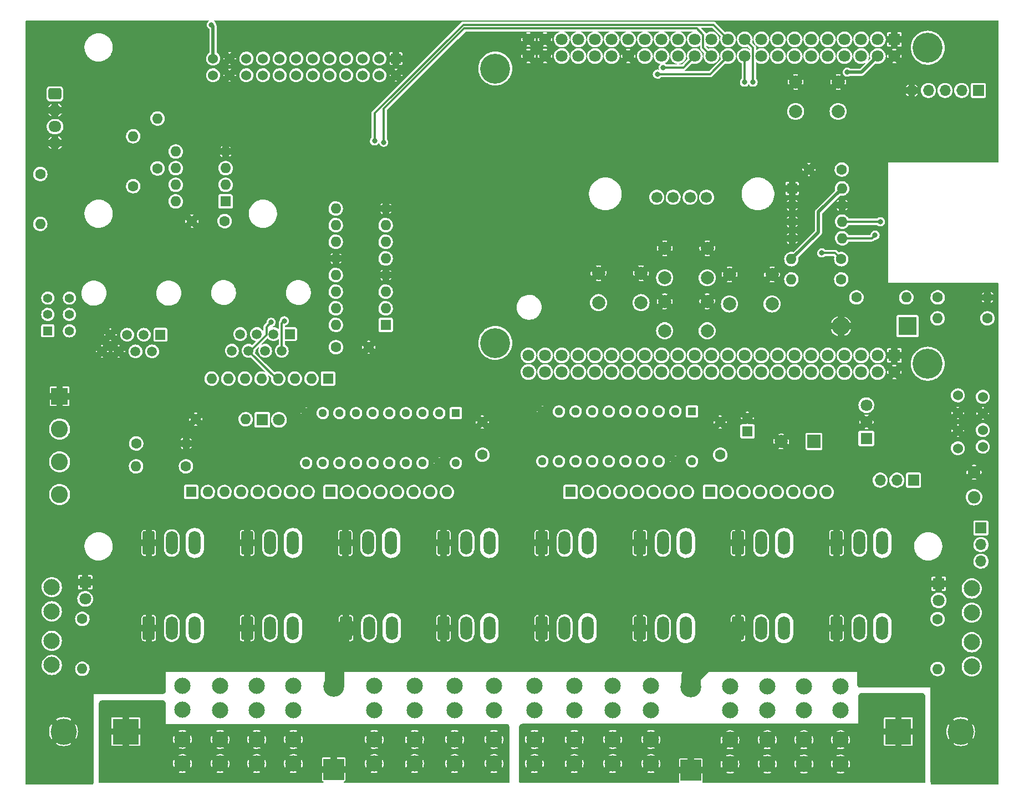
<source format=gbr>
%TF.GenerationSoftware,KiCad,Pcbnew,(6.0.9)*%
%TF.CreationDate,2023-02-03T00:01:35-05:00*%
%TF.ProjectId,BBB_16,4242425f-3136-42e6-9b69-6361645f7063,v2.3*%
%TF.SameCoordinates,Original*%
%TF.FileFunction,Copper,L2,Bot*%
%TF.FilePolarity,Positive*%
%FSLAX46Y46*%
G04 Gerber Fmt 4.6, Leading zero omitted, Abs format (unit mm)*
G04 Created by KiCad (PCBNEW (6.0.9)) date 2023-02-03 00:01:35*
%MOMM*%
%LPD*%
G01*
G04 APERTURE LIST*
G04 Aperture macros list*
%AMRoundRect*
0 Rectangle with rounded corners*
0 $1 Rounding radius*
0 $2 $3 $4 $5 $6 $7 $8 $9 X,Y pos of 4 corners*
0 Add a 4 corners polygon primitive as box body*
4,1,4,$2,$3,$4,$5,$6,$7,$8,$9,$2,$3,0*
0 Add four circle primitives for the rounded corners*
1,1,$1+$1,$2,$3*
1,1,$1+$1,$4,$5*
1,1,$1+$1,$6,$7*
1,1,$1+$1,$8,$9*
0 Add four rect primitives between the rounded corners*
20,1,$1+$1,$2,$3,$4,$5,0*
20,1,$1+$1,$4,$5,$6,$7,0*
20,1,$1+$1,$6,$7,$8,$9,0*
20,1,$1+$1,$8,$9,$2,$3,0*%
G04 Aperture macros list end*
%TA.AperFunction,ComponentPad*%
%ADD10C,2.475000*%
%TD*%
%TA.AperFunction,ComponentPad*%
%ADD11R,1.800000X1.800000*%
%TD*%
%TA.AperFunction,ComponentPad*%
%ADD12C,1.800000*%
%TD*%
%TA.AperFunction,ComponentPad*%
%ADD13C,4.572000*%
%TD*%
%TA.AperFunction,ComponentPad*%
%ADD14C,1.600000*%
%TD*%
%TA.AperFunction,ComponentPad*%
%ADD15RoundRect,0.250000X-0.650000X-1.550000X0.650000X-1.550000X0.650000X1.550000X-0.650000X1.550000X0*%
%TD*%
%TA.AperFunction,ComponentPad*%
%ADD16O,1.800000X3.600000*%
%TD*%
%TA.AperFunction,ComponentPad*%
%ADD17R,3.200000X3.200000*%
%TD*%
%TA.AperFunction,ComponentPad*%
%ADD18O,3.200000X3.200000*%
%TD*%
%TA.AperFunction,ComponentPad*%
%ADD19R,1.600000X1.600000*%
%TD*%
%TA.AperFunction,ComponentPad*%
%ADD20O,1.600000X1.600000*%
%TD*%
%TA.AperFunction,ComponentPad*%
%ADD21R,1.700000X1.700000*%
%TD*%
%TA.AperFunction,ComponentPad*%
%ADD22O,1.700000X1.700000*%
%TD*%
%TA.AperFunction,ComponentPad*%
%ADD23C,1.700000*%
%TD*%
%TA.AperFunction,ComponentPad*%
%ADD24R,2.800000X2.800000*%
%TD*%
%TA.AperFunction,ComponentPad*%
%ADD25O,2.800000X2.800000*%
%TD*%
%TA.AperFunction,ComponentPad*%
%ADD26C,2.000000*%
%TD*%
%TA.AperFunction,ComponentPad*%
%ADD27R,1.295400X1.295400*%
%TD*%
%TA.AperFunction,ComponentPad*%
%ADD28C,1.295400*%
%TD*%
%TA.AperFunction,ComponentPad*%
%ADD29R,1.500000X1.500000*%
%TD*%
%TA.AperFunction,ComponentPad*%
%ADD30C,1.500000*%
%TD*%
%TA.AperFunction,ComponentPad*%
%ADD31R,4.000000X4.000000*%
%TD*%
%TA.AperFunction,ComponentPad*%
%ADD32C,4.000000*%
%TD*%
%TA.AperFunction,ComponentPad*%
%ADD33R,1.530000X1.530000*%
%TD*%
%TA.AperFunction,ComponentPad*%
%ADD34C,1.530000*%
%TD*%
%TA.AperFunction,ComponentPad*%
%ADD35RoundRect,0.250000X-0.725000X0.600000X-0.725000X-0.600000X0.725000X-0.600000X0.725000X0.600000X0*%
%TD*%
%TA.AperFunction,ComponentPad*%
%ADD36O,1.950000X1.700000*%
%TD*%
%TA.AperFunction,ComponentPad*%
%ADD37C,1.904000*%
%TD*%
%TA.AperFunction,ComponentPad*%
%ADD38R,2.600000X2.600000*%
%TD*%
%TA.AperFunction,ComponentPad*%
%ADD39C,2.600000*%
%TD*%
%TA.AperFunction,ComponentPad*%
%ADD40R,1.400000X1.400000*%
%TD*%
%TA.AperFunction,ComponentPad*%
%ADD41C,1.400000*%
%TD*%
%TA.AperFunction,ComponentPad*%
%ADD42R,2.000000X2.000000*%
%TD*%
%TA.AperFunction,ComponentPad*%
%ADD43C,1.524000*%
%TD*%
%TA.AperFunction,ViaPad*%
%ADD44C,0.800000*%
%TD*%
%TA.AperFunction,Conductor*%
%ADD45C,3.000000*%
%TD*%
%TA.AperFunction,Conductor*%
%ADD46C,0.350000*%
%TD*%
%TA.AperFunction,Conductor*%
%ADD47C,0.500000*%
%TD*%
G04 APERTURE END LIST*
D10*
%TO.P,F16,1_1,1*%
%TO.N,VIN2*%
X-6388100Y-20760100D03*
%TO.P,F16,1_2,1*%
X-6388100Y-17060100D03*
%TO.P,F16,2_1,2*%
%TO.N,/Output 9-16/VOUT16*%
X-6388100Y-12560100D03*
%TO.P,F16,2_2,2*%
X-6388100Y-8860100D03*
%TD*%
%TO.P,F15,1_1,1*%
%TO.N,VIN2*%
X-11976100Y-20760100D03*
%TO.P,F15,1_2,1*%
X-11976100Y-17060100D03*
%TO.P,F15,2_1,2*%
%TO.N,/Output 9-16/VOUT15*%
X-11976100Y-12560100D03*
%TO.P,F15,2_2,2*%
X-11976100Y-8860100D03*
%TD*%
%TO.P,F14,1_1,1*%
%TO.N,VIN2*%
X-17564100Y-20760100D03*
%TO.P,F14,1_2,1*%
X-17564100Y-17060100D03*
%TO.P,F14,2_1,2*%
%TO.N,/Output 9-16/VOUT14*%
X-17564100Y-12560100D03*
%TO.P,F14,2_2,2*%
X-17564100Y-8860100D03*
%TD*%
%TO.P,F13,1_1,1*%
%TO.N,VIN2*%
X-23269600Y-20760100D03*
%TO.P,F13,1_2,1*%
X-23269600Y-17060100D03*
%TO.P,F13,2_1,2*%
%TO.N,/Output 9-16/VOUT13*%
X-23269600Y-12560100D03*
%TO.P,F13,2_2,2*%
X-23269600Y-8860100D03*
%TD*%
%TO.P,F12,1_1,1*%
%TO.N,VIN2*%
X-35356100Y-20695100D03*
%TO.P,F12,1_2,1*%
X-35356100Y-16995100D03*
%TO.P,F12,2_1,2*%
%TO.N,/Output 9-16/VOUT12*%
X-35356100Y-12495100D03*
%TO.P,F12,2_2,2*%
X-35356100Y-8795100D03*
%TD*%
%TO.P,F11,1_1,1*%
%TO.N,VIN2*%
X-41174600Y-20695100D03*
%TO.P,F11,1_2,1*%
X-41174600Y-16995100D03*
%TO.P,F11,2_1,2*%
%TO.N,/Output 9-16/VOUT11*%
X-41174600Y-12495100D03*
%TO.P,F11,2_2,2*%
X-41174600Y-8795100D03*
%TD*%
%TO.P,F10,1_1,1*%
%TO.N,VIN2*%
X-47054600Y-20695100D03*
%TO.P,F10,1_2,1*%
X-47054600Y-16995100D03*
%TO.P,F10,2_1,2*%
%TO.N,/Output 9-16/VOUT10*%
X-47054600Y-12495100D03*
%TO.P,F10,2_2,2*%
X-47054600Y-8795100D03*
%TD*%
%TO.P,F9,1_1,1*%
%TO.N,VIN2*%
X-53114600Y-20695100D03*
%TO.P,F9,1_2,1*%
X-53114600Y-16995100D03*
%TO.P,F9,2_1,2*%
%TO.N,/Output 9-16/VOUT9*%
X-53114600Y-12495100D03*
%TO.P,F9,2_2,2*%
X-53114600Y-8795100D03*
%TD*%
%TO.P,F8,1_1,1*%
%TO.N,VIN1*%
X-59324100Y-20695100D03*
%TO.P,F8,1_2,1*%
X-59324100Y-16995100D03*
%TO.P,F8,2_1,2*%
%TO.N,/Output 1-8/VOUT8*%
X-59324100Y-12495100D03*
%TO.P,F8,2_2,2*%
X-59324100Y-8795100D03*
%TD*%
%TO.P,F7,1_1,1*%
%TO.N,VIN1*%
X-65324600Y-20695100D03*
%TO.P,F7,1_2,1*%
X-65324600Y-16995100D03*
%TO.P,F7,2_1,2*%
%TO.N,/Output 1-8/VOUT7*%
X-65324600Y-12495100D03*
%TO.P,F7,2_2,2*%
X-65324600Y-8795100D03*
%TD*%
%TO.P,F6,1_1,1*%
%TO.N,VIN1*%
X-71444600Y-20695100D03*
%TO.P,F6,1_2,1*%
X-71444600Y-16995100D03*
%TO.P,F6,2_1,2*%
%TO.N,/Output 1-8/VOUT6*%
X-71444600Y-12495100D03*
%TO.P,F6,2_2,2*%
X-71444600Y-8795100D03*
%TD*%
%TO.P,F5,1_1,1*%
%TO.N,VIN1*%
X-77604600Y-20695100D03*
%TO.P,F5,1_2,1*%
X-77604600Y-16995100D03*
%TO.P,F5,2_1,2*%
%TO.N,/Output 1-8/VOUT5*%
X-77604600Y-12495100D03*
%TO.P,F5,2_2,2*%
X-77604600Y-8795100D03*
%TD*%
%TO.P,F4,1_1,1*%
%TO.N,VIN1*%
X-89949600Y-20700100D03*
%TO.P,F4,1_2,1*%
X-89949600Y-17000100D03*
%TO.P,F4,2_1,2*%
%TO.N,/Output 1-8/VOUT4*%
X-89949600Y-12500100D03*
%TO.P,F4,2_2,2*%
X-89949600Y-8800100D03*
%TD*%
%TO.P,F3,1_1,1*%
%TO.N,VIN1*%
X-95549600Y-20700100D03*
%TO.P,F3,1_2,1*%
X-95549600Y-17000100D03*
%TO.P,F3,2_1,2*%
%TO.N,/Output 1-8/VOUT3*%
X-95549600Y-12500100D03*
%TO.P,F3,2_2,2*%
X-95549600Y-8800100D03*
%TD*%
%TO.P,F2,1_1,1*%
%TO.N,VIN1*%
X-101149600Y-20700100D03*
%TO.P,F2,1_2,1*%
X-101149600Y-17000100D03*
%TO.P,F2,2_1,2*%
%TO.N,/Output 1-8/VOUT2*%
X-101149600Y-12500100D03*
%TO.P,F2,2_2,2*%
X-101149600Y-8800100D03*
%TD*%
%TO.P,F1,1_1,1*%
%TO.N,VIN1*%
X-106894600Y-20685100D03*
%TO.P,F1,1_2,1*%
X-106894600Y-16985100D03*
%TO.P,F1,2_1,2*%
%TO.N,/Output 1-8/VOUT1*%
X-106894600Y-12485100D03*
%TO.P,F1,2_2,2*%
X-106894600Y-8785100D03*
%TD*%
%TO.P,F18,1_1,1*%
%TO.N,VIN1*%
X-126834600Y-5635100D03*
%TO.P,F18,1_2,1*%
X-126834600Y-1935100D03*
%TO.P,F18,2_1,2*%
%TO.N,V_DMX*%
X-126834600Y2564900D03*
%TO.P,F18,2_2,2*%
X-126834600Y6264900D03*
%TD*%
%TO.P,F17,1_1,1*%
%TO.N,VIN2*%
X13649800Y-5846300D03*
%TO.P,F17,1_2,1*%
X13649800Y-2146300D03*
%TO.P,F17,2_1,2*%
%TO.N,VIN_Fuse*%
X13649800Y2353700D03*
%TO.P,F17,2_2,2*%
X13649800Y6053700D03*
%TD*%
D11*
%TO.P,U1,B1,DGND*%
%TO.N,GND*%
X1844800Y41643700D03*
D12*
%TO.P,U1,B2,DGND*%
X1844800Y39103700D03*
%TO.P,U1,B3,GPIO1_6*%
%TO.N,unconnected-(U1-PadB3)*%
X-695200Y41643700D03*
%TO.P,U1,B4,GPIO1_7*%
%TO.N,unconnected-(U1-PadB4)*%
X-695200Y39103700D03*
%TO.P,U1,B5,GPIO1_2*%
%TO.N,unconnected-(U1-PadB5)*%
X-3235200Y41643700D03*
%TO.P,U1,B6,GPIO1_3*%
%TO.N,unconnected-(U1-PadB6)*%
X-3235200Y39103700D03*
%TO.P,U1,B7,TIMER4*%
%TO.N,DATA15*%
X-5775200Y41643700D03*
%TO.P,U1,B8,TIMER7*%
%TO.N,DATA16*%
X-5775200Y39103700D03*
%TO.P,U1,B9,TIMER5*%
%TO.N,DATA13*%
X-8315200Y41643700D03*
%TO.P,U1,B10,TIMER6*%
%TO.N,DATA14*%
X-8315200Y39103700D03*
%TO.P,U1,B11,GPIO1_13*%
%TO.N,UP*%
X-10855200Y41643700D03*
%TO.P,U1,B12,GPIO1_12*%
%TO.N,RIGHT*%
X-10855200Y39103700D03*
%TO.P,U1,B13,EHRPWM2B*%
%TO.N,DATA11*%
X-13395200Y41643700D03*
%TO.P,U1,B14,GPIO0_26*%
%TO.N,DATA12*%
X-13395200Y39103700D03*
%TO.P,U1,B15,GPIO1_15*%
%TO.N,LEFT*%
X-15935200Y41643700D03*
%TO.P,U1,B16,GPIO1_14*%
%TO.N,DOWN*%
X-15935200Y39103700D03*
%TO.P,U1,B17,GPIO0_27*%
%TO.N,DATA9*%
X-18475200Y41643700D03*
%TO.P,U1,B18,GPIO2_1*%
%TO.N,DATA10*%
X-18475200Y39103700D03*
%TO.P,U1,B19,EHRPWM2A*%
%TO.N,OUT28*%
X-21015200Y41643700D03*
%TO.P,U1,B20,GPIO1_31*%
%TO.N,unconnected-(U1-PadB20)*%
X-21015200Y39103700D03*
%TO.P,U1,B21,GPIO1_30*%
%TO.N,unconnected-(U1-PadB21)*%
X-23555200Y41643700D03*
%TO.P,U1,B22,GPIO1_5*%
%TO.N,unconnected-(U1-PadB22)*%
X-23555200Y39103700D03*
%TO.P,U1,B23,GPIO1_4*%
%TO.N,unconnected-(U1-PadB23)*%
X-26095200Y41643700D03*
%TO.P,U1,B24,GPIO1_1*%
%TO.N,unconnected-(U1-PadB24)*%
X-26095200Y39103700D03*
%TO.P,U1,B25,GPIO1_0*%
%TO.N,unconnected-(U1-PadB25)*%
X-28635200Y41643700D03*
%TO.P,U1,B26,GPIO1_29*%
%TO.N,unconnected-(U1-PadB26)*%
X-28635200Y39103700D03*
%TO.P,U1,B27,GPIO2_22*%
%TO.N,OUT29*%
X-31175200Y41643700D03*
%TO.P,U1,B28,GPIO2_24*%
%TO.N,OUT30*%
X-31175200Y39103700D03*
%TO.P,U1,B29,GPIO2_23*%
%TO.N,OUT31*%
X-33715200Y41643700D03*
%TO.P,U1,B30,GPIO2_25*%
%TO.N,OUT32*%
X-33715200Y39103700D03*
%TO.P,U1,B31,UART5_CTSN*%
%TO.N,OUT33*%
X-36255200Y41643700D03*
%TO.P,U1,B32,UART5_RTSN*%
%TO.N,DATA8*%
X-36255200Y39103700D03*
%TO.P,U1,B33,UART4_RTSN*%
%TO.N,OUT34*%
X-38795200Y41643700D03*
%TO.P,U1,B34,UART3_RTSN*%
%TO.N,DATA7*%
X-38795200Y39103700D03*
%TO.P,U1,B35,UART4_CTSN*%
%TO.N,OUT35*%
X-41335200Y41643700D03*
%TO.P,U1,B36,UART3_CTSN*%
%TO.N,DATA6*%
X-41335200Y39103700D03*
%TO.P,U1,B37,UART5_TXD*%
%TO.N,OUT36*%
X-43875200Y41643700D03*
%TO.P,U1,B38,UART5_RXD*%
%TO.N,DATA5*%
X-43875200Y39103700D03*
%TO.P,U1,B39,GPIO2_12*%
%TO.N,DATA20*%
X-46415200Y41643700D03*
%TO.P,U1,B40,GPIO2_13*%
%TO.N,DATA4*%
X-46415200Y39103700D03*
%TO.P,U1,B41,GPIO2_10*%
%TO.N,DATA19*%
X-48955200Y41643700D03*
%TO.P,U1,B42,GPIO2_11*%
%TO.N,DATA3*%
X-48955200Y39103700D03*
%TO.P,U1,B43,GPIO2_8*%
%TO.N,DATA18*%
X-51495200Y41643700D03*
%TO.P,U1,B44,GPIO2_9*%
%TO.N,DATA2*%
X-51495200Y39103700D03*
%TO.P,U1,B45,GPIO2_6*%
%TO.N,DATA17*%
X-54035200Y41643700D03*
%TO.P,U1,B46,GPIO2_7*%
%TO.N,DATA1*%
X-54035200Y39103700D03*
D11*
%TO.P,U1,C1,DGND*%
%TO.N,GND*%
X1844800Y89903700D03*
D12*
%TO.P,U1,C2,DGND*%
X1844800Y87363700D03*
%TO.P,U1,C3,VDD_3V3EXP*%
%TO.N,+3V3*%
X-695200Y89903700D03*
%TO.P,U1,C4,VDD_3V3EXP*%
X-695200Y87363700D03*
%TO.P,U1,C5,VDD_5V*%
%TO.N,+5V*%
X-3235200Y89903700D03*
%TO.P,U1,C6,VDD_5V*%
X-3235200Y87363700D03*
%TO.P,U1,C7,SYS_5V*%
%TO.N,unconnected-(U1-PadC7)*%
X-5775200Y89903700D03*
%TO.P,U1,C8,SYS_5V*%
%TO.N,unconnected-(U1-PadC8)*%
X-5775200Y87363700D03*
%TO.P,U1,C9,PWR_BUT*%
%TO.N,PWR_BUT*%
X-8315200Y89903700D03*
%TO.P,U1,C10,SYS_RESETn*%
%TO.N,unconnected-(U1-PadC10)*%
X-8315200Y87363700D03*
%TO.P,U1,C11,UART4_RXD*%
%TO.N,OUT27*%
X-10855200Y89903700D03*
%TO.P,U1,C12,GPIO1_28*%
%TO.N,unconnected-(U1-PadC12)*%
X-10855200Y87363700D03*
%TO.P,U1,C13,UART4_TXD*%
%TO.N,OUT25*%
X-13395200Y89903700D03*
%TO.P,U1,C14,EHRPWM1A*%
%TO.N,OUT26*%
X-13395200Y87363700D03*
%TO.P,U1,C15,GPIO1_16*%
%TO.N,OUT24*%
X-15935200Y89903700D03*
%TO.P,U1,C16,EHRPWM1B*%
%TO.N,unconnected-(U1-PadC16)*%
X-15935200Y87363700D03*
%TO.P,U1,C17,I2C1_SCL*%
%TO.N,unconnected-(U1-PadC17)*%
X-18475200Y89903700D03*
%TO.P,U1,C18,I2C1_SDA*%
%TO.N,unconnected-(U1-PadC18)*%
X-18475200Y87363700D03*
%TO.P,U1,C19,I2C2_SCL*%
%TO.N,I2C_SCL*%
X-21015200Y89903700D03*
%TO.P,U1,C20,I2C2_SDA*%
%TO.N,I2C_SDA*%
X-21015200Y87363700D03*
%TO.P,U1,C21,UART2_TXD*%
%TO.N,TXD2*%
X-23555200Y89903700D03*
%TO.P,U1,C22,UART2_RXD*%
%TO.N,GPIO2*%
X-23555200Y87363700D03*
%TO.P,U1,C23,GPIO1_17*%
%TO.N,OUT23*%
X-26095200Y89903700D03*
%TO.P,U1,C24,UART1_TXD*%
%TO.N,TXD1*%
X-26095200Y87363700D03*
%TO.P,U1,C25,GPIO3_21*%
%TO.N,OUT22*%
X-28635200Y89903700D03*
%TO.P,U1,C26,UART1_RXD*%
%TO.N,GPIO1*%
X-28635200Y87363700D03*
%TO.P,U1,C27,GPIO3_19*%
%TO.N,OUT21*%
X-31175200Y89903700D03*
%TO.P,U1,C28,SPI1_CS0*%
%TO.N,unconnected-(U1-PadC28)*%
X-31175200Y87363700D03*
%TO.P,U1,C29,SPI1_D0*%
%TO.N,unconnected-(U1-PadC29)*%
X-33715200Y89903700D03*
%TO.P,U1,C30,SPI1_D1*%
%TO.N,unconnected-(U1-PadC30)*%
X-33715200Y87363700D03*
%TO.P,U1,C31,SPI1_SCLK*%
%TO.N,unconnected-(U1-PadC31)*%
X-36255200Y89903700D03*
%TO.P,U1,C32,VDD_ADC*%
%TO.N,unconnected-(U1-PadC32)*%
X-36255200Y87363700D03*
%TO.P,U1,C33,AIN4*%
%TO.N,unconnected-(U1-PadC33)*%
X-38795200Y89903700D03*
%TO.P,U1,C34,GNDA_ADC*%
%TO.N,GND*%
X-38795200Y87363700D03*
%TO.P,U1,C35,AIN6*%
%TO.N,unconnected-(U1-PadC35)*%
X-41335200Y89903700D03*
%TO.P,U1,C36,AIN5*%
%TO.N,unconnected-(U1-PadC36)*%
X-41335200Y87363700D03*
%TO.P,U1,C37,AIN2*%
%TO.N,unconnected-(U1-PadC37)*%
X-43875200Y89903700D03*
%TO.P,U1,C38,AIN3*%
%TO.N,unconnected-(U1-PadC38)*%
X-43875200Y87363700D03*
%TO.P,U1,C39,AIN0*%
%TO.N,VIN1_ADC*%
X-46415200Y89903700D03*
%TO.P,U1,C40,AIN1*%
%TO.N,VIN2_ADC*%
X-46415200Y87363700D03*
%TO.P,U1,C41,CLKOUT2*%
%TO.N,unconnected-(U1-PadC41)*%
X-48955200Y89903700D03*
%TO.P,U1,C42,GPIO0_7*%
%TO.N,unconnected-(U1-PadC42)*%
X-48955200Y87363700D03*
%TO.P,U1,C43,DGND*%
%TO.N,GND*%
X-51495200Y89903700D03*
%TO.P,U1,C44,DGND*%
X-51495200Y87363700D03*
%TO.P,U1,C45,DGND*%
X-54035200Y89903700D03*
%TO.P,U1,C46,DGND*%
X-54035200Y87363700D03*
D13*
%TO.P,U1,M1*%
%TO.N,N/C*%
X-59115200Y85458700D03*
%TO.P,U1,M2*%
X6924800Y88633700D03*
%TO.P,U1,M3*%
X6924800Y40373700D03*
%TO.P,U1,M4*%
X-59115200Y43548700D03*
%TD*%
D14*
%TO.P,C4,1*%
%TO.N,+5V*%
X-61076200Y26479700D03*
%TO.P,C4,2*%
%TO.N,GND*%
X-61076200Y31479700D03*
%TD*%
D15*
%TO.P,J2,1,Pin_1*%
%TO.N,GND*%
X-112017200Y3500D03*
D16*
%TO.P,J2,2,Pin_2*%
%TO.N,/Output 1-8/DOUT2*%
X-108517200Y3500D03*
%TO.P,J2,3,Pin_3*%
%TO.N,/Output 1-8/VOUT2*%
X-105017200Y3500D03*
%TD*%
D15*
%TO.P,J5,1,Pin_1*%
%TO.N,GND*%
X-82017200Y13003500D03*
D16*
%TO.P,J5,2,Pin_2*%
%TO.N,/Output 1-8/DOUT5*%
X-78517200Y13003500D03*
%TO.P,J5,3,Pin_3*%
%TO.N,/Output 1-8/VOUT5*%
X-75017200Y13003500D03*
%TD*%
D15*
%TO.P,J6,1,Pin_1*%
%TO.N,GND*%
X-81902858Y3500D03*
D16*
%TO.P,J6,2,Pin_2*%
%TO.N,/Output 1-8/DOUT6*%
X-78402858Y3500D03*
%TO.P,J6,3,Pin_3*%
%TO.N,/Output 1-8/VOUT6*%
X-74902858Y3500D03*
%TD*%
D15*
%TO.P,J7,1,Pin_1*%
%TO.N,GND*%
X-67017200Y13003500D03*
D16*
%TO.P,J7,2,Pin_2*%
%TO.N,/Output 1-8/DOUT7*%
X-63517200Y13003500D03*
%TO.P,J7,3,Pin_3*%
%TO.N,/Output 1-8/VOUT7*%
X-60017200Y13003500D03*
%TD*%
D15*
%TO.P,J8,1,Pin_1*%
%TO.N,GND*%
X-67017200Y3500D03*
D16*
%TO.P,J8,2,Pin_2*%
%TO.N,/Output 1-8/DOUT8*%
X-63517200Y3500D03*
%TO.P,J8,3,Pin_3*%
%TO.N,/Output 1-8/VOUT8*%
X-60017200Y3500D03*
%TD*%
D15*
%TO.P,J9,1,Pin_1*%
%TO.N,GND*%
X-52017200Y13003500D03*
D16*
%TO.P,J9,2,Pin_2*%
%TO.N,/Output 9-16/DOUT9*%
X-48517200Y13003500D03*
%TO.P,J9,3,Pin_3*%
%TO.N,/Output 9-16/VOUT9*%
X-45017200Y13003500D03*
%TD*%
D15*
%TO.P,J10,1,Pin_1*%
%TO.N,GND*%
X-52017200Y3500D03*
D16*
%TO.P,J10,2,Pin_2*%
%TO.N,/Output 9-16/DOUT10*%
X-48517200Y3500D03*
%TO.P,J10,3,Pin_3*%
%TO.N,/Output 9-16/VOUT10*%
X-45017200Y3500D03*
%TD*%
D15*
%TO.P,J11,1,Pin_1*%
%TO.N,GND*%
X-37017200Y13003500D03*
D16*
%TO.P,J11,2,Pin_2*%
%TO.N,/Output 9-16/DOUT11*%
X-33517200Y13003500D03*
%TO.P,J11,3,Pin_3*%
%TO.N,/Output 9-16/VOUT11*%
X-30017200Y13003500D03*
%TD*%
D15*
%TO.P,J12,1,Pin_1*%
%TO.N,GND*%
X-37017200Y3500D03*
D16*
%TO.P,J12,2,Pin_2*%
%TO.N,/Output 9-16/DOUT12*%
X-33517200Y3500D03*
%TO.P,J12,3,Pin_3*%
%TO.N,/Output 9-16/VOUT12*%
X-30017200Y3500D03*
%TD*%
D15*
%TO.P,J13,1,Pin_1*%
%TO.N,GND*%
X-22017200Y13003500D03*
D16*
%TO.P,J13,2,Pin_2*%
%TO.N,/Output 9-16/DOUT13*%
X-18517200Y13003500D03*
%TO.P,J13,3,Pin_3*%
%TO.N,/Output 9-16/VOUT13*%
X-15017200Y13003500D03*
%TD*%
D15*
%TO.P,J14,1,Pin_1*%
%TO.N,GND*%
X-22017200Y3500D03*
D16*
%TO.P,J14,2,Pin_2*%
%TO.N,/Output 9-16/DOUT14*%
X-18517200Y3500D03*
%TO.P,J14,3,Pin_3*%
%TO.N,/Output 9-16/VOUT14*%
X-15017200Y3500D03*
%TD*%
D15*
%TO.P,J15,1,Pin_1*%
%TO.N,GND*%
X-7017200Y13003500D03*
D16*
%TO.P,J15,2,Pin_2*%
%TO.N,/Output 9-16/DOUT15*%
X-3517200Y13003500D03*
%TO.P,J15,3,Pin_3*%
%TO.N,/Output 9-16/VOUT15*%
X-17200Y13003500D03*
%TD*%
D15*
%TO.P,J16,1,Pin_1*%
%TO.N,GND*%
X-7017200Y3500D03*
D16*
%TO.P,J16,2,Pin_2*%
%TO.N,/Output 9-16/DOUT16*%
X-3517200Y3500D03*
%TO.P,J16,3,Pin_3*%
%TO.N,/Output 9-16/VOUT16*%
X-17200Y3500D03*
%TD*%
D17*
%TO.P,D2,1,K*%
%TO.N,VIN2*%
X-29269600Y-21701500D03*
D18*
%TO.P,D2,2,A*%
%TO.N,GND*%
X-29269600Y-9001500D03*
%TD*%
D14*
%TO.P,C3,1*%
%TO.N,+5V*%
X-24754200Y26479700D03*
%TO.P,C3,2*%
%TO.N,GND*%
X-24754200Y31479700D03*
%TD*%
D19*
%TO.P,RN1,1,R1.1*%
%TO.N,/Output 1-8/DOUT1*%
X-105555700Y20789900D03*
D20*
%TO.P,RN1,2,R1.2*%
%TO.N,Net-(RN1-Pad2)*%
X-103015700Y20789900D03*
%TO.P,RN1,3,R2.1*%
%TO.N,/Output 1-8/DOUT2*%
X-100475700Y20789900D03*
%TO.P,RN1,4,R2.2*%
%TO.N,Net-(RN1-Pad4)*%
X-97935700Y20789900D03*
%TO.P,RN1,5,R3.1*%
%TO.N,/Output 1-8/DOUT3*%
X-95395700Y20789900D03*
%TO.P,RN1,6,R3.2*%
%TO.N,Net-(RN1-Pad6)*%
X-92855700Y20789900D03*
%TO.P,RN1,7,R4.1*%
%TO.N,/Output 1-8/DOUT4*%
X-90315700Y20789900D03*
%TO.P,RN1,8,R4.2*%
%TO.N,Net-(RN1-Pad8)*%
X-87775700Y20789900D03*
%TD*%
D19*
%TO.P,RN3,1,R1.1*%
%TO.N,/Output 9-16/DOUT9*%
X-47631000Y20789900D03*
D20*
%TO.P,RN3,2,R1.2*%
%TO.N,Net-(RN3-Pad2)*%
X-45091000Y20789900D03*
%TO.P,RN3,3,R2.1*%
%TO.N,/Output 9-16/DOUT10*%
X-42551000Y20789900D03*
%TO.P,RN3,4,R2.2*%
%TO.N,Net-(RN3-Pad4)*%
X-40011000Y20789900D03*
%TO.P,RN3,5,R3.1*%
%TO.N,/Output 9-16/DOUT11*%
X-37471000Y20789900D03*
%TO.P,RN3,6,R3.2*%
%TO.N,Net-(RN3-Pad6)*%
X-34931000Y20789900D03*
%TO.P,RN3,7,R4.1*%
%TO.N,/Output 9-16/DOUT12*%
X-32391000Y20789900D03*
%TO.P,RN3,8,R4.2*%
%TO.N,Net-(RN3-Pad8)*%
X-29851000Y20789900D03*
%TD*%
D19*
%TO.P,RN4,1,R1.1*%
%TO.N,Net-(RN4-Pad1)*%
X-26304600Y20789900D03*
D20*
%TO.P,RN4,2,R1.2*%
%TO.N,/Output 9-16/DOUT13*%
X-23764600Y20789900D03*
%TO.P,RN4,3,R2.1*%
%TO.N,Net-(RN4-Pad3)*%
X-21224600Y20789900D03*
%TO.P,RN4,4,R2.2*%
%TO.N,/Output 9-16/DOUT14*%
X-18684600Y20789900D03*
%TO.P,RN4,5,R3.1*%
%TO.N,Net-(RN4-Pad5)*%
X-16144600Y20789900D03*
%TO.P,RN4,6,R3.2*%
%TO.N,/Output 9-16/DOUT15*%
X-13604600Y20789900D03*
%TO.P,RN4,7,R4.1*%
%TO.N,Net-(RN4-Pad7)*%
X-11064600Y20789900D03*
%TO.P,RN4,8,R4.2*%
%TO.N,/Output 9-16/DOUT16*%
X-8524600Y20789900D03*
%TD*%
D19*
%TO.P,RN2,1,R1.1*%
%TO.N,Net-(RN2-Pad1)*%
X-84264500Y20789900D03*
D20*
%TO.P,RN2,2,R1.2*%
%TO.N,/Output 1-8/DOUT5*%
X-81724500Y20789900D03*
%TO.P,RN2,3,R2.1*%
%TO.N,Net-(RN2-Pad3)*%
X-79184500Y20789900D03*
%TO.P,RN2,4,R2.2*%
%TO.N,/Output 1-8/DOUT6*%
X-76644500Y20789900D03*
%TO.P,RN2,5,R3.1*%
%TO.N,Net-(RN2-Pad5)*%
X-74104500Y20789900D03*
%TO.P,RN2,6,R3.2*%
%TO.N,/Output 1-8/DOUT7*%
X-71564500Y20789900D03*
%TO.P,RN2,7,R4.1*%
%TO.N,Net-(RN2-Pad7)*%
X-69024500Y20789900D03*
%TO.P,RN2,8,R4.2*%
%TO.N,/Output 1-8/DOUT8*%
X-66484500Y20789900D03*
%TD*%
D15*
%TO.P,J1,1,Pin_1*%
%TO.N,GND*%
X-112017200Y13003500D03*
D16*
%TO.P,J1,2,Pin_2*%
%TO.N,/Output 1-8/DOUT1*%
X-108517200Y13003500D03*
%TO.P,J1,3,Pin_3*%
%TO.N,/Output 1-8/VOUT1*%
X-105017200Y13003500D03*
%TD*%
D15*
%TO.P,J3,1,Pin_1*%
%TO.N,GND*%
X-97017200Y13003500D03*
D16*
%TO.P,J3,2,Pin_2*%
%TO.N,/Output 1-8/DOUT3*%
X-93517200Y13003500D03*
%TO.P,J3,3,Pin_3*%
%TO.N,/Output 1-8/VOUT3*%
X-90017200Y13003500D03*
%TD*%
D15*
%TO.P,J4,1,Pin_1*%
%TO.N,GND*%
X-97017200Y3500D03*
D16*
%TO.P,J4,2,Pin_2*%
%TO.N,/Output 1-8/DOUT4*%
X-93517200Y3500D03*
%TO.P,J4,3,Pin_3*%
%TO.N,/Output 1-8/VOUT4*%
X-90017200Y3500D03*
%TD*%
D17*
%TO.P,D1,1,K*%
%TO.N,VIN1*%
X-83784600Y-21565100D03*
D18*
%TO.P,D1,2,A*%
%TO.N,GND*%
X-83784600Y-8865100D03*
%TD*%
D14*
%TO.P,R1,1*%
%TO.N,/Serial/DMX1+*%
X-114400200Y67503700D03*
D20*
%TO.P,R1,2*%
%TO.N,/Serial/DMX1-*%
X-114400200Y75123700D03*
%TD*%
D14*
%TO.P,R2,1*%
%TO.N,/Serial/DMX2+*%
X-110700200Y70203700D03*
D20*
%TO.P,R2,2*%
%TO.N,/Serial/DMX2-*%
X-110700200Y77823700D03*
%TD*%
D21*
%TO.P,J25,1,Pin_1*%
%TO.N,unconnected-(J25-Pad1)*%
X14649800Y82103700D03*
D22*
%TO.P,J25,2,Pin_2*%
%TO.N,I2C_SCL*%
X12109800Y82103700D03*
%TO.P,J25,3,Pin_3*%
%TO.N,I2C_SDA*%
X9569800Y82103700D03*
%TO.P,J25,4,Pin_4*%
%TO.N,+3V3*%
X7029800Y82103700D03*
%TO.P,J25,5,Pin_5*%
%TO.N,GND*%
X4489800Y82103700D03*
%TD*%
D23*
%TO.P,J26,4,Pin_4*%
%TO.N,/Pin4*%
X-26850200Y65803700D03*
%TO.P,J26,3,Pin_3*%
%TO.N,/Pin3*%
X-29350200Y65803700D03*
%TO.P,J26,2,Pin_2*%
%TO.N,I2C_SCL*%
X-31950200Y65803700D03*
%TO.P,J26,1,Pin_1*%
%TO.N,I2C_SDA*%
X-34450200Y65803700D03*
%TD*%
D11*
%TO.P,D5,1,K*%
%TO.N,GND*%
X-121747000Y6999500D03*
D12*
%TO.P,D5,2,A*%
%TO.N,Net-(D5-Pad2)*%
X-121747000Y4459500D03*
%TD*%
D11*
%TO.P,D6,1,K*%
%TO.N,GND*%
X8605000Y6772500D03*
D12*
%TO.P,D6,2,A*%
%TO.N,Net-(D6-Pad2)*%
X8605000Y4232500D03*
%TD*%
D14*
%TO.P,R4,1*%
%TO.N,Net-(D5-Pad2)*%
X-122178800Y1411500D03*
D20*
%TO.P,R4,2*%
%TO.N,VIN1*%
X-122178800Y-6208500D03*
%TD*%
D14*
%TO.P,R5,1*%
%TO.N,Net-(D6-Pad2)*%
X8427200Y1387700D03*
D20*
%TO.P,R5,2*%
%TO.N,VIN2*%
X8427200Y-6232300D03*
%TD*%
D11*
%TO.P,D4,1,K*%
%TO.N,Net-(D4-Pad1)*%
X-94700300Y31807600D03*
D12*
%TO.P,D4,2,A*%
%TO.N,+5V*%
X-92160300Y31807600D03*
%TD*%
D14*
%TO.P,R7,1*%
%TO.N,I2C_SCL*%
X-6273460Y53243000D03*
D20*
%TO.P,R7,2*%
%TO.N,+3V3*%
X-13893460Y53243000D03*
%TD*%
D14*
%TO.P,C5,1*%
%TO.N,+5V*%
X-100450200Y62153700D03*
%TO.P,C5,2*%
%TO.N,GND*%
X-105450200Y62153700D03*
%TD*%
D24*
%TO.P,D3,1,K*%
%TO.N,+5V*%
X3829800Y46103700D03*
D25*
%TO.P,D3,2,A*%
%TO.N,GND*%
X-6330200Y46103700D03*
%TD*%
D26*
%TO.P,SW5,1,A*%
%TO.N,GND*%
X-6750200Y83403700D03*
X-13250200Y83403700D03*
%TO.P,SW5,2,B*%
%TO.N,PWR_BUT*%
X-6750200Y78903700D03*
X-13250200Y78903700D03*
%TD*%
D27*
%TO.P,U4,1,DIR*%
%TO.N,+5V*%
X-29072200Y33083700D03*
D28*
%TO.P,U4,2,A1*%
%TO.N,DATA16*%
X-31612200Y33083700D03*
%TO.P,U4,3,A2*%
%TO.N,DATA15*%
X-34152200Y33083700D03*
%TO.P,U4,4,A3*%
%TO.N,DATA14*%
X-36692200Y33083700D03*
%TO.P,U4,5,A4*%
%TO.N,DATA13*%
X-39232200Y33083700D03*
%TO.P,U4,6,A5*%
%TO.N,DATA12*%
X-41772200Y33083700D03*
%TO.P,U4,7,A6*%
%TO.N,DATA11*%
X-44312200Y33083700D03*
%TO.P,U4,8,A7*%
%TO.N,DATA10*%
X-46852200Y33083700D03*
%TO.P,U4,9,A8*%
%TO.N,DATA9*%
X-49392200Y33083700D03*
%TO.P,U4,10,GND*%
%TO.N,GND*%
X-51932200Y33083700D03*
%TO.P,U4,11,B8*%
%TO.N,Net-(RN3-Pad2)*%
X-51932200Y25463700D03*
%TO.P,U4,12,B7*%
%TO.N,Net-(RN3-Pad4)*%
X-49392200Y25463700D03*
%TO.P,U4,13,B6*%
%TO.N,Net-(RN3-Pad6)*%
X-46852200Y25463700D03*
%TO.P,U4,14,B5*%
%TO.N,Net-(RN3-Pad8)*%
X-44312200Y25463700D03*
%TO.P,U4,15,B4*%
%TO.N,Net-(RN4-Pad1)*%
X-41772200Y25463700D03*
%TO.P,U4,16,B3*%
%TO.N,Net-(RN4-Pad3)*%
X-39232200Y25463700D03*
%TO.P,U4,17,B2*%
%TO.N,Net-(RN4-Pad5)*%
X-36692200Y25463700D03*
%TO.P,U4,18,B1*%
%TO.N,Net-(RN4-Pad7)*%
X-34152200Y25463700D03*
%TO.P,U4,19,\u002AOE*%
%TO.N,GND*%
X-31612200Y25463700D03*
%TO.P,U4,20,VCC*%
%TO.N,+5V*%
X-29072200Y25463700D03*
%TD*%
D14*
%TO.P,C6,1*%
%TO.N,+3V3*%
X-6191920Y70034500D03*
%TO.P,C6,2*%
%TO.N,GND*%
X-11191920Y70034500D03*
%TD*%
%TO.P,R6,1*%
%TO.N,I2C_SDA*%
X-6273460Y56343000D03*
D20*
%TO.P,R6,2*%
%TO.N,+3V3*%
X-13893460Y56343000D03*
%TD*%
D19*
%TO.P,U6,1,A0*%
%TO.N,GND*%
X-13773460Y67143000D03*
D20*
%TO.P,U6,2,A1*%
X-13773460Y64603000D03*
%TO.P,U6,3,A2*%
X-13773460Y62063000D03*
%TO.P,U6,4,GND*%
X-13773460Y59523000D03*
%TO.P,U6,5,SDA*%
%TO.N,I2C_SDA*%
X-6153460Y59523000D03*
%TO.P,U6,6,SCL*%
%TO.N,I2C_SCL*%
X-6153460Y62063000D03*
%TO.P,U6,7,WP*%
%TO.N,GND*%
X-6153460Y64603000D03*
%TO.P,U6,8,VCC*%
%TO.N,+3V3*%
X-6153460Y67143000D03*
%TD*%
D27*
%TO.P,U3,1,DIR*%
%TO.N,+5V*%
X-65140200Y32829700D03*
D28*
%TO.P,U3,2,A1*%
%TO.N,DATA8*%
X-67680200Y32829700D03*
%TO.P,U3,3,A2*%
%TO.N,DATA7*%
X-70220200Y32829700D03*
%TO.P,U3,4,A3*%
%TO.N,DATA6*%
X-72760200Y32829700D03*
%TO.P,U3,5,A4*%
%TO.N,DATA5*%
X-75300200Y32829700D03*
%TO.P,U3,6,A5*%
%TO.N,DATA4*%
X-77840200Y32829700D03*
%TO.P,U3,7,A6*%
%TO.N,DATA3*%
X-80380200Y32829700D03*
%TO.P,U3,8,A7*%
%TO.N,DATA2*%
X-82920200Y32829700D03*
%TO.P,U3,9,A8*%
%TO.N,DATA1*%
X-85460200Y32829700D03*
%TO.P,U3,10,GND*%
%TO.N,GND*%
X-88000200Y32829700D03*
%TO.P,U3,11,B8*%
%TO.N,Net-(RN1-Pad2)*%
X-88000200Y25209700D03*
%TO.P,U3,12,B7*%
%TO.N,Net-(RN1-Pad4)*%
X-85460200Y25209700D03*
%TO.P,U3,13,B6*%
%TO.N,Net-(RN1-Pad6)*%
X-82920200Y25209700D03*
%TO.P,U3,14,B5*%
%TO.N,Net-(RN1-Pad8)*%
X-80380200Y25209700D03*
%TO.P,U3,15,B4*%
%TO.N,Net-(RN2-Pad1)*%
X-77840200Y25209700D03*
%TO.P,U3,16,B3*%
%TO.N,Net-(RN2-Pad3)*%
X-75300200Y25209700D03*
%TO.P,U3,17,B2*%
%TO.N,Net-(RN2-Pad5)*%
X-72760200Y25209700D03*
%TO.P,U3,18,B1*%
%TO.N,Net-(RN2-Pad7)*%
X-70220200Y25209700D03*
%TO.P,U3,19,\u002AOE*%
%TO.N,GND*%
X-67680200Y25209700D03*
%TO.P,U3,20,VCC*%
%TO.N,+5V*%
X-65140200Y25209700D03*
%TD*%
D19*
%TO.P,U5,1,VCC*%
%TO.N,+5V*%
X-100300200Y65153700D03*
D20*
%TO.P,U5,2,IN*%
%TO.N,TXD1*%
X-100300200Y67693700D03*
%TO.P,U5,3,IN*%
%TO.N,TXD2*%
X-100300200Y70233700D03*
%TO.P,U5,4,GND*%
%TO.N,GND*%
X-100300200Y72773700D03*
%TO.P,U5,5,OUTA*%
%TO.N,/Serial/DMX2-*%
X-107920200Y72773700D03*
%TO.P,U5,6,OUTB*%
%TO.N,/Serial/DMX2+*%
X-107920200Y70233700D03*
%TO.P,U5,7,OUTA*%
%TO.N,/Serial/DMX1-*%
X-107920200Y67693700D03*
%TO.P,U5,8,OUTB*%
%TO.N,/Serial/DMX1+*%
X-107920200Y65153700D03*
%TD*%
D26*
%TO.P,SW3,1,A*%
%TO.N,GND*%
X-33250200Y49903700D03*
X-26750200Y49903700D03*
%TO.P,SW3,2,B*%
%TO.N,DOWN*%
X-26750200Y45403700D03*
X-33250200Y45403700D03*
%TD*%
D29*
%TO.P,J20,1*%
%TO.N,Net-(J20-Pad1)*%
X-110250200Y44803700D03*
D30*
%TO.P,J20,2*%
%TO.N,Net-(J20-Pad2)*%
X-111520200Y42263700D03*
%TO.P,J20,3*%
%TO.N,/Serial/9V*%
X-112790200Y44803700D03*
%TO.P,J20,4*%
%TO.N,Net-(J20-Pad4)*%
X-114060200Y42263700D03*
%TO.P,J20,5*%
%TO.N,Net-(J20-Pad5)*%
X-115330200Y44803700D03*
%TO.P,J20,6*%
%TO.N,GND*%
X-116600200Y42263700D03*
%TO.P,J20,7*%
X-117870200Y44803700D03*
%TO.P,J20,8*%
X-119140200Y42263700D03*
%TD*%
D14*
%TO.P,C7,1*%
%TO.N,+5V*%
X-83450200Y42903700D03*
%TO.P,C7,2*%
%TO.N,GND*%
X-78450200Y42903700D03*
%TD*%
D31*
%TO.P,J17,1,P1*%
%TO.N,VIN1*%
X-115550200Y-15796300D03*
D32*
%TO.P,J17,2,P2*%
%TO.N,GND*%
X-125050200Y-15796300D03*
%TD*%
D31*
%TO.P,J18,1,P1*%
%TO.N,VIN2*%
X2449800Y-15796300D03*
D32*
%TO.P,J18,2,P2*%
%TO.N,GND*%
X11949800Y-15796300D03*
%TD*%
D29*
%TO.P,J21,1*%
%TO.N,/Diff/Serial1_P*%
X-90450200Y44903700D03*
D30*
%TO.P,J21,2*%
%TO.N,/Diff/Serial1_N*%
X-91720200Y42363700D03*
%TO.P,J21,3*%
%TO.N,/Diff/Serial2_P*%
X-92990200Y44903700D03*
%TO.P,J21,4*%
%TO.N,/Diff/Serial3_N*%
X-94260200Y42363700D03*
%TO.P,J21,5*%
%TO.N,/Diff/Serial3_P*%
X-95530200Y44903700D03*
%TO.P,J21,6*%
%TO.N,/Diff/Serial2_N*%
X-96800200Y42363700D03*
%TO.P,J21,7*%
%TO.N,/Diff/Serial4_P*%
X-98070200Y44903700D03*
%TO.P,J21,8*%
%TO.N,/Diff/Serial4_N*%
X-99340200Y42363700D03*
%TD*%
D19*
%TO.P,RN5,1,R1.1*%
%TO.N,/Diff/Serial1_P*%
X-84650200Y38103700D03*
D20*
%TO.P,RN5,2,R1.2*%
%TO.N,/Diff/Serial1_N*%
X-87190200Y38103700D03*
%TO.P,RN5,3,R2.1*%
%TO.N,/Diff/Serial2_P*%
X-89730200Y38103700D03*
%TO.P,RN5,4,R2.2*%
%TO.N,/Diff/Serial2_N*%
X-92270200Y38103700D03*
%TO.P,RN5,5,R3.1*%
%TO.N,/Diff/Serial3_N*%
X-94810200Y38103700D03*
%TO.P,RN5,6,R3.2*%
%TO.N,/Diff/Serial3_P*%
X-97350200Y38103700D03*
%TO.P,RN5,7,R4.1*%
%TO.N,/Diff/Serial4_N*%
X-99890200Y38103700D03*
%TO.P,RN5,8,R4.2*%
%TO.N,/Diff/Serial4_P*%
X-102430200Y38103700D03*
%TD*%
D19*
%TO.P,U7,1,1A*%
%TO.N,DATA17*%
X-75850200Y46303700D03*
D20*
%TO.P,U7,2,1Y*%
%TO.N,/Diff/Serial1_P*%
X-75850200Y48843700D03*
%TO.P,U7,3,1Z*%
%TO.N,/Diff/Serial1_N*%
X-75850200Y51383700D03*
%TO.P,U7,4,G*%
%TO.N,GND*%
X-75850200Y53923700D03*
%TO.P,U7,5,2Z*%
%TO.N,/Diff/Serial3_N*%
X-75850200Y56463700D03*
%TO.P,U7,6,2Y*%
%TO.N,/Diff/Serial3_P*%
X-75850200Y59003700D03*
%TO.P,U7,7,2A*%
%TO.N,DATA19*%
X-75850200Y61543700D03*
%TO.P,U7,8,GND*%
%TO.N,GND*%
X-75850200Y64083700D03*
%TO.P,U7,9,3A*%
%TO.N,DATA20*%
X-83470200Y64083700D03*
%TO.P,U7,10,3Y*%
%TO.N,/Diff/Serial4_P*%
X-83470200Y61543700D03*
%TO.P,U7,11,3Z*%
%TO.N,/Diff/Serial4_N*%
X-83470200Y59003700D03*
%TO.P,U7,12,~{G}*%
%TO.N,GND*%
X-83470200Y56463700D03*
%TO.P,U7,13,4Z*%
%TO.N,/Diff/Serial2_N*%
X-83470200Y53923700D03*
%TO.P,U7,14,4Y*%
%TO.N,/Diff/Serial2_P*%
X-83470200Y51383700D03*
%TO.P,U7,15,4A*%
%TO.N,DATA18*%
X-83470200Y48843700D03*
%TO.P,U7,16,VCC*%
%TO.N,+5V*%
X-83470200Y46303700D03*
%TD*%
D33*
%TO.P,J24,1,Pin_1*%
%TO.N,GND*%
X-74280200Y86973700D03*
D34*
%TO.P,J24,2,Pin_2*%
X-74280200Y84433700D03*
%TO.P,J24,3,Pin_3*%
%TO.N,+5V*%
X-76820200Y86973700D03*
%TO.P,J24,4,Pin_4*%
X-76820200Y84433700D03*
%TO.P,J24,5,Pin_5*%
%TO.N,OUT21*%
X-79360200Y86973700D03*
%TO.P,J24,6,Pin_6*%
%TO.N,OUT22*%
X-79360200Y84433700D03*
%TO.P,J24,7,Pin_7*%
%TO.N,OUT23*%
X-81900200Y86973700D03*
%TO.P,J24,8,Pin_8*%
%TO.N,OUT24*%
X-81900200Y84433700D03*
%TO.P,J24,9,Pin_9*%
%TO.N,OUT25*%
X-84440200Y86973700D03*
%TO.P,J24,10,Pin_10*%
%TO.N,OUT26*%
X-84440200Y84433700D03*
%TO.P,J24,11,Pin_11*%
%TO.N,OUT27*%
X-86980200Y86973700D03*
%TO.P,J24,12,Pin_12*%
%TO.N,OUT28*%
X-86980200Y84433700D03*
%TO.P,J24,13,Pin_13*%
%TO.N,OUT29*%
X-89520200Y86973700D03*
%TO.P,J24,14,Pin_14*%
%TO.N,OUT30*%
X-89520200Y84433700D03*
%TO.P,J24,15,Pin_15*%
%TO.N,OUT31*%
X-92060200Y86973700D03*
%TO.P,J24,16,Pin_16*%
%TO.N,OUT32*%
X-92060200Y84433700D03*
%TO.P,J24,17,Pin_17*%
%TO.N,OUT33*%
X-94600200Y86973700D03*
%TO.P,J24,18,Pin_18*%
%TO.N,OUT34*%
X-94600200Y84433700D03*
%TO.P,J24,19,Pin_19*%
%TO.N,OUT35*%
X-97140200Y86973700D03*
%TO.P,J24,20,Pin_20*%
%TO.N,OUT36*%
X-97140200Y84433700D03*
%TO.P,J24,21,Pin_21*%
%TO.N,GND*%
X-99680200Y86973700D03*
%TO.P,J24,22,Pin_22*%
X-99680200Y84433700D03*
%TO.P,J24,23,Pin_23*%
%TO.N,+3V3*%
X-102220200Y86973700D03*
%TO.P,J24,24,Pin_24*%
%TO.N,unconnected-(J24-Pad24)*%
X-102220200Y84433700D03*
%TD*%
D26*
%TO.P,SW2,1,A*%
%TO.N,GND*%
X-26750200Y58003700D03*
X-33250200Y58003700D03*
%TO.P,SW2,2,B*%
%TO.N,UP*%
X-33250200Y53503700D03*
X-26750200Y53503700D03*
%TD*%
%TO.P,SW1,1,A*%
%TO.N,GND*%
X-36850200Y54203700D03*
X-43350200Y54203700D03*
%TO.P,SW1,2,B*%
%TO.N,LEFT*%
X-36850200Y49703700D03*
X-43350200Y49703700D03*
%TD*%
%TO.P,SW4,1,A*%
%TO.N,GND*%
X-23350200Y54003700D03*
X-16850200Y54003700D03*
%TO.P,SW4,2,B*%
%TO.N,RIGHT*%
X-23350200Y49503700D03*
X-16850200Y49503700D03*
%TD*%
D21*
%TO.P,J23,1,Pin_1*%
%TO.N,/12V*%
X4749800Y22603700D03*
D22*
%TO.P,J23,2,Pin_2*%
%TO.N,/VIN*%
X2209800Y22603700D03*
%TO.P,J23,3,Pin_3*%
%TO.N,+5V*%
X-330200Y22603700D03*
%TD*%
D35*
%TO.P,J19,1,Pin_1*%
%TO.N,GPIO1*%
X-126350200Y81603700D03*
D36*
%TO.P,J19,2,Pin_2*%
%TO.N,GND*%
X-126350200Y79103700D03*
%TO.P,J19,3,Pin_3*%
%TO.N,GPIO2*%
X-126350200Y76603700D03*
%TO.P,J19,4,Pin_4*%
%TO.N,GND*%
X-126350200Y74103700D03*
%TD*%
D37*
%TO.P,J27,1,Pin_1*%
%TO.N,/VIN*%
X14000259Y19998140D03*
%TO.P,J27,2,Pin_2*%
%TO.N,GND*%
X14000259Y23808140D03*
%TD*%
D21*
%TO.P,J28,1,Pin_1*%
%TO.N,/VIN*%
X15049800Y15303700D03*
D22*
%TO.P,J28,2,Pin_2*%
X15049800Y12763700D03*
%TO.P,J28,3,Pin_3*%
%TO.N,VIN_Fuse*%
X15049800Y10223700D03*
%TD*%
D38*
%TO.P,J22,1,Pin_1*%
%TO.N,GND*%
X-125650200Y35403700D03*
D39*
%TO.P,J22,2,Pin_2*%
%TO.N,/Serial/DMX2-*%
X-125650200Y30403700D03*
%TO.P,J22,3,Pin_3*%
%TO.N,/Serial/DMX2+*%
X-125650200Y25403700D03*
%TO.P,J22,4,Pin_4*%
%TO.N,V_DMX*%
X-125650200Y20403700D03*
%TD*%
D14*
%TO.P,R9,1*%
%TO.N,V_DMX*%
X-106350200Y24703700D03*
D20*
%TO.P,R9,2*%
%TO.N,Net-(R10-Pad1)*%
X-113970200Y24703700D03*
%TD*%
D14*
%TO.P,R10,1*%
%TO.N,Net-(R10-Pad1)*%
X-113950200Y28203700D03*
D20*
%TO.P,R10,2*%
%TO.N,GND*%
X-106330200Y28203700D03*
%TD*%
D40*
%TO.P,SW6,1,A*%
%TO.N,Net-(J20-Pad4)*%
X-127450200Y45403700D03*
D41*
%TO.P,SW6,2,B*%
%TO.N,/Serial/DMX1+*%
X-127450200Y47903700D03*
%TO.P,SW6,3,C*%
%TO.N,Net-(J20-Pad1)*%
X-127450200Y50403700D03*
%TO.P,SW6,4,A*%
%TO.N,Net-(J20-Pad5)*%
X-124150200Y45403700D03*
%TO.P,SW6,5,B*%
%TO.N,/Serial/DMX1-*%
X-124150200Y47903700D03*
%TO.P,SW6,6,C*%
%TO.N,Net-(J20-Pad2)*%
X-124150200Y50403700D03*
%TD*%
D14*
%TO.P,R3,1*%
%TO.N,GND*%
X-104850200Y31903700D03*
D20*
%TO.P,R3,2*%
%TO.N,Net-(D4-Pad1)*%
X-97230200Y31903700D03*
%TD*%
D19*
%TO.P,C2,1*%
%TO.N,+5V*%
X-20600200Y30053700D03*
D14*
%TO.P,C2,2*%
%TO.N,GND*%
X-20600200Y32053700D03*
%TD*%
D42*
%TO.P,C1,1*%
%TO.N,/12V*%
X-10450200Y28503700D03*
D26*
%TO.P,C1,2*%
%TO.N,GND*%
X-15450200Y28503700D03*
%TD*%
D14*
%TO.P,R8,1*%
%TO.N,VIN1_ADC*%
X-128600200Y69353700D03*
D20*
%TO.P,R8,2*%
%TO.N,Net-(R10-Pad1)*%
X-128600200Y61733700D03*
%TD*%
D14*
%TO.P,R11,1*%
%TO.N,VIN2_ADC*%
X-3960200Y50503700D03*
D20*
%TO.P,R11,2*%
%TO.N,Net-(R11-Pad2)*%
X3659800Y50503700D03*
%TD*%
D14*
%TO.P,R12,1*%
%TO.N,VIN_Fuse*%
X16049800Y47303700D03*
D20*
%TO.P,R12,2*%
%TO.N,Net-(R11-Pad2)*%
X8429800Y47303700D03*
%TD*%
D14*
%TO.P,R13,1*%
%TO.N,Net-(R11-Pad2)*%
X8449800Y50503700D03*
D20*
%TO.P,R13,2*%
%TO.N,GND*%
X16069800Y50503700D03*
%TD*%
D11*
%TO.P,U2,1,IN*%
%TO.N,/12V*%
X-2449700Y28963700D03*
D12*
%TO.P,U2,2,GND*%
%TO.N,GND*%
X-2449700Y31503700D03*
%TO.P,U2,3,OUT*%
%TO.N,+5V*%
X-2449700Y34043700D03*
D43*
%TO.P,U2,4,OUT*%
X15330300Y35313700D03*
%TO.P,U2,5,GND*%
%TO.N,GND*%
X15330300Y32773700D03*
%TO.P,U2,6,IN*%
%TO.N,/12V*%
X15330300Y30233700D03*
%TO.P,U2,7,EN*%
%TO.N,unconnected-(U2-Pad7)*%
X15330300Y27693700D03*
%TO.P,U2,8,OUT*%
%TO.N,+5V*%
X11520300Y35545640D03*
%TO.P,U2,9,GND*%
%TO.N,GND*%
X11520300Y32850700D03*
%TO.P,U2,10,GND*%
X11520300Y30156700D03*
%TO.P,U2,11,IN*%
%TO.N,/12V*%
X11520300Y27461760D03*
%TD*%
D44*
%TO.N,GND*%
X-30690200Y78643700D03*
X-27750200Y60873700D03*
X-22350200Y56443700D03*
X8659800Y84413700D03*
X-250200Y58713700D03*
X-3830200Y25423700D03*
X-67290200Y30793700D03*
X-116210200Y23353700D03*
X-108150200Y48083700D03*
X-124010200Y59603700D03*
X-128690200Y55653700D03*
X-128590200Y66003700D03*
X-129150200Y83433700D03*
X-125730200Y85243700D03*
X-108110200Y92013700D03*
X-114840200Y85533700D03*
X-113030200Y82283700D03*
X-118550200Y80353700D03*
X-94740200Y79923700D03*
X-69760200Y83923700D03*
X-69790200Y88683700D03*
X16399800Y84603700D03*
X16469800Y79843700D03*
X-9570200Y80373700D03*
X-5920200Y76763700D03*
X-13230200Y76743700D03*
X-8550200Y72093700D03*
X-18430200Y82413700D03*
X-17570200Y76473700D03*
X-22170200Y82123700D03*
X-18920200Y50973700D03*
X-13370200Y43813700D03*
X-45060200Y51163700D03*
X-44860200Y59653700D03*
X-36510200Y60773700D03*
X-36530200Y72233700D03*
X-36570200Y68673700D03*
X-36260200Y63583700D03*
X-24320200Y63753700D03*
X-25660200Y74073700D03*
X-30670200Y74893700D03*
X-30543200Y67763700D03*
X-950200Y74503700D03*
X-7450200Y23603700D03*
X-12100200Y23803700D03*
X-13850200Y18403700D03*
X-113050200Y51103700D03*
X-63250200Y33503700D03*
X-43166200Y17185700D03*
X-250200Y20303700D03*
X-81400200Y46353700D03*
X-48750200Y44803700D03*
X15299800Y37853700D03*
X-109550200Y20503700D03*
X-46916200Y18435700D03*
X-110050200Y72403700D03*
X-105400200Y79853700D03*
X15849800Y21603700D03*
X-52750200Y29003700D03*
X-69150200Y63103700D03*
X-129350200Y21403700D03*
X-27816200Y14885700D03*
X-128350200Y43103700D03*
X-68950200Y73503700D03*
X-10950200Y55203700D03*
X-9250200Y44103700D03*
X10299800Y50503700D03*
X-58966200Y3435700D03*
X4349800Y33853700D03*
X-51550200Y51903700D03*
X-31983200Y73123700D03*
X-35050200Y46403700D03*
X-119050200Y-8896300D03*
X-62450200Y83953700D03*
X-39080200Y62963700D03*
X-66750200Y55603700D03*
X749800Y24703700D03*
X-102300200Y57003700D03*
X10299800Y47353700D03*
X-102666200Y15185700D03*
X-60650200Y24203700D03*
X-57200200Y90103700D03*
X-99550200Y46303700D03*
X-112550200Y78903700D03*
X11499800Y20103700D03*
X-60850200Y77903700D03*
X-123250200Y21703700D03*
X-84950200Y40403700D03*
X-74150200Y60203700D03*
X-110550200Y24603700D03*
X-32093200Y69423700D03*
X-84950200Y60103700D03*
X-106000200Y88553700D03*
X-8750200Y17903700D03*
X749800Y46053700D03*
X-88550200Y44503700D03*
X-116250200Y-8896300D03*
X-60500200Y88753700D03*
X-85450200Y47903700D03*
X-55550200Y71503700D03*
X-122650200Y24403700D03*
X-80950200Y38303700D03*
X-112950200Y66003700D03*
X-55700200Y17903700D03*
X-73850200Y45053700D03*
X-129850200Y90703700D03*
X-121650200Y28803700D03*
X2849800Y16953700D03*
X-110950200Y37903700D03*
X6399800Y47203700D03*
X-13550200Y71203700D03*
X-28653200Y75493700D03*
X-103600200Y23253700D03*
X-31850200Y29053700D03*
X12699800Y12353700D03*
X-13566200Y9085700D03*
X-89350200Y67353700D03*
X-32766200Y4335700D03*
X-86250200Y64003700D03*
X-129550200Y-3296300D03*
X-74050200Y49403700D03*
X15149800Y44503700D03*
X-89150200Y74403700D03*
X-450200Y84303700D03*
X-97850200Y67503700D03*
X-96550200Y53403700D03*
X-25510200Y67793700D03*
X1549800Y-7696300D03*
X3049800Y72603700D03*
X-19650200Y59403700D03*
X-70250200Y27303700D03*
X7099800Y25303700D03*
X6549800Y19803700D03*
X-112750200Y72303700D03*
X-59650200Y48803700D03*
X-96650200Y74603700D03*
X-113850200Y-8896300D03*
X-41550200Y29103700D03*
X-116950200Y57603700D03*
X-56350200Y40703700D03*
X4349800Y29353700D03*
X-27050200Y27403700D03*
X-117050200Y54903700D03*
X-115023260Y40144900D03*
X-87250200Y56403700D03*
X4549800Y-7696300D03*
X1649800Y51103700D03*
X-58366200Y8085700D03*
X-33450200Y63253700D03*
X-51750200Y57003700D03*
X-450200Y54103700D03*
X-73866200Y15835700D03*
X-102466200Y9635700D03*
X-43116200Y8585700D03*
X749800Y3353700D03*
X-81550200Y53903700D03*
X16349800Y72603700D03*
X-56650200Y51103700D03*
X-57966200Y15785700D03*
X-128350200Y26003700D03*
X-27250200Y33253700D03*
X-19550200Y18453700D03*
X-63300200Y27303700D03*
X-101400200Y79903700D03*
X9749800Y37603700D03*
X-107150200Y53803700D03*
X-8350200Y59503700D03*
X-116800200Y75253700D03*
X-72466200Y9635700D03*
X-102750200Y43603700D03*
X-53900200Y24803700D03*
X-60950200Y66203700D03*
X-79450200Y73303700D03*
X16449800Y90603700D03*
X-15650200Y23003700D03*
X-89150200Y27053700D03*
X-27950200Y18553700D03*
X-109650200Y63453700D03*
X-5950200Y51553700D03*
X-123350200Y18803700D03*
X-115900200Y20653700D03*
X-105450200Y72853700D03*
X-26250200Y82303700D03*
X-5133459Y19615704D03*
X-116250200Y26503700D03*
X-42150200Y47803700D03*
X-124750200Y54903700D03*
X-62450200Y44703700D03*
X-1050200Y-7696300D03*
X-2250200Y49803700D03*
X-43950200Y78503700D03*
X-33866200Y18685700D03*
X-77250200Y70103700D03*
X-116650200Y32303700D03*
X-68250200Y40153700D03*
X-6150200Y35753700D03*
X-47950200Y63703700D03*
%TO.N,TXD1*%
X-76150200Y74203700D03*
%TO.N,TXD2*%
X-77550200Y74403700D03*
%TO.N,+3V3*%
X-5350200Y84903700D03*
X-102465818Y92153711D03*
%TO.N,I2C_SDA*%
X-9250200Y57303700D03*
X-21050200Y83378657D03*
X-1125201Y60003700D03*
%TO.N,I2C_SCL*%
X-309500Y62063000D03*
X-19750200Y83378657D03*
%TO.N,GPIO2*%
X-34350200Y84603700D03*
%TO.N,GPIO1*%
X-33450200Y85603700D03*
%TO.N,/Diff/Serial2_N*%
X-93350200Y46703700D03*
%TO.N,/Diff/Serial1_N*%
X-91343746Y46928710D03*
%TD*%
D45*
%TO.N,GND*%
X-81902858Y3500D02*
X-83674600Y-1768242D01*
X-29269600Y-9001500D02*
X-29269600Y-7248900D01*
X-29269600Y-7248900D02*
X-22017200Y3500D01*
X-83674600Y-8755100D02*
X-83784600Y-8865100D01*
X-83674600Y-1768242D02*
X-83674600Y-8755100D01*
D46*
%TO.N,TXD1*%
X-26095200Y87363700D02*
X-27350200Y88618700D01*
X-27350200Y90603700D02*
X-28350200Y91603700D01*
X-27350200Y88618700D02*
X-27350200Y90603700D01*
X-28350200Y91603700D02*
X-63850200Y91603700D01*
X-76150200Y79303700D02*
X-76150200Y74203700D01*
X-63850200Y91603700D02*
X-76150200Y79303700D01*
%TO.N,TXD2*%
X-77550200Y78610822D02*
X-77550200Y74403700D01*
X-23555200Y89903700D02*
X-25805190Y92153690D01*
X-64007332Y92153690D02*
X-77550200Y78610822D01*
X-25805190Y92153690D02*
X-64007332Y92153690D01*
D47*
%TO.N,+3V3*%
X-5350200Y84903700D02*
X-3155200Y84903700D01*
X-9758080Y60478380D02*
X-13893460Y56343000D01*
X-102220200Y91908093D02*
X-102465818Y92153711D01*
X-102220200Y86973700D02*
X-102220200Y91908093D01*
X-3155200Y84903700D02*
X-695200Y87363700D01*
X-6153460Y67143000D02*
X-9758080Y63538380D01*
X-9758080Y63538380D02*
X-9758080Y60478380D01*
D46*
%TO.N,I2C_SDA*%
X-1605901Y59523000D02*
X-1125201Y60003700D01*
X-6153460Y59523000D02*
X-1605901Y59523000D01*
X-9250200Y57303700D02*
X-7234160Y57303700D01*
X-7234160Y57303700D02*
X-6273460Y56343000D01*
X-21015200Y87363700D02*
X-21015200Y83413657D01*
X-21015200Y83413657D02*
X-21050200Y83378657D01*
%TO.N,I2C_SCL*%
X-19750200Y88638700D02*
X-19750200Y83378657D01*
X-6153460Y62063000D02*
X-309500Y62063000D01*
X-21015200Y89903700D02*
X-19750200Y88638700D01*
%TO.N,GPIO2*%
X-26315200Y84603700D02*
X-34350200Y84603700D01*
X-23555200Y87363700D02*
X-26315200Y84603700D01*
%TO.N,GPIO1*%
X-30395200Y85603700D02*
X-33450200Y85603700D01*
X-28635200Y87363700D02*
X-30395200Y85603700D01*
%TO.N,/Diff/Serial2_N*%
X-94065201Y44777697D02*
X-96479198Y42363700D01*
X-92540200Y38103700D02*
X-92270200Y38103700D01*
X-93350200Y46703700D02*
X-94065201Y45988699D01*
X-96800200Y42363700D02*
X-92540200Y38103700D01*
X-94065201Y45988699D02*
X-94065201Y44777697D01*
X-96479198Y42363700D02*
X-96800200Y42363700D01*
%TO.N,/Diff/Serial1_N*%
X-91720200Y42363700D02*
X-91720200Y46552256D01*
X-91720200Y46552256D02*
X-91343746Y46928710D01*
%TD*%
%TA.AperFunction,Conductor*%
%TO.N,GND*%
G36*
X-102883008Y92788848D02*
G01*
X-102868656Y92754200D01*
X-102885445Y92717276D01*
X-102990214Y92625880D01*
X-102991912Y92623465D01*
X-102991913Y92623463D01*
X-103033464Y92564341D01*
X-103087705Y92487164D01*
X-103088776Y92484416D01*
X-103088778Y92484413D01*
X-103101325Y92452231D01*
X-103149294Y92329198D01*
X-103171424Y92161100D01*
X-103152819Y91992576D01*
X-103126250Y91919973D01*
X-103095567Y91836127D01*
X-103095565Y91836123D01*
X-103094552Y91833355D01*
X-102999988Y91692628D01*
X-102874585Y91578520D01*
X-102871992Y91577112D01*
X-102871989Y91577110D01*
X-102796319Y91536025D01*
X-102772718Y91506880D01*
X-102770700Y91492963D01*
X-102770700Y87917951D01*
X-102785052Y87883303D01*
X-102796996Y87874529D01*
X-102806451Y87869586D01*
X-102808315Y87868087D01*
X-102808317Y87868086D01*
X-102967433Y87740154D01*
X-102967436Y87740151D01*
X-102969298Y87738654D01*
X-103103612Y87578585D01*
X-103104767Y87576484D01*
X-103195547Y87411355D01*
X-103204277Y87395476D01*
X-103267459Y87196302D01*
X-103290751Y86988649D01*
X-103290551Y86986267D01*
X-103290551Y86986263D01*
X-103286711Y86940538D01*
X-103273266Y86780426D01*
X-103261141Y86738142D01*
X-103216522Y86582539D01*
X-103215670Y86579566D01*
X-103214576Y86577437D01*
X-103214575Y86577435D01*
X-103201760Y86552499D01*
X-103120157Y86393717D01*
X-103118671Y86391842D01*
X-103118669Y86391839D01*
X-103038134Y86290230D01*
X-102990365Y86229961D01*
X-102988539Y86228407D01*
X-102988538Y86228406D01*
X-102841318Y86103112D01*
X-102831237Y86094532D01*
X-102648836Y85992592D01*
X-102599556Y85976580D01*
X-102452389Y85928762D01*
X-102452385Y85928761D01*
X-102450107Y85928021D01*
X-102242622Y85903280D01*
X-102034283Y85919311D01*
X-101833025Y85975503D01*
X-101830896Y85976579D01*
X-101830892Y85976580D01*
X-101716368Y86034430D01*
X-99908325Y86034430D01*
X-99907834Y86033243D01*
X-99906846Y86032637D01*
X-99890704Y86027392D01*
X-99886037Y86026367D01*
X-99702886Y86004528D01*
X-99698122Y86004428D01*
X-99514204Y86018579D01*
X-99509514Y86019406D01*
X-99459097Y86033482D01*
X-99453227Y86038084D01*
X-99453141Y86038796D01*
X-99454179Y86040572D01*
X-99673307Y86259700D01*
X-99680200Y86262555D01*
X-99687093Y86259700D01*
X-99905470Y86041323D01*
X-99908325Y86034430D01*
X-101716368Y86034430D01*
X-101648654Y86068635D01*
X-101646514Y86069716D01*
X-101481855Y86198362D01*
X-101345320Y86356540D01*
X-101342045Y86362304D01*
X-101243293Y86536139D01*
X-101242108Y86538225D01*
X-101237359Y86552499D01*
X-101182894Y86716228D01*
X-101176151Y86736498D01*
X-101174892Y86746460D01*
X-101152016Y86927550D01*
X-101149962Y86943806D01*
X-101149545Y86973700D01*
X-101150639Y86984853D01*
X-100649574Y86984853D01*
X-100634139Y86801042D01*
X-100633279Y86796355D01*
X-100620673Y86752390D01*
X-100616029Y86746552D01*
X-100615222Y86746460D01*
X-100613579Y86747428D01*
X-100394200Y86966807D01*
X-100391345Y86973700D01*
X-98969055Y86973700D01*
X-98966200Y86966807D01*
X-98747421Y86748028D01*
X-98740528Y86745173D01*
X-98739253Y86745701D01*
X-98738725Y86746555D01*
X-98735384Y86756599D01*
X-98734328Y86761245D01*
X-98711080Y86945271D01*
X-98710890Y86947995D01*
X-98710550Y86972329D01*
X-98710665Y86975064D01*
X-98711997Y86988649D01*
X-98210751Y86988649D01*
X-98210551Y86986267D01*
X-98210551Y86986263D01*
X-98206711Y86940538D01*
X-98193266Y86780426D01*
X-98181141Y86738142D01*
X-98136522Y86582539D01*
X-98135670Y86579566D01*
X-98134576Y86577437D01*
X-98134575Y86577435D01*
X-98121760Y86552499D01*
X-98040157Y86393717D01*
X-98038671Y86391842D01*
X-98038669Y86391839D01*
X-97958134Y86290230D01*
X-97910365Y86229961D01*
X-97908539Y86228407D01*
X-97908538Y86228406D01*
X-97761318Y86103112D01*
X-97751237Y86094532D01*
X-97568836Y85992592D01*
X-97519556Y85976580D01*
X-97372389Y85928762D01*
X-97372385Y85928761D01*
X-97370107Y85928021D01*
X-97162622Y85903280D01*
X-96954283Y85919311D01*
X-96753025Y85975503D01*
X-96750896Y85976579D01*
X-96750892Y85976580D01*
X-96568654Y86068635D01*
X-96566514Y86069716D01*
X-96401855Y86198362D01*
X-96265320Y86356540D01*
X-96262045Y86362304D01*
X-96163293Y86536139D01*
X-96162108Y86538225D01*
X-96157359Y86552499D01*
X-96102894Y86716228D01*
X-96096151Y86736498D01*
X-96094892Y86746460D01*
X-96072016Y86927550D01*
X-96069962Y86943806D01*
X-96069545Y86973700D01*
X-96071011Y86988649D01*
X-95670751Y86988649D01*
X-95670551Y86986267D01*
X-95670551Y86986263D01*
X-95666711Y86940538D01*
X-95653266Y86780426D01*
X-95641141Y86738142D01*
X-95596522Y86582539D01*
X-95595670Y86579566D01*
X-95594576Y86577437D01*
X-95594575Y86577435D01*
X-95581760Y86552499D01*
X-95500157Y86393717D01*
X-95498671Y86391842D01*
X-95498669Y86391839D01*
X-95418134Y86290230D01*
X-95370365Y86229961D01*
X-95368539Y86228407D01*
X-95368538Y86228406D01*
X-95221318Y86103112D01*
X-95211237Y86094532D01*
X-95028836Y85992592D01*
X-94979556Y85976580D01*
X-94832389Y85928762D01*
X-94832385Y85928761D01*
X-94830107Y85928021D01*
X-94622622Y85903280D01*
X-94414283Y85919311D01*
X-94213025Y85975503D01*
X-94210896Y85976579D01*
X-94210892Y85976580D01*
X-94028654Y86068635D01*
X-94026514Y86069716D01*
X-93861855Y86198362D01*
X-93725320Y86356540D01*
X-93722045Y86362304D01*
X-93623293Y86536139D01*
X-93622108Y86538225D01*
X-93617359Y86552499D01*
X-93562894Y86716228D01*
X-93556151Y86736498D01*
X-93554892Y86746460D01*
X-93532016Y86927550D01*
X-93529962Y86943806D01*
X-93529545Y86973700D01*
X-93531011Y86988649D01*
X-93130751Y86988649D01*
X-93130551Y86986267D01*
X-93130551Y86986263D01*
X-93126711Y86940538D01*
X-93113266Y86780426D01*
X-93101141Y86738142D01*
X-93056522Y86582539D01*
X-93055670Y86579566D01*
X-93054576Y86577437D01*
X-93054575Y86577435D01*
X-93041760Y86552499D01*
X-92960157Y86393717D01*
X-92958671Y86391842D01*
X-92958669Y86391839D01*
X-92878134Y86290230D01*
X-92830365Y86229961D01*
X-92828539Y86228407D01*
X-92828538Y86228406D01*
X-92681318Y86103112D01*
X-92671237Y86094532D01*
X-92488836Y85992592D01*
X-92439556Y85976580D01*
X-92292389Y85928762D01*
X-92292385Y85928761D01*
X-92290107Y85928021D01*
X-92082622Y85903280D01*
X-91874283Y85919311D01*
X-91673025Y85975503D01*
X-91670896Y85976579D01*
X-91670892Y85976580D01*
X-91488654Y86068635D01*
X-91486514Y86069716D01*
X-91321855Y86198362D01*
X-91185320Y86356540D01*
X-91182045Y86362304D01*
X-91083293Y86536139D01*
X-91082108Y86538225D01*
X-91077359Y86552499D01*
X-91022894Y86716228D01*
X-91016151Y86736498D01*
X-91014892Y86746460D01*
X-90992016Y86927550D01*
X-90989962Y86943806D01*
X-90989545Y86973700D01*
X-90991011Y86988649D01*
X-90590751Y86988649D01*
X-90590551Y86986267D01*
X-90590551Y86986263D01*
X-90586711Y86940538D01*
X-90573266Y86780426D01*
X-90561141Y86738142D01*
X-90516522Y86582539D01*
X-90515670Y86579566D01*
X-90514576Y86577437D01*
X-90514575Y86577435D01*
X-90501760Y86552499D01*
X-90420157Y86393717D01*
X-90418671Y86391842D01*
X-90418669Y86391839D01*
X-90338134Y86290230D01*
X-90290365Y86229961D01*
X-90288539Y86228407D01*
X-90288538Y86228406D01*
X-90141318Y86103112D01*
X-90131237Y86094532D01*
X-89948836Y85992592D01*
X-89899556Y85976580D01*
X-89752389Y85928762D01*
X-89752385Y85928761D01*
X-89750107Y85928021D01*
X-89542622Y85903280D01*
X-89334283Y85919311D01*
X-89133025Y85975503D01*
X-89130896Y85976579D01*
X-89130892Y85976580D01*
X-88948654Y86068635D01*
X-88946514Y86069716D01*
X-88781855Y86198362D01*
X-88645320Y86356540D01*
X-88642045Y86362304D01*
X-88543293Y86536139D01*
X-88542108Y86538225D01*
X-88537359Y86552499D01*
X-88482894Y86716228D01*
X-88476151Y86736498D01*
X-88474892Y86746460D01*
X-88452016Y86927550D01*
X-88449962Y86943806D01*
X-88449545Y86973700D01*
X-88451011Y86988649D01*
X-88050751Y86988649D01*
X-88050551Y86986267D01*
X-88050551Y86986263D01*
X-88046711Y86940538D01*
X-88033266Y86780426D01*
X-88021141Y86738142D01*
X-87976522Y86582539D01*
X-87975670Y86579566D01*
X-87974576Y86577437D01*
X-87974575Y86577435D01*
X-87961760Y86552499D01*
X-87880157Y86393717D01*
X-87878671Y86391842D01*
X-87878669Y86391839D01*
X-87798134Y86290230D01*
X-87750365Y86229961D01*
X-87748539Y86228407D01*
X-87748538Y86228406D01*
X-87601318Y86103112D01*
X-87591237Y86094532D01*
X-87408836Y85992592D01*
X-87359556Y85976580D01*
X-87212389Y85928762D01*
X-87212385Y85928761D01*
X-87210107Y85928021D01*
X-87002622Y85903280D01*
X-86794283Y85919311D01*
X-86593025Y85975503D01*
X-86590896Y85976579D01*
X-86590892Y85976580D01*
X-86408654Y86068635D01*
X-86406514Y86069716D01*
X-86241855Y86198362D01*
X-86105320Y86356540D01*
X-86102045Y86362304D01*
X-86003293Y86536139D01*
X-86002108Y86538225D01*
X-85997359Y86552499D01*
X-85942894Y86716228D01*
X-85936151Y86736498D01*
X-85934892Y86746460D01*
X-85912016Y86927550D01*
X-85909962Y86943806D01*
X-85909545Y86973700D01*
X-85911011Y86988649D01*
X-85510751Y86988649D01*
X-85510551Y86986267D01*
X-85510551Y86986263D01*
X-85506711Y86940538D01*
X-85493266Y86780426D01*
X-85481141Y86738142D01*
X-85436522Y86582539D01*
X-85435670Y86579566D01*
X-85434576Y86577437D01*
X-85434575Y86577435D01*
X-85421760Y86552499D01*
X-85340157Y86393717D01*
X-85338671Y86391842D01*
X-85338669Y86391839D01*
X-85258134Y86290230D01*
X-85210365Y86229961D01*
X-85208539Y86228407D01*
X-85208538Y86228406D01*
X-85061318Y86103112D01*
X-85051237Y86094532D01*
X-84868836Y85992592D01*
X-84819556Y85976580D01*
X-84672389Y85928762D01*
X-84672385Y85928761D01*
X-84670107Y85928021D01*
X-84462622Y85903280D01*
X-84254283Y85919311D01*
X-84053025Y85975503D01*
X-84050896Y85976579D01*
X-84050892Y85976580D01*
X-83868654Y86068635D01*
X-83866514Y86069716D01*
X-83701855Y86198362D01*
X-83565320Y86356540D01*
X-83562045Y86362304D01*
X-83463293Y86536139D01*
X-83462108Y86538225D01*
X-83457359Y86552499D01*
X-83402894Y86716228D01*
X-83396151Y86736498D01*
X-83394892Y86746460D01*
X-83372016Y86927550D01*
X-83369962Y86943806D01*
X-83369545Y86973700D01*
X-83371011Y86988649D01*
X-82970751Y86988649D01*
X-82970551Y86986267D01*
X-82970551Y86986263D01*
X-82966711Y86940538D01*
X-82953266Y86780426D01*
X-82941141Y86738142D01*
X-82896522Y86582539D01*
X-82895670Y86579566D01*
X-82894576Y86577437D01*
X-82894575Y86577435D01*
X-82881760Y86552499D01*
X-82800157Y86393717D01*
X-82798671Y86391842D01*
X-82798669Y86391839D01*
X-82718134Y86290230D01*
X-82670365Y86229961D01*
X-82668539Y86228407D01*
X-82668538Y86228406D01*
X-82521318Y86103112D01*
X-82511237Y86094532D01*
X-82328836Y85992592D01*
X-82279556Y85976580D01*
X-82132389Y85928762D01*
X-82132385Y85928761D01*
X-82130107Y85928021D01*
X-81922622Y85903280D01*
X-81714283Y85919311D01*
X-81513025Y85975503D01*
X-81510896Y85976579D01*
X-81510892Y85976580D01*
X-81328654Y86068635D01*
X-81326514Y86069716D01*
X-81161855Y86198362D01*
X-81025320Y86356540D01*
X-81022045Y86362304D01*
X-80923293Y86536139D01*
X-80922108Y86538225D01*
X-80917359Y86552499D01*
X-80862894Y86716228D01*
X-80856151Y86736498D01*
X-80854892Y86746460D01*
X-80832016Y86927550D01*
X-80829962Y86943806D01*
X-80829545Y86973700D01*
X-80831011Y86988649D01*
X-80430751Y86988649D01*
X-80430551Y86986267D01*
X-80430551Y86986263D01*
X-80426711Y86940538D01*
X-80413266Y86780426D01*
X-80401141Y86738142D01*
X-80356522Y86582539D01*
X-80355670Y86579566D01*
X-80354576Y86577437D01*
X-80354575Y86577435D01*
X-80341760Y86552499D01*
X-80260157Y86393717D01*
X-80258671Y86391842D01*
X-80258669Y86391839D01*
X-80178134Y86290230D01*
X-80130365Y86229961D01*
X-80128539Y86228407D01*
X-80128538Y86228406D01*
X-79981318Y86103112D01*
X-79971237Y86094532D01*
X-79788836Y85992592D01*
X-79739556Y85976580D01*
X-79592389Y85928762D01*
X-79592385Y85928761D01*
X-79590107Y85928021D01*
X-79382622Y85903280D01*
X-79174283Y85919311D01*
X-78973025Y85975503D01*
X-78970896Y85976579D01*
X-78970892Y85976580D01*
X-78788654Y86068635D01*
X-78786514Y86069716D01*
X-78621855Y86198362D01*
X-78485320Y86356540D01*
X-78482045Y86362304D01*
X-78383293Y86536139D01*
X-78382108Y86538225D01*
X-78377359Y86552499D01*
X-78322894Y86716228D01*
X-78316151Y86736498D01*
X-78314892Y86746460D01*
X-78292016Y86927550D01*
X-78289962Y86943806D01*
X-78289545Y86973700D01*
X-78291011Y86988649D01*
X-77890751Y86988649D01*
X-77890551Y86986267D01*
X-77890551Y86986263D01*
X-77886711Y86940538D01*
X-77873266Y86780426D01*
X-77861141Y86738142D01*
X-77816522Y86582539D01*
X-77815670Y86579566D01*
X-77814576Y86577437D01*
X-77814575Y86577435D01*
X-77801760Y86552499D01*
X-77720157Y86393717D01*
X-77718671Y86391842D01*
X-77718669Y86391839D01*
X-77638134Y86290230D01*
X-77590365Y86229961D01*
X-77588539Y86228407D01*
X-77588538Y86228406D01*
X-77441318Y86103112D01*
X-77431237Y86094532D01*
X-77248836Y85992592D01*
X-77199556Y85976580D01*
X-77052389Y85928762D01*
X-77052385Y85928761D01*
X-77050107Y85928021D01*
X-76842622Y85903280D01*
X-76634283Y85919311D01*
X-76433025Y85975503D01*
X-76430896Y85976579D01*
X-76430892Y85976580D01*
X-76248654Y86068635D01*
X-76246514Y86069716D01*
X-76090760Y86191405D01*
X-75245200Y86191405D01*
X-75244732Y86186648D01*
X-75234537Y86135397D01*
X-75230915Y86126651D01*
X-75192072Y86068519D01*
X-75185381Y86061828D01*
X-75127249Y86022985D01*
X-75118503Y86019363D01*
X-75067252Y86009168D01*
X-75062495Y86008700D01*
X-74789947Y86008700D01*
X-74783055Y86011555D01*
X-74780200Y86018447D01*
X-73780200Y86018447D01*
X-73777345Y86011555D01*
X-73770453Y86008700D01*
X-73497905Y86008700D01*
X-73493148Y86009168D01*
X-73441897Y86019363D01*
X-73433151Y86022985D01*
X-73375019Y86061828D01*
X-73368328Y86068519D01*
X-73329485Y86126651D01*
X-73325863Y86135397D01*
X-73315668Y86186648D01*
X-73315200Y86191405D01*
X-73315200Y86463953D01*
X-73318055Y86470845D01*
X-73324947Y86473700D01*
X-73770453Y86473700D01*
X-73777345Y86470845D01*
X-73780200Y86463953D01*
X-73780200Y86018447D01*
X-74780200Y86018447D01*
X-74780200Y86463953D01*
X-74783055Y86470845D01*
X-74789947Y86473700D01*
X-75235453Y86473700D01*
X-75242345Y86470845D01*
X-75245200Y86463953D01*
X-75245200Y86191405D01*
X-76090760Y86191405D01*
X-76081855Y86198362D01*
X-75945320Y86356540D01*
X-75942045Y86362304D01*
X-75843293Y86536139D01*
X-75842108Y86538225D01*
X-75837359Y86552499D01*
X-75782894Y86716228D01*
X-75776151Y86736498D01*
X-75774892Y86746460D01*
X-75752016Y86927550D01*
X-75749962Y86943806D01*
X-75749545Y86973700D01*
X-75769935Y87181658D01*
X-75772061Y87188702D01*
X-75822816Y87356807D01*
X-75830330Y87381695D01*
X-75884433Y87483447D01*
X-75245200Y87483447D01*
X-75242345Y87476555D01*
X-75235453Y87473700D01*
X-74789947Y87473700D01*
X-74783055Y87476555D01*
X-74780200Y87483447D01*
X-73780200Y87483447D01*
X-73777345Y87476555D01*
X-73770453Y87473700D01*
X-73324947Y87473700D01*
X-73318055Y87476555D01*
X-73315200Y87483447D01*
X-73315200Y87755995D01*
X-73315668Y87760752D01*
X-73325863Y87812003D01*
X-73329485Y87820749D01*
X-73368328Y87878881D01*
X-73375019Y87885572D01*
X-73433151Y87924415D01*
X-73441897Y87928037D01*
X-73493148Y87938232D01*
X-73497905Y87938700D01*
X-73770453Y87938700D01*
X-73777345Y87935845D01*
X-73780200Y87928953D01*
X-73780200Y87483447D01*
X-74780200Y87483447D01*
X-74780200Y87928953D01*
X-74783055Y87935845D01*
X-74789947Y87938700D01*
X-75062495Y87938700D01*
X-75067252Y87938232D01*
X-75118503Y87928037D01*
X-75127249Y87924415D01*
X-75185381Y87885572D01*
X-75192072Y87878881D01*
X-75230915Y87820749D01*
X-75234537Y87812003D01*
X-75244732Y87760752D01*
X-75245200Y87755995D01*
X-75245200Y87483447D01*
X-75884433Y87483447D01*
X-75928429Y87566191D01*
X-75944236Y87585573D01*
X-76058978Y87726260D01*
X-76060495Y87728120D01*
X-76101337Y87761908D01*
X-76219650Y87859785D01*
X-76219651Y87859786D01*
X-76221497Y87861313D01*
X-76341891Y87926410D01*
X-76403199Y87959559D01*
X-76403200Y87959560D01*
X-76405304Y87960697D01*
X-76604915Y88022487D01*
X-76607290Y88022737D01*
X-76607292Y88022737D01*
X-76810342Y88044079D01*
X-76810347Y88044079D01*
X-76812725Y88044329D01*
X-76815110Y88044112D01*
X-76815115Y88044112D01*
X-76916773Y88034860D01*
X-77020821Y88025391D01*
X-77122551Y87995450D01*
X-77218975Y87967071D01*
X-77218978Y87967070D01*
X-77221274Y87966394D01*
X-77406451Y87869586D01*
X-77408315Y87868087D01*
X-77408317Y87868086D01*
X-77567433Y87740154D01*
X-77567436Y87740151D01*
X-77569298Y87738654D01*
X-77703612Y87578585D01*
X-77704767Y87576484D01*
X-77795547Y87411355D01*
X-77804277Y87395476D01*
X-77867459Y87196302D01*
X-77890751Y86988649D01*
X-78291011Y86988649D01*
X-78309935Y87181658D01*
X-78312061Y87188702D01*
X-78362816Y87356807D01*
X-78370330Y87381695D01*
X-78468429Y87566191D01*
X-78484236Y87585573D01*
X-78598978Y87726260D01*
X-78600495Y87728120D01*
X-78641337Y87761908D01*
X-78759650Y87859785D01*
X-78759651Y87859786D01*
X-78761497Y87861313D01*
X-78881891Y87926410D01*
X-78943199Y87959559D01*
X-78943200Y87959560D01*
X-78945304Y87960697D01*
X-79144915Y88022487D01*
X-79147290Y88022737D01*
X-79147292Y88022737D01*
X-79350342Y88044079D01*
X-79350347Y88044079D01*
X-79352725Y88044329D01*
X-79355110Y88044112D01*
X-79355115Y88044112D01*
X-79456773Y88034860D01*
X-79560821Y88025391D01*
X-79662551Y87995450D01*
X-79758975Y87967071D01*
X-79758978Y87967070D01*
X-79761274Y87966394D01*
X-79946451Y87869586D01*
X-79948315Y87868087D01*
X-79948317Y87868086D01*
X-80107433Y87740154D01*
X-80107436Y87740151D01*
X-80109298Y87738654D01*
X-80243612Y87578585D01*
X-80244767Y87576484D01*
X-80335547Y87411355D01*
X-80344277Y87395476D01*
X-80407459Y87196302D01*
X-80430751Y86988649D01*
X-80831011Y86988649D01*
X-80849935Y87181658D01*
X-80852061Y87188702D01*
X-80902816Y87356807D01*
X-80910330Y87381695D01*
X-81008429Y87566191D01*
X-81024236Y87585573D01*
X-81138978Y87726260D01*
X-81140495Y87728120D01*
X-81181337Y87761908D01*
X-81299650Y87859785D01*
X-81299651Y87859786D01*
X-81301497Y87861313D01*
X-81421891Y87926410D01*
X-81483199Y87959559D01*
X-81483200Y87959560D01*
X-81485304Y87960697D01*
X-81684915Y88022487D01*
X-81687290Y88022737D01*
X-81687292Y88022737D01*
X-81890342Y88044079D01*
X-81890347Y88044079D01*
X-81892725Y88044329D01*
X-81895110Y88044112D01*
X-81895115Y88044112D01*
X-81996773Y88034860D01*
X-82100821Y88025391D01*
X-82202551Y87995450D01*
X-82298975Y87967071D01*
X-82298978Y87967070D01*
X-82301274Y87966394D01*
X-82486451Y87869586D01*
X-82488315Y87868087D01*
X-82488317Y87868086D01*
X-82647433Y87740154D01*
X-82647436Y87740151D01*
X-82649298Y87738654D01*
X-82783612Y87578585D01*
X-82784767Y87576484D01*
X-82875547Y87411355D01*
X-82884277Y87395476D01*
X-82947459Y87196302D01*
X-82970751Y86988649D01*
X-83371011Y86988649D01*
X-83389935Y87181658D01*
X-83392061Y87188702D01*
X-83442816Y87356807D01*
X-83450330Y87381695D01*
X-83548429Y87566191D01*
X-83564236Y87585573D01*
X-83678978Y87726260D01*
X-83680495Y87728120D01*
X-83721337Y87761908D01*
X-83839650Y87859785D01*
X-83839651Y87859786D01*
X-83841497Y87861313D01*
X-83961891Y87926410D01*
X-84023199Y87959559D01*
X-84023200Y87959560D01*
X-84025304Y87960697D01*
X-84224915Y88022487D01*
X-84227290Y88022737D01*
X-84227292Y88022737D01*
X-84430342Y88044079D01*
X-84430347Y88044079D01*
X-84432725Y88044329D01*
X-84435110Y88044112D01*
X-84435115Y88044112D01*
X-84536773Y88034860D01*
X-84640821Y88025391D01*
X-84742551Y87995450D01*
X-84838975Y87967071D01*
X-84838978Y87967070D01*
X-84841274Y87966394D01*
X-85026451Y87869586D01*
X-85028315Y87868087D01*
X-85028317Y87868086D01*
X-85187433Y87740154D01*
X-85187436Y87740151D01*
X-85189298Y87738654D01*
X-85323612Y87578585D01*
X-85324767Y87576484D01*
X-85415547Y87411355D01*
X-85424277Y87395476D01*
X-85487459Y87196302D01*
X-85510751Y86988649D01*
X-85911011Y86988649D01*
X-85929935Y87181658D01*
X-85932061Y87188702D01*
X-85982816Y87356807D01*
X-85990330Y87381695D01*
X-86088429Y87566191D01*
X-86104236Y87585573D01*
X-86218978Y87726260D01*
X-86220495Y87728120D01*
X-86261337Y87761908D01*
X-86379650Y87859785D01*
X-86379651Y87859786D01*
X-86381497Y87861313D01*
X-86501891Y87926410D01*
X-86563199Y87959559D01*
X-86563200Y87959560D01*
X-86565304Y87960697D01*
X-86764915Y88022487D01*
X-86767290Y88022737D01*
X-86767292Y88022737D01*
X-86970342Y88044079D01*
X-86970347Y88044079D01*
X-86972725Y88044329D01*
X-86975110Y88044112D01*
X-86975115Y88044112D01*
X-87076773Y88034860D01*
X-87180821Y88025391D01*
X-87282551Y87995450D01*
X-87378975Y87967071D01*
X-87378978Y87967070D01*
X-87381274Y87966394D01*
X-87566451Y87869586D01*
X-87568315Y87868087D01*
X-87568317Y87868086D01*
X-87727433Y87740154D01*
X-87727436Y87740151D01*
X-87729298Y87738654D01*
X-87863612Y87578585D01*
X-87864767Y87576484D01*
X-87955547Y87411355D01*
X-87964277Y87395476D01*
X-88027459Y87196302D01*
X-88050751Y86988649D01*
X-88451011Y86988649D01*
X-88469935Y87181658D01*
X-88472061Y87188702D01*
X-88522816Y87356807D01*
X-88530330Y87381695D01*
X-88628429Y87566191D01*
X-88644236Y87585573D01*
X-88758978Y87726260D01*
X-88760495Y87728120D01*
X-88801337Y87761908D01*
X-88919650Y87859785D01*
X-88919651Y87859786D01*
X-88921497Y87861313D01*
X-89041891Y87926410D01*
X-89103199Y87959559D01*
X-89103200Y87959560D01*
X-89105304Y87960697D01*
X-89304915Y88022487D01*
X-89307290Y88022737D01*
X-89307292Y88022737D01*
X-89510342Y88044079D01*
X-89510347Y88044079D01*
X-89512725Y88044329D01*
X-89515110Y88044112D01*
X-89515115Y88044112D01*
X-89616773Y88034860D01*
X-89720821Y88025391D01*
X-89822551Y87995450D01*
X-89918975Y87967071D01*
X-89918978Y87967070D01*
X-89921274Y87966394D01*
X-90106451Y87869586D01*
X-90108315Y87868087D01*
X-90108317Y87868086D01*
X-90267433Y87740154D01*
X-90267436Y87740151D01*
X-90269298Y87738654D01*
X-90403612Y87578585D01*
X-90404767Y87576484D01*
X-90495547Y87411355D01*
X-90504277Y87395476D01*
X-90567459Y87196302D01*
X-90590751Y86988649D01*
X-90991011Y86988649D01*
X-91009935Y87181658D01*
X-91012061Y87188702D01*
X-91062816Y87356807D01*
X-91070330Y87381695D01*
X-91168429Y87566191D01*
X-91184236Y87585573D01*
X-91298978Y87726260D01*
X-91300495Y87728120D01*
X-91341337Y87761908D01*
X-91459650Y87859785D01*
X-91459651Y87859786D01*
X-91461497Y87861313D01*
X-91581891Y87926410D01*
X-91643199Y87959559D01*
X-91643200Y87959560D01*
X-91645304Y87960697D01*
X-91844915Y88022487D01*
X-91847290Y88022737D01*
X-91847292Y88022737D01*
X-92050342Y88044079D01*
X-92050347Y88044079D01*
X-92052725Y88044329D01*
X-92055110Y88044112D01*
X-92055115Y88044112D01*
X-92156773Y88034860D01*
X-92260821Y88025391D01*
X-92362551Y87995450D01*
X-92458975Y87967071D01*
X-92458978Y87967070D01*
X-92461274Y87966394D01*
X-92646451Y87869586D01*
X-92648315Y87868087D01*
X-92648317Y87868086D01*
X-92807433Y87740154D01*
X-92807436Y87740151D01*
X-92809298Y87738654D01*
X-92943612Y87578585D01*
X-92944767Y87576484D01*
X-93035547Y87411355D01*
X-93044277Y87395476D01*
X-93107459Y87196302D01*
X-93130751Y86988649D01*
X-93531011Y86988649D01*
X-93549935Y87181658D01*
X-93552061Y87188702D01*
X-93602816Y87356807D01*
X-93610330Y87381695D01*
X-93708429Y87566191D01*
X-93724236Y87585573D01*
X-93838978Y87726260D01*
X-93840495Y87728120D01*
X-93881337Y87761908D01*
X-93999650Y87859785D01*
X-93999651Y87859786D01*
X-94001497Y87861313D01*
X-94121891Y87926410D01*
X-94183199Y87959559D01*
X-94183200Y87959560D01*
X-94185304Y87960697D01*
X-94384915Y88022487D01*
X-94387290Y88022737D01*
X-94387292Y88022737D01*
X-94590342Y88044079D01*
X-94590347Y88044079D01*
X-94592725Y88044329D01*
X-94595110Y88044112D01*
X-94595115Y88044112D01*
X-94696773Y88034860D01*
X-94800821Y88025391D01*
X-94902551Y87995450D01*
X-94998975Y87967071D01*
X-94998978Y87967070D01*
X-95001274Y87966394D01*
X-95186451Y87869586D01*
X-95188315Y87868087D01*
X-95188317Y87868086D01*
X-95347433Y87740154D01*
X-95347436Y87740151D01*
X-95349298Y87738654D01*
X-95483612Y87578585D01*
X-95484767Y87576484D01*
X-95575547Y87411355D01*
X-95584277Y87395476D01*
X-95647459Y87196302D01*
X-95670751Y86988649D01*
X-96071011Y86988649D01*
X-96089935Y87181658D01*
X-96092061Y87188702D01*
X-96142816Y87356807D01*
X-96150330Y87381695D01*
X-96248429Y87566191D01*
X-96264236Y87585573D01*
X-96378978Y87726260D01*
X-96380495Y87728120D01*
X-96421337Y87761908D01*
X-96539650Y87859785D01*
X-96539651Y87859786D01*
X-96541497Y87861313D01*
X-96661891Y87926410D01*
X-96723199Y87959559D01*
X-96723200Y87959560D01*
X-96725304Y87960697D01*
X-96924915Y88022487D01*
X-96927290Y88022737D01*
X-96927292Y88022737D01*
X-97130342Y88044079D01*
X-97130347Y88044079D01*
X-97132725Y88044329D01*
X-97135110Y88044112D01*
X-97135115Y88044112D01*
X-97236773Y88034860D01*
X-97340821Y88025391D01*
X-97442551Y87995450D01*
X-97538975Y87967071D01*
X-97538978Y87967070D01*
X-97541274Y87966394D01*
X-97726451Y87869586D01*
X-97728315Y87868087D01*
X-97728317Y87868086D01*
X-97887433Y87740154D01*
X-97887436Y87740151D01*
X-97889298Y87738654D01*
X-98023612Y87578585D01*
X-98024767Y87576484D01*
X-98115547Y87411355D01*
X-98124277Y87395476D01*
X-98187459Y87196302D01*
X-98210751Y86988649D01*
X-98711997Y86988649D01*
X-98728765Y87159662D01*
X-98729689Y87164331D01*
X-98739110Y87195536D01*
X-98743834Y87201308D01*
X-98744832Y87201407D01*
X-98746212Y87200581D01*
X-98966200Y86980593D01*
X-98969055Y86973700D01*
X-100391345Y86973700D01*
X-100394200Y86980593D01*
X-100612209Y87198602D01*
X-100619102Y87201457D01*
X-100620203Y87201002D01*
X-100620882Y87199885D01*
X-100627954Y87177593D01*
X-100628946Y87172924D01*
X-100649507Y86989615D01*
X-100649574Y86984853D01*
X-101150639Y86984853D01*
X-101169935Y87181658D01*
X-101172061Y87188702D01*
X-101222816Y87356807D01*
X-101230330Y87381695D01*
X-101328429Y87566191D01*
X-101344236Y87585573D01*
X-101458978Y87726260D01*
X-101460495Y87728120D01*
X-101500615Y87761310D01*
X-101619651Y87859786D01*
X-101619652Y87859787D01*
X-101621497Y87861313D01*
X-101644007Y87873484D01*
X-101667658Y87902587D01*
X-101668576Y87908877D01*
X-99907655Y87908877D01*
X-99906756Y87907363D01*
X-99687093Y87687700D01*
X-99680200Y87684845D01*
X-99673307Y87687700D01*
X-99455630Y87905377D01*
X-99452775Y87912270D01*
X-99453194Y87913283D01*
X-99454442Y87914036D01*
X-99482937Y87922857D01*
X-99487598Y87923814D01*
X-99671047Y87943095D01*
X-99675820Y87943128D01*
X-99859508Y87926410D01*
X-99864200Y87925515D01*
X-99901754Y87914463D01*
X-99907559Y87909779D01*
X-99907655Y87908877D01*
X-101668576Y87908877D01*
X-101669700Y87916586D01*
X-101669700Y91894702D01*
X-101669657Y91896754D01*
X-101667130Y91957051D01*
X-101666990Y91960387D01*
X-101677756Y92006289D01*
X-101678596Y92010816D01*
X-101684541Y92054218D01*
X-101684994Y92057525D01*
X-101693697Y92077636D01*
X-101696428Y92085894D01*
X-101701432Y92107229D01*
X-101724143Y92148540D01*
X-101726174Y92152686D01*
X-101743567Y92192880D01*
X-101743568Y92192882D01*
X-101744895Y92195948D01*
X-101758687Y92212980D01*
X-101763541Y92220205D01*
X-101764974Y92222812D01*
X-101770679Y92240528D01*
X-101780187Y92319097D01*
X-101780542Y92322031D01*
X-101833466Y92462090D01*
X-101839428Y92477869D01*
X-101839429Y92477870D01*
X-101840473Y92480634D01*
X-101899453Y92566450D01*
X-101934831Y92617925D01*
X-101936506Y92620362D01*
X-101938711Y92622327D01*
X-101938714Y92622330D01*
X-102045660Y92717615D01*
X-102061983Y92751379D01*
X-102049649Y92786796D01*
X-102013064Y92803200D01*
X17621444Y92803200D01*
X17651273Y92793074D01*
X17695892Y92758837D01*
X17704937Y92749792D01*
X17739174Y92705173D01*
X17749300Y92675344D01*
X17749300Y71232056D01*
X17739174Y71202227D01*
X17704937Y71157608D01*
X17695892Y71148563D01*
X17651273Y71114326D01*
X17621444Y71104200D01*
X917146Y71104200D01*
X910868Y71099639D01*
X910866Y71099638D01*
X909884Y71098924D01*
X896228Y71091966D01*
X895071Y71091590D01*
X895069Y71091588D01*
X887688Y71089190D01*
X882412Y71081928D01*
X871574Y71071090D01*
X864310Y71065812D01*
X861912Y71058431D01*
X861910Y71058429D01*
X861534Y71057272D01*
X854576Y71043616D01*
X853862Y71042634D01*
X853861Y71042632D01*
X849300Y71036354D01*
X849300Y52771046D01*
X853861Y52764768D01*
X853862Y52764766D01*
X854576Y52763784D01*
X861534Y52750128D01*
X861910Y52748971D01*
X861912Y52748969D01*
X864310Y52741588D01*
X871574Y52736310D01*
X882410Y52725474D01*
X887688Y52718210D01*
X895069Y52715812D01*
X895071Y52715810D01*
X896228Y52715434D01*
X909884Y52708476D01*
X910866Y52707762D01*
X910868Y52707761D01*
X917146Y52703200D01*
X17621444Y52703200D01*
X17651273Y52693074D01*
X17695892Y52658837D01*
X17704937Y52649792D01*
X17739174Y52605173D01*
X17749300Y52575344D01*
X17749300Y-23768001D01*
X17739176Y-23797828D01*
X17704956Y-23842429D01*
X17695914Y-23851472D01*
X17651315Y-23885698D01*
X17621490Y-23895825D01*
X14742470Y-23896134D01*
X7578201Y-23896904D01*
X7548369Y-23886780D01*
X7503727Y-23852530D01*
X7494681Y-23843485D01*
X7428473Y-23757210D01*
X7421797Y-23748510D01*
X7415400Y-23737432D01*
X7369581Y-23626823D01*
X7366270Y-23614466D01*
X7350219Y-23492556D01*
X7349800Y-23486160D01*
X7349800Y-17665639D01*
X10791606Y-17665639D01*
X10793151Y-17669369D01*
X10846103Y-17704751D01*
X10848881Y-17706355D01*
X11104656Y-17832489D01*
X11107601Y-17833709D01*
X11377654Y-17925379D01*
X11380760Y-17926211D01*
X11660452Y-17981845D01*
X11663624Y-17982263D01*
X11948198Y-18000915D01*
X11951402Y-18000915D01*
X12235976Y-17982263D01*
X12239148Y-17981845D01*
X12518840Y-17926211D01*
X12521946Y-17925379D01*
X12791999Y-17833709D01*
X12794944Y-17832489D01*
X13050719Y-17706355D01*
X13053497Y-17704751D01*
X13103928Y-17671054D01*
X13108072Y-17664852D01*
X13107284Y-17660891D01*
X11956693Y-16510300D01*
X11949800Y-16507445D01*
X11942907Y-16510300D01*
X10794461Y-17658746D01*
X10791606Y-17665639D01*
X7349800Y-17665639D01*
X7349800Y-15797902D01*
X9745185Y-15797902D01*
X9763837Y-16082476D01*
X9764255Y-16085648D01*
X9819889Y-16365340D01*
X9820721Y-16368446D01*
X9912391Y-16638499D01*
X9913611Y-16641444D01*
X10039745Y-16897219D01*
X10041349Y-16899997D01*
X10075046Y-16950428D01*
X10081248Y-16954572D01*
X10085209Y-16953784D01*
X11235800Y-15803193D01*
X11238655Y-15796300D01*
X12660945Y-15796300D01*
X12663800Y-15803193D01*
X13812246Y-16951639D01*
X13819139Y-16954494D01*
X13822869Y-16952949D01*
X13858251Y-16899997D01*
X13859855Y-16897219D01*
X13985989Y-16641444D01*
X13987209Y-16638499D01*
X14078879Y-16368446D01*
X14079711Y-16365340D01*
X14135345Y-16085648D01*
X14135763Y-16082476D01*
X14154415Y-15797902D01*
X14154415Y-15794698D01*
X14135763Y-15510124D01*
X14135345Y-15506952D01*
X14079711Y-15227260D01*
X14078879Y-15224154D01*
X13987209Y-14954101D01*
X13985989Y-14951156D01*
X13859855Y-14695381D01*
X13858251Y-14692603D01*
X13824554Y-14642172D01*
X13818352Y-14638028D01*
X13814391Y-14638816D01*
X12663800Y-15789407D01*
X12660945Y-15796300D01*
X11238655Y-15796300D01*
X11235800Y-15789407D01*
X10087354Y-14640961D01*
X10080461Y-14638106D01*
X10076731Y-14639651D01*
X10041349Y-14692603D01*
X10039745Y-14695381D01*
X9913611Y-14951156D01*
X9912391Y-14954101D01*
X9820721Y-15224154D01*
X9819889Y-15227260D01*
X9764255Y-15506952D01*
X9763837Y-15510124D01*
X9745185Y-15794698D01*
X9745185Y-15797902D01*
X7349800Y-15797902D01*
X7349800Y-13927748D01*
X10791528Y-13927748D01*
X10792316Y-13931709D01*
X11942907Y-15082300D01*
X11949800Y-15085155D01*
X11956693Y-15082300D01*
X13105139Y-13933854D01*
X13107994Y-13926961D01*
X13106449Y-13923231D01*
X13053497Y-13887849D01*
X13050719Y-13886245D01*
X12794944Y-13760111D01*
X12791999Y-13758891D01*
X12521946Y-13667221D01*
X12518840Y-13666389D01*
X12239148Y-13610755D01*
X12235976Y-13610337D01*
X11951402Y-13591685D01*
X11948198Y-13591685D01*
X11663624Y-13610337D01*
X11660452Y-13610755D01*
X11380760Y-13666389D01*
X11377654Y-13667221D01*
X11107601Y-13758891D01*
X11104656Y-13760111D01*
X10848881Y-13886245D01*
X10846103Y-13887849D01*
X10795672Y-13921546D01*
X10791528Y-13927748D01*
X7349800Y-13927748D01*
X7349800Y-9096300D01*
X-3338987Y-9096300D01*
X-3345383Y-9095881D01*
X-3467287Y-9079832D01*
X-3479641Y-9076521D01*
X-3590242Y-9030709D01*
X-3601314Y-9024317D01*
X-3696295Y-8951435D01*
X-3705335Y-8942395D01*
X-3778217Y-8847414D01*
X-3784610Y-8836340D01*
X-3830421Y-8725741D01*
X-3833732Y-8713386D01*
X-3849781Y-8591483D01*
X-3850200Y-8585087D01*
X-3850200Y-6696300D01*
X-109450200Y-6696300D01*
X-109450200Y-9585087D01*
X-109450619Y-9591483D01*
X-109466668Y-9713386D01*
X-109469979Y-9725741D01*
X-109515790Y-9836340D01*
X-109522183Y-9847414D01*
X-109595065Y-9942395D01*
X-109604105Y-9951435D01*
X-109699086Y-10024317D01*
X-109710158Y-10030709D01*
X-109820759Y-10076521D01*
X-109833113Y-10079832D01*
X-109955017Y-10095881D01*
X-109961413Y-10096300D01*
X-120450200Y-10096300D01*
X-120450200Y-23500014D01*
X-120450619Y-23506409D01*
X-120466665Y-23628301D01*
X-120469975Y-23640656D01*
X-120515782Y-23751251D01*
X-120522177Y-23762328D01*
X-120538719Y-23783889D01*
X-120595044Y-23857300D01*
X-120604086Y-23866343D01*
X-120648685Y-23900569D01*
X-120678509Y-23910695D01*
X-127950227Y-23911477D01*
X-130721800Y-23911775D01*
X-130751631Y-23901652D01*
X-130796275Y-23867400D01*
X-130805319Y-23858357D01*
X-130809790Y-23852530D01*
X-130839573Y-23813720D01*
X-130849700Y-23783889D01*
X-130849700Y-17665639D01*
X-126208394Y-17665639D01*
X-126206849Y-17669369D01*
X-126153897Y-17704751D01*
X-126151119Y-17706355D01*
X-125895344Y-17832489D01*
X-125892399Y-17833709D01*
X-125622346Y-17925379D01*
X-125619240Y-17926211D01*
X-125339548Y-17981845D01*
X-125336376Y-17982263D01*
X-125051802Y-18000915D01*
X-125048598Y-18000915D01*
X-124764024Y-17982263D01*
X-124760852Y-17981845D01*
X-124481160Y-17926211D01*
X-124478054Y-17925379D01*
X-124208001Y-17833709D01*
X-124205056Y-17832489D01*
X-123949281Y-17706355D01*
X-123946503Y-17704751D01*
X-123896072Y-17671054D01*
X-123891928Y-17664852D01*
X-123892716Y-17660891D01*
X-125043307Y-16510300D01*
X-125050200Y-16507445D01*
X-125057093Y-16510300D01*
X-126205539Y-17658746D01*
X-126208394Y-17665639D01*
X-130849700Y-17665639D01*
X-130849700Y-15797902D01*
X-127254815Y-15797902D01*
X-127236163Y-16082476D01*
X-127235745Y-16085648D01*
X-127180111Y-16365340D01*
X-127179279Y-16368446D01*
X-127087609Y-16638499D01*
X-127086389Y-16641444D01*
X-126960255Y-16897219D01*
X-126958651Y-16899997D01*
X-126924954Y-16950428D01*
X-126918752Y-16954572D01*
X-126914791Y-16953784D01*
X-125764200Y-15803193D01*
X-125761345Y-15796300D01*
X-124339055Y-15796300D01*
X-124336200Y-15803193D01*
X-123187754Y-16951639D01*
X-123180861Y-16954494D01*
X-123177131Y-16952949D01*
X-123141749Y-16899997D01*
X-123140145Y-16897219D01*
X-123014011Y-16641444D01*
X-123012791Y-16638499D01*
X-122921121Y-16368446D01*
X-122920289Y-16365340D01*
X-122864655Y-16085648D01*
X-122864237Y-16082476D01*
X-122845585Y-15797902D01*
X-122845585Y-15794698D01*
X-122864237Y-15510124D01*
X-122864655Y-15506952D01*
X-122920289Y-15227260D01*
X-122921121Y-15224154D01*
X-123012791Y-14954101D01*
X-123014011Y-14951156D01*
X-123140145Y-14695381D01*
X-123141749Y-14692603D01*
X-123175446Y-14642172D01*
X-123181648Y-14638028D01*
X-123185609Y-14638816D01*
X-124336200Y-15789407D01*
X-124339055Y-15796300D01*
X-125761345Y-15796300D01*
X-125764200Y-15789407D01*
X-126912646Y-14640961D01*
X-126919539Y-14638106D01*
X-126923269Y-14639651D01*
X-126958651Y-14692603D01*
X-126960255Y-14695381D01*
X-127086389Y-14951156D01*
X-127087609Y-14954101D01*
X-127179279Y-15224154D01*
X-127180111Y-15227260D01*
X-127235745Y-15506952D01*
X-127236163Y-15510124D01*
X-127254815Y-15794698D01*
X-127254815Y-15797902D01*
X-130849700Y-15797902D01*
X-130849700Y-13927748D01*
X-126208472Y-13927748D01*
X-126207684Y-13931709D01*
X-125057093Y-15082300D01*
X-125050200Y-15085155D01*
X-125043307Y-15082300D01*
X-123894861Y-13933854D01*
X-123892006Y-13926961D01*
X-123893551Y-13923231D01*
X-123946503Y-13887849D01*
X-123949281Y-13886245D01*
X-124205056Y-13760111D01*
X-124208001Y-13758891D01*
X-124478054Y-13667221D01*
X-124481160Y-13666389D01*
X-124760852Y-13610755D01*
X-124764024Y-13610337D01*
X-125048598Y-13591685D01*
X-125051802Y-13591685D01*
X-125336376Y-13610337D01*
X-125339548Y-13610755D01*
X-125619240Y-13666389D01*
X-125622346Y-13667221D01*
X-125892399Y-13758891D01*
X-125895344Y-13760111D01*
X-126151119Y-13886245D01*
X-126153897Y-13887849D01*
X-126204328Y-13921546D01*
X-126208472Y-13927748D01*
X-130849700Y-13927748D01*
X-130849700Y-5635100D01*
X-128377356Y-5635100D01*
X-128377205Y-5637019D01*
X-128360583Y-5848219D01*
X-128358362Y-5876440D01*
X-128357911Y-5878318D01*
X-128357911Y-5878319D01*
X-128307206Y-6089519D01*
X-128301848Y-6111838D01*
X-128209206Y-6335497D01*
X-128208201Y-6337137D01*
X-128208200Y-6337139D01*
X-128083721Y-6540270D01*
X-128083717Y-6540275D01*
X-128082716Y-6541909D01*
X-128081472Y-6543366D01*
X-128081468Y-6543371D01*
X-128032053Y-6601228D01*
X-127925493Y-6725993D01*
X-127924033Y-6727240D01*
X-127742871Y-6881968D01*
X-127742866Y-6881972D01*
X-127741409Y-6883216D01*
X-127739775Y-6884217D01*
X-127739770Y-6884221D01*
X-127569958Y-6988282D01*
X-127534997Y-7009706D01*
X-127311338Y-7102348D01*
X-127309472Y-7102796D01*
X-127309469Y-7102797D01*
X-127090723Y-7155313D01*
X-127075940Y-7158862D01*
X-127074021Y-7159013D01*
X-127074015Y-7159014D01*
X-126836519Y-7177705D01*
X-126834600Y-7177856D01*
X-126832681Y-7177705D01*
X-126595185Y-7159014D01*
X-126595179Y-7159013D01*
X-126593260Y-7158862D01*
X-126578477Y-7155313D01*
X-126359731Y-7102797D01*
X-126359728Y-7102796D01*
X-126357862Y-7102348D01*
X-126134203Y-7009706D01*
X-126099242Y-6988282D01*
X-125929430Y-6884221D01*
X-125929425Y-6884217D01*
X-125927791Y-6883216D01*
X-125926334Y-6881972D01*
X-125926329Y-6881968D01*
X-125745167Y-6727240D01*
X-125743707Y-6725993D01*
X-125637147Y-6601228D01*
X-125587732Y-6543371D01*
X-125587728Y-6543366D01*
X-125586484Y-6541909D01*
X-125585483Y-6540275D01*
X-125585479Y-6540270D01*
X-125461000Y-6337139D01*
X-125460999Y-6337137D01*
X-125459994Y-6335497D01*
X-125395407Y-6179569D01*
X-123283636Y-6179569D01*
X-123283489Y-6181811D01*
X-123274116Y-6324815D01*
X-123270408Y-6381394D01*
X-123220622Y-6577428D01*
X-123135944Y-6761107D01*
X-123134649Y-6762939D01*
X-123049646Y-6883216D01*
X-123019212Y-6926280D01*
X-123017608Y-6927843D01*
X-123017605Y-6927846D01*
X-122993173Y-6951646D01*
X-122874334Y-7067413D01*
X-122872472Y-7068657D01*
X-122872471Y-7068658D01*
X-122708031Y-7178534D01*
X-122706163Y-7179782D01*
X-122520330Y-7259622D01*
X-122471156Y-7270749D01*
X-122325250Y-7303765D01*
X-122325244Y-7303766D01*
X-122323060Y-7304260D01*
X-122238265Y-7307591D01*
X-122123205Y-7312112D01*
X-122123202Y-7312112D01*
X-122120958Y-7312200D01*
X-122118739Y-7311878D01*
X-122118734Y-7311878D01*
X-122002502Y-7295025D01*
X-121920793Y-7283178D01*
X-121918671Y-7282458D01*
X-121918668Y-7282457D01*
X-121799381Y-7241964D01*
X-121729269Y-7218164D01*
X-121657293Y-7177856D01*
X-121554761Y-7120436D01*
X-121554759Y-7120435D01*
X-121552799Y-7119337D01*
X-121520480Y-7092458D01*
X-121399018Y-6991438D01*
X-121397295Y-6990005D01*
X-121365392Y-6951646D01*
X-121269399Y-6836228D01*
X-121269397Y-6836226D01*
X-121267963Y-6834501D01*
X-121207894Y-6727240D01*
X-121170232Y-6659988D01*
X-121169136Y-6658031D01*
X-121104122Y-6466507D01*
X-121075100Y-6266342D01*
X-121073585Y-6208500D01*
X-121074056Y-6203369D01*
X7322364Y-6203369D01*
X7322511Y-6205611D01*
X7334175Y-6383570D01*
X7335592Y-6405194D01*
X7385378Y-6601228D01*
X7470056Y-6784907D01*
X7471351Y-6786739D01*
X7578562Y-6938440D01*
X7586788Y-6950080D01*
X7588392Y-6951643D01*
X7588395Y-6951646D01*
X7627772Y-6990005D01*
X7731666Y-7091213D01*
X7733528Y-7092457D01*
X7733529Y-7092458D01*
X7862350Y-7178534D01*
X7899837Y-7203582D01*
X8085670Y-7283422D01*
X8129722Y-7293390D01*
X8280750Y-7327565D01*
X8280756Y-7327566D01*
X8282940Y-7328060D01*
X8367735Y-7331391D01*
X8482795Y-7335912D01*
X8482798Y-7335912D01*
X8485042Y-7336000D01*
X8487261Y-7335678D01*
X8487266Y-7335678D01*
X8603498Y-7318825D01*
X8685207Y-7306978D01*
X8687329Y-7306258D01*
X8687332Y-7306257D01*
X8827328Y-7258734D01*
X8876731Y-7241964D01*
X8914333Y-7220906D01*
X9051239Y-7144236D01*
X9051241Y-7144235D01*
X9053201Y-7143137D01*
X9080446Y-7120478D01*
X9206982Y-7015238D01*
X9208705Y-7013805D01*
X9261705Y-6950080D01*
X9336601Y-6860028D01*
X9336603Y-6860026D01*
X9338037Y-6858301D01*
X9350399Y-6836228D01*
X9435768Y-6683788D01*
X9436864Y-6681831D01*
X9483865Y-6543371D01*
X9501157Y-6492432D01*
X9501158Y-6492429D01*
X9501878Y-6490307D01*
X9525873Y-6324815D01*
X9530693Y-6291572D01*
X9530693Y-6291566D01*
X9530900Y-6290142D01*
X9532415Y-6232300D01*
X9513908Y-6030891D01*
X9461848Y-5846300D01*
X12107044Y-5846300D01*
X12107195Y-5848219D01*
X12121572Y-6030891D01*
X12126038Y-6087640D01*
X12126489Y-6089518D01*
X12126489Y-6089519D01*
X12174998Y-6291572D01*
X12182552Y-6323038D01*
X12275194Y-6546697D01*
X12276199Y-6548337D01*
X12276200Y-6548339D01*
X12400679Y-6751470D01*
X12400683Y-6751475D01*
X12401684Y-6753109D01*
X12402928Y-6754566D01*
X12402932Y-6754571D01*
X12548022Y-6924448D01*
X12558907Y-6937193D01*
X12560367Y-6938440D01*
X12741529Y-7093168D01*
X12741534Y-7093172D01*
X12742991Y-7094416D01*
X12744625Y-7095417D01*
X12744630Y-7095421D01*
X12947761Y-7219900D01*
X12949403Y-7220906D01*
X13124396Y-7293390D01*
X13169808Y-7312200D01*
X13173062Y-7313548D01*
X13174928Y-7313996D01*
X13174931Y-7313997D01*
X13406581Y-7369611D01*
X13408460Y-7370062D01*
X13410379Y-7370213D01*
X13410385Y-7370214D01*
X13647881Y-7388905D01*
X13649800Y-7389056D01*
X13651719Y-7388905D01*
X13889215Y-7370214D01*
X13889221Y-7370213D01*
X13891140Y-7370062D01*
X13893019Y-7369611D01*
X14124669Y-7313997D01*
X14124672Y-7313996D01*
X14126538Y-7313548D01*
X14129793Y-7312200D01*
X14175204Y-7293390D01*
X14350197Y-7220906D01*
X14351839Y-7219900D01*
X14554970Y-7095421D01*
X14554975Y-7095417D01*
X14556609Y-7094416D01*
X14558066Y-7093172D01*
X14558071Y-7093168D01*
X14739233Y-6938440D01*
X14740693Y-6937193D01*
X14751578Y-6924448D01*
X14896668Y-6754571D01*
X14896672Y-6754566D01*
X14897916Y-6753109D01*
X14898917Y-6751475D01*
X14898921Y-6751470D01*
X15023400Y-6548339D01*
X15023401Y-6548337D01*
X15024406Y-6546697D01*
X15117048Y-6323038D01*
X15124603Y-6291572D01*
X15173111Y-6089519D01*
X15173111Y-6089518D01*
X15173562Y-6087640D01*
X15178029Y-6030891D01*
X15192405Y-5848219D01*
X15192556Y-5846300D01*
X15187618Y-5783557D01*
X15173714Y-5606885D01*
X15173713Y-5606879D01*
X15173562Y-5604960D01*
X15146260Y-5491238D01*
X15117497Y-5371431D01*
X15117496Y-5371428D01*
X15117048Y-5369562D01*
X15024406Y-5145903D01*
X15016584Y-5133139D01*
X14898921Y-4941130D01*
X14898917Y-4941125D01*
X14897916Y-4939491D01*
X14896672Y-4938034D01*
X14896668Y-4938029D01*
X14741940Y-4756867D01*
X14740693Y-4755407D01*
X14739233Y-4754160D01*
X14558071Y-4599432D01*
X14558066Y-4599428D01*
X14556609Y-4598184D01*
X14554975Y-4597183D01*
X14554970Y-4597179D01*
X14351839Y-4472700D01*
X14351837Y-4472699D01*
X14350197Y-4471694D01*
X14126538Y-4379052D01*
X14124672Y-4378604D01*
X14124669Y-4378603D01*
X13893019Y-4322989D01*
X13893018Y-4322989D01*
X13891140Y-4322538D01*
X13889221Y-4322387D01*
X13889215Y-4322386D01*
X13651719Y-4303695D01*
X13649800Y-4303544D01*
X13647881Y-4303695D01*
X13410385Y-4322386D01*
X13410379Y-4322387D01*
X13408460Y-4322538D01*
X13406582Y-4322989D01*
X13406581Y-4322989D01*
X13174931Y-4378603D01*
X13174928Y-4378604D01*
X13173062Y-4379052D01*
X12949403Y-4471694D01*
X12947763Y-4472699D01*
X12947761Y-4472700D01*
X12744630Y-4597179D01*
X12744625Y-4597183D01*
X12742991Y-4598184D01*
X12741534Y-4599428D01*
X12741529Y-4599432D01*
X12560367Y-4754160D01*
X12558907Y-4755407D01*
X12557660Y-4756867D01*
X12402932Y-4938029D01*
X12402928Y-4938034D01*
X12401684Y-4939491D01*
X12400683Y-4941125D01*
X12400679Y-4941130D01*
X12283016Y-5133139D01*
X12275194Y-5145903D01*
X12182552Y-5369562D01*
X12182104Y-5371428D01*
X12182103Y-5371431D01*
X12153340Y-5491238D01*
X12126038Y-5604960D01*
X12125887Y-5606879D01*
X12125886Y-5606885D01*
X12111982Y-5783557D01*
X12107044Y-5846300D01*
X9461848Y-5846300D01*
X9459007Y-5836226D01*
X9446817Y-5811506D01*
X9370545Y-5656843D01*
X9369551Y-5654827D01*
X9248535Y-5492767D01*
X9199803Y-5447720D01*
X9101663Y-5357000D01*
X9101662Y-5356999D01*
X9100012Y-5355474D01*
X9074922Y-5339643D01*
X9037201Y-5315843D01*
X8928957Y-5247546D01*
X8908095Y-5239223D01*
X8743184Y-5173430D01*
X8743182Y-5173429D01*
X8741098Y-5172598D01*
X8738897Y-5172160D01*
X8738893Y-5172159D01*
X8544930Y-5133577D01*
X8544926Y-5133577D01*
X8542726Y-5133139D01*
X8449904Y-5131924D01*
X8342734Y-5130521D01*
X8342729Y-5130521D01*
X8340486Y-5130492D01*
X8338269Y-5130873D01*
X8338268Y-5130873D01*
X8325081Y-5133139D01*
X8141149Y-5164744D01*
X8139045Y-5165520D01*
X8139042Y-5165521D01*
X7953501Y-5233971D01*
X7953498Y-5233972D01*
X7951393Y-5234749D01*
X7949465Y-5235896D01*
X7949463Y-5235897D01*
X7779501Y-5337013D01*
X7779495Y-5337017D01*
X7777571Y-5338162D01*
X7775883Y-5339642D01*
X7775882Y-5339643D01*
X7630160Y-5467438D01*
X7625505Y-5471520D01*
X7624120Y-5473277D01*
X7624117Y-5473280D01*
X7608755Y-5492767D01*
X7500289Y-5630357D01*
X7406114Y-5809353D01*
X7405447Y-5811501D01*
X7405445Y-5811506D01*
X7354195Y-5976561D01*
X7346137Y-6002513D01*
X7345872Y-6004752D01*
X7324916Y-6181811D01*
X7322364Y-6203369D01*
X-121074056Y-6203369D01*
X-121074261Y-6201137D01*
X-121084691Y-6087640D01*
X-121092092Y-6007091D01*
X-121146993Y-5812426D01*
X-121159183Y-5787706D01*
X-121233494Y-5637019D01*
X-121236449Y-5631027D01*
X-121354244Y-5473280D01*
X-121356117Y-5470772D01*
X-121356118Y-5470771D01*
X-121357465Y-5468967D01*
X-121436741Y-5395685D01*
X-121504337Y-5333200D01*
X-121504338Y-5333199D01*
X-121505988Y-5331674D01*
X-121531078Y-5315843D01*
X-121637421Y-5248746D01*
X-121677043Y-5223746D01*
X-121697905Y-5215423D01*
X-121862816Y-5149630D01*
X-121862818Y-5149629D01*
X-121864902Y-5148798D01*
X-121867103Y-5148360D01*
X-121867107Y-5148359D01*
X-122061070Y-5109777D01*
X-122061074Y-5109777D01*
X-122063274Y-5109339D01*
X-122156096Y-5108124D01*
X-122263266Y-5106721D01*
X-122263271Y-5106721D01*
X-122265514Y-5106692D01*
X-122267731Y-5107073D01*
X-122267732Y-5107073D01*
X-122280919Y-5109339D01*
X-122464851Y-5140944D01*
X-122466955Y-5141720D01*
X-122466958Y-5141721D01*
X-122652499Y-5210171D01*
X-122652502Y-5210172D01*
X-122654607Y-5210949D01*
X-122656535Y-5212096D01*
X-122656537Y-5212097D01*
X-122826499Y-5313213D01*
X-122826505Y-5313217D01*
X-122828429Y-5314362D01*
X-122830117Y-5315842D01*
X-122830118Y-5315843D01*
X-122921160Y-5395685D01*
X-122980495Y-5447720D01*
X-122981880Y-5449477D01*
X-122981883Y-5449480D01*
X-123000645Y-5473280D01*
X-123105711Y-5606557D01*
X-123199886Y-5785553D01*
X-123200553Y-5787701D01*
X-123200555Y-5787706D01*
X-123259195Y-5976561D01*
X-123259863Y-5978713D01*
X-123260128Y-5980952D01*
X-123275619Y-6111838D01*
X-123283636Y-6179569D01*
X-125395407Y-6179569D01*
X-125367352Y-6111838D01*
X-125361993Y-6089519D01*
X-125311289Y-5878319D01*
X-125311289Y-5878318D01*
X-125310838Y-5876440D01*
X-125308616Y-5848219D01*
X-125291995Y-5637019D01*
X-125291844Y-5635100D01*
X-125303166Y-5491238D01*
X-125310686Y-5395685D01*
X-125310687Y-5395679D01*
X-125310838Y-5393760D01*
X-125325377Y-5333200D01*
X-125366903Y-5160231D01*
X-125366904Y-5160228D01*
X-125367352Y-5158362D01*
X-125371313Y-5148798D01*
X-125458011Y-4939491D01*
X-125459994Y-4934703D01*
X-125461000Y-4933061D01*
X-125585479Y-4729930D01*
X-125585483Y-4729925D01*
X-125586484Y-4728291D01*
X-125587728Y-4726834D01*
X-125587732Y-4726829D01*
X-125742460Y-4545667D01*
X-125743707Y-4544207D01*
X-125745167Y-4542960D01*
X-125926329Y-4388232D01*
X-125926334Y-4388228D01*
X-125927791Y-4386984D01*
X-125929425Y-4385983D01*
X-125929430Y-4385979D01*
X-126132561Y-4261500D01*
X-126132563Y-4261499D01*
X-126134203Y-4260494D01*
X-126357862Y-4167852D01*
X-126359728Y-4167404D01*
X-126359731Y-4167403D01*
X-126591381Y-4111789D01*
X-126591382Y-4111789D01*
X-126593260Y-4111338D01*
X-126595179Y-4111187D01*
X-126595185Y-4111186D01*
X-126832681Y-4092495D01*
X-126834600Y-4092344D01*
X-126836519Y-4092495D01*
X-127074015Y-4111186D01*
X-127074021Y-4111187D01*
X-127075940Y-4111338D01*
X-127077818Y-4111789D01*
X-127077819Y-4111789D01*
X-127309469Y-4167403D01*
X-127309472Y-4167404D01*
X-127311338Y-4167852D01*
X-127534997Y-4260494D01*
X-127536637Y-4261499D01*
X-127536639Y-4261500D01*
X-127739770Y-4385979D01*
X-127739775Y-4385983D01*
X-127741409Y-4386984D01*
X-127742866Y-4388228D01*
X-127742871Y-4388232D01*
X-127924033Y-4542960D01*
X-127925493Y-4544207D01*
X-127926740Y-4545667D01*
X-128081468Y-4726829D01*
X-128081472Y-4726834D01*
X-128082716Y-4728291D01*
X-128083717Y-4729925D01*
X-128083721Y-4729930D01*
X-128208200Y-4933061D01*
X-128209206Y-4934703D01*
X-128211189Y-4939491D01*
X-128297886Y-5148798D01*
X-128301848Y-5158362D01*
X-128302296Y-5160228D01*
X-128302297Y-5160231D01*
X-128343823Y-5333200D01*
X-128358362Y-5393760D01*
X-128358513Y-5395679D01*
X-128358514Y-5395685D01*
X-128366034Y-5491238D01*
X-128377356Y-5635100D01*
X-130849700Y-5635100D01*
X-130849700Y-1935100D01*
X-128377356Y-1935100D01*
X-128377205Y-1937019D01*
X-128359951Y-2156244D01*
X-128358362Y-2176440D01*
X-128357911Y-2178318D01*
X-128357911Y-2178319D01*
X-128307206Y-2389519D01*
X-128301848Y-2411838D01*
X-128209206Y-2635497D01*
X-128208201Y-2637137D01*
X-128208200Y-2637139D01*
X-128083721Y-2840270D01*
X-128083717Y-2840275D01*
X-128082716Y-2841909D01*
X-128081472Y-2843366D01*
X-128081468Y-2843371D01*
X-127926740Y-3024533D01*
X-127925493Y-3025993D01*
X-127924033Y-3027240D01*
X-127742871Y-3181968D01*
X-127742866Y-3181972D01*
X-127741409Y-3183216D01*
X-127739775Y-3184217D01*
X-127739770Y-3184221D01*
X-127536639Y-3308700D01*
X-127534997Y-3309706D01*
X-127311338Y-3402348D01*
X-127309472Y-3402796D01*
X-127309469Y-3402797D01*
X-127077819Y-3458411D01*
X-127075940Y-3458862D01*
X-127074021Y-3459013D01*
X-127074015Y-3459014D01*
X-126836519Y-3477705D01*
X-126834600Y-3477856D01*
X-126832681Y-3477705D01*
X-126595185Y-3459014D01*
X-126595179Y-3459013D01*
X-126593260Y-3458862D01*
X-126591381Y-3458411D01*
X-126359731Y-3402797D01*
X-126359728Y-3402796D01*
X-126357862Y-3402348D01*
X-126134203Y-3309706D01*
X-126132561Y-3308700D01*
X-125929430Y-3184221D01*
X-125929425Y-3184217D01*
X-125927791Y-3183216D01*
X-125926334Y-3181972D01*
X-125926329Y-3181968D01*
X-125745167Y-3027240D01*
X-125743707Y-3025993D01*
X-125742460Y-3024533D01*
X-125587732Y-2843371D01*
X-125587728Y-2843366D01*
X-125586484Y-2841909D01*
X-125585483Y-2840275D01*
X-125585479Y-2840270D01*
X-125461000Y-2637139D01*
X-125460999Y-2637137D01*
X-125459994Y-2635497D01*
X-125367352Y-2411838D01*
X-125361993Y-2389519D01*
X-125311289Y-2178319D01*
X-125311289Y-2178318D01*
X-125310838Y-2176440D01*
X-125309248Y-2156244D01*
X-125291995Y-1937019D01*
X-125291844Y-1935100D01*
X-125296931Y-1870468D01*
X-125310686Y-1695685D01*
X-125310687Y-1695679D01*
X-125310838Y-1693760D01*
X-125333007Y-1601418D01*
X-125333560Y-1599113D01*
X-113117199Y-1599113D01*
X-113117090Y-1601418D01*
X-113114503Y-1628803D01*
X-113113233Y-1634592D01*
X-113070603Y-1755985D01*
X-113067207Y-1762398D01*
X-112991168Y-1865346D01*
X-112986046Y-1870468D01*
X-112883098Y-1946507D01*
X-112876685Y-1949903D01*
X-112755293Y-1992532D01*
X-112749502Y-1993803D01*
X-112722117Y-1996392D01*
X-112719815Y-1996500D01*
X-112526947Y-1996500D01*
X-112520055Y-1993645D01*
X-112517200Y-1986753D01*
X-112517200Y-1986752D01*
X-111517200Y-1986752D01*
X-111514345Y-1993644D01*
X-111507453Y-1996499D01*
X-111314587Y-1996499D01*
X-111312282Y-1996390D01*
X-111284897Y-1993803D01*
X-111279108Y-1992533D01*
X-111157715Y-1949903D01*
X-111151302Y-1946507D01*
X-111048354Y-1870468D01*
X-111043232Y-1865346D01*
X-110967193Y-1762398D01*
X-110963797Y-1755985D01*
X-110921168Y-1634593D01*
X-110919897Y-1628802D01*
X-110917308Y-1601417D01*
X-110917200Y-1599115D01*
X-110917200Y-952470D01*
X-109717700Y-952470D01*
X-109702654Y-1116211D01*
X-109642765Y-1328564D01*
X-109545180Y-1526447D01*
X-109413167Y-1703233D01*
X-109411513Y-1704762D01*
X-109333115Y-1777232D01*
X-109251149Y-1853001D01*
X-109249250Y-1854199D01*
X-109249249Y-1854200D01*
X-109221218Y-1871886D01*
X-109064550Y-1970736D01*
X-109062462Y-1971569D01*
X-108861705Y-2051663D01*
X-108861701Y-2051664D01*
X-108859621Y-2052494D01*
X-108857420Y-2052932D01*
X-108857416Y-2052933D01*
X-108716188Y-2081025D01*
X-108643224Y-2095538D01*
X-108538120Y-2096914D01*
X-108424854Y-2098397D01*
X-108424849Y-2098397D01*
X-108422606Y-2098426D01*
X-108420389Y-2098045D01*
X-108420388Y-2098045D01*
X-108354057Y-2086647D01*
X-108205157Y-2061062D01*
X-108203053Y-2060286D01*
X-108203050Y-2060285D01*
X-108000265Y-1985474D01*
X-108000262Y-1985473D01*
X-107998157Y-1984696D01*
X-107976092Y-1971569D01*
X-107810472Y-1873035D01*
X-107810471Y-1873034D01*
X-107808541Y-1871886D01*
X-107806852Y-1870405D01*
X-107644342Y-1727888D01*
X-107644340Y-1727886D01*
X-107642657Y-1726410D01*
X-107641272Y-1724653D01*
X-107641269Y-1724650D01*
X-107507452Y-1554902D01*
X-107506063Y-1553140D01*
X-107457181Y-1460231D01*
X-107404380Y-1359874D01*
X-107404380Y-1359873D01*
X-107403331Y-1357880D01*
X-107337903Y-1147167D01*
X-107316700Y-968024D01*
X-107316700Y-956180D01*
X-106417700Y-956180D01*
X-106417614Y-957190D01*
X-106417614Y-957197D01*
X-106409156Y-1056867D01*
X-106402669Y-1133323D01*
X-106342960Y-1363374D01*
X-106342107Y-1365267D01*
X-106258372Y-1551152D01*
X-106245343Y-1580076D01*
X-106244183Y-1581799D01*
X-106148009Y-1724650D01*
X-106112609Y-1777232D01*
X-106111179Y-1778731D01*
X-105962010Y-1935100D01*
X-105948555Y-1949205D01*
X-105946888Y-1950446D01*
X-105946886Y-1950447D01*
X-105842117Y-2028397D01*
X-105757870Y-2091079D01*
X-105756022Y-2092018D01*
X-105756023Y-2092018D01*
X-105547857Y-2197855D01*
X-105547851Y-2197857D01*
X-105546007Y-2198795D01*
X-105319024Y-2269275D01*
X-105083411Y-2300504D01*
X-104899394Y-2293595D01*
X-104847979Y-2291665D01*
X-104847977Y-2291665D01*
X-104845905Y-2291587D01*
X-104843877Y-2291161D01*
X-104843873Y-2291161D01*
X-104721084Y-2265397D01*
X-104613296Y-2242781D01*
X-104440436Y-2174515D01*
X-104394171Y-2156244D01*
X-104394169Y-2156243D01*
X-104392237Y-2155480D01*
X-104284071Y-2089843D01*
X-104190818Y-2033256D01*
X-104190815Y-2033254D01*
X-104189047Y-2032181D01*
X-104147803Y-1996392D01*
X-104011102Y-1877769D01*
X-104011101Y-1877768D01*
X-104009536Y-1876410D01*
X-103858838Y-1692620D01*
X-103805610Y-1599113D01*
X-98117199Y-1599113D01*
X-98117090Y-1601418D01*
X-98114503Y-1628803D01*
X-98113233Y-1634592D01*
X-98070603Y-1755985D01*
X-98067207Y-1762398D01*
X-97991168Y-1865346D01*
X-97986046Y-1870468D01*
X-97883098Y-1946507D01*
X-97876685Y-1949903D01*
X-97755293Y-1992532D01*
X-97749502Y-1993803D01*
X-97722117Y-1996392D01*
X-97719815Y-1996500D01*
X-97526947Y-1996500D01*
X-97520055Y-1993645D01*
X-97517200Y-1986753D01*
X-97517200Y-1986752D01*
X-96517200Y-1986752D01*
X-96514345Y-1993644D01*
X-96507453Y-1996499D01*
X-96314587Y-1996499D01*
X-96312282Y-1996390D01*
X-96284897Y-1993803D01*
X-96279108Y-1992533D01*
X-96157715Y-1949903D01*
X-96151302Y-1946507D01*
X-96048354Y-1870468D01*
X-96043232Y-1865346D01*
X-95967193Y-1762398D01*
X-95963797Y-1755985D01*
X-95921168Y-1634593D01*
X-95919897Y-1628802D01*
X-95917308Y-1601417D01*
X-95917200Y-1599115D01*
X-95917200Y-952470D01*
X-94717700Y-952470D01*
X-94702654Y-1116211D01*
X-94642765Y-1328564D01*
X-94545180Y-1526447D01*
X-94413167Y-1703233D01*
X-94411513Y-1704762D01*
X-94333115Y-1777232D01*
X-94251149Y-1853001D01*
X-94249250Y-1854199D01*
X-94249249Y-1854200D01*
X-94221218Y-1871886D01*
X-94064550Y-1970736D01*
X-94062462Y-1971569D01*
X-93861705Y-2051663D01*
X-93861701Y-2051664D01*
X-93859621Y-2052494D01*
X-93857420Y-2052932D01*
X-93857416Y-2052933D01*
X-93716188Y-2081025D01*
X-93643224Y-2095538D01*
X-93538120Y-2096914D01*
X-93424854Y-2098397D01*
X-93424849Y-2098397D01*
X-93422606Y-2098426D01*
X-93420389Y-2098045D01*
X-93420388Y-2098045D01*
X-93354057Y-2086647D01*
X-93205157Y-2061062D01*
X-93203053Y-2060286D01*
X-93203050Y-2060285D01*
X-93000265Y-1985474D01*
X-93000262Y-1985473D01*
X-92998157Y-1984696D01*
X-92976092Y-1971569D01*
X-92810472Y-1873035D01*
X-92810471Y-1873034D01*
X-92808541Y-1871886D01*
X-92806852Y-1870405D01*
X-92644342Y-1727888D01*
X-92644340Y-1727886D01*
X-92642657Y-1726410D01*
X-92641272Y-1724653D01*
X-92641269Y-1724650D01*
X-92507452Y-1554902D01*
X-92506063Y-1553140D01*
X-92457181Y-1460231D01*
X-92404380Y-1359874D01*
X-92404380Y-1359873D01*
X-92403331Y-1357880D01*
X-92337903Y-1147167D01*
X-92316700Y-968024D01*
X-92316700Y-956180D01*
X-91417700Y-956180D01*
X-91417614Y-957190D01*
X-91417614Y-957197D01*
X-91409156Y-1056867D01*
X-91402669Y-1133323D01*
X-91342960Y-1363374D01*
X-91342107Y-1365267D01*
X-91258372Y-1551152D01*
X-91245343Y-1580076D01*
X-91244183Y-1581799D01*
X-91148009Y-1724650D01*
X-91112609Y-1777232D01*
X-91111179Y-1778731D01*
X-90962010Y-1935100D01*
X-90948555Y-1949205D01*
X-90946888Y-1950446D01*
X-90946886Y-1950447D01*
X-90842117Y-2028397D01*
X-90757870Y-2091079D01*
X-90756022Y-2092018D01*
X-90756023Y-2092018D01*
X-90547857Y-2197855D01*
X-90547851Y-2197857D01*
X-90546007Y-2198795D01*
X-90319024Y-2269275D01*
X-90083411Y-2300504D01*
X-89899394Y-2293595D01*
X-89847979Y-2291665D01*
X-89847977Y-2291665D01*
X-89845905Y-2291587D01*
X-89843877Y-2291161D01*
X-89843873Y-2291161D01*
X-89721084Y-2265397D01*
X-89613296Y-2242781D01*
X-89440436Y-2174515D01*
X-89394171Y-2156244D01*
X-89394169Y-2156243D01*
X-89392237Y-2155480D01*
X-89284071Y-2089843D01*
X-89190818Y-2033256D01*
X-89190815Y-2033254D01*
X-89189047Y-2032181D01*
X-89147803Y-1996392D01*
X-89011102Y-1877769D01*
X-89011101Y-1877768D01*
X-89009536Y-1876410D01*
X-88858838Y-1692620D01*
X-88805610Y-1599113D01*
X-83002857Y-1599113D01*
X-83002748Y-1601418D01*
X-83000161Y-1628803D01*
X-82998891Y-1634592D01*
X-82956261Y-1755985D01*
X-82952865Y-1762398D01*
X-82876826Y-1865346D01*
X-82871704Y-1870468D01*
X-82768756Y-1946507D01*
X-82762343Y-1949903D01*
X-82640951Y-1992532D01*
X-82635160Y-1993803D01*
X-82607775Y-1996392D01*
X-82605473Y-1996500D01*
X-82412605Y-1996500D01*
X-82405713Y-1993645D01*
X-82402858Y-1986753D01*
X-82402858Y-1986752D01*
X-81402858Y-1986752D01*
X-81400003Y-1993644D01*
X-81393111Y-1996499D01*
X-81200245Y-1996499D01*
X-81197940Y-1996390D01*
X-81170555Y-1993803D01*
X-81164766Y-1992533D01*
X-81043373Y-1949903D01*
X-81036960Y-1946507D01*
X-80934012Y-1870468D01*
X-80928890Y-1865346D01*
X-80852851Y-1762398D01*
X-80849455Y-1755985D01*
X-80806826Y-1634593D01*
X-80805555Y-1628802D01*
X-80802966Y-1601417D01*
X-80802858Y-1599115D01*
X-80802858Y-952470D01*
X-79603358Y-952470D01*
X-79588312Y-1116211D01*
X-79528423Y-1328564D01*
X-79430838Y-1526447D01*
X-79298825Y-1703233D01*
X-79297171Y-1704762D01*
X-79218773Y-1777232D01*
X-79136807Y-1853001D01*
X-79134908Y-1854199D01*
X-79134907Y-1854200D01*
X-79106876Y-1871886D01*
X-78950208Y-1970736D01*
X-78948120Y-1971569D01*
X-78747363Y-2051663D01*
X-78747359Y-2051664D01*
X-78745279Y-2052494D01*
X-78743078Y-2052932D01*
X-78743074Y-2052933D01*
X-78601846Y-2081025D01*
X-78528882Y-2095538D01*
X-78423778Y-2096914D01*
X-78310512Y-2098397D01*
X-78310507Y-2098397D01*
X-78308264Y-2098426D01*
X-78306047Y-2098045D01*
X-78306046Y-2098045D01*
X-78239715Y-2086647D01*
X-78090815Y-2061062D01*
X-78088711Y-2060286D01*
X-78088708Y-2060285D01*
X-77885923Y-1985474D01*
X-77885920Y-1985473D01*
X-77883815Y-1984696D01*
X-77861750Y-1971569D01*
X-77696130Y-1873035D01*
X-77696129Y-1873034D01*
X-77694199Y-1871886D01*
X-77692510Y-1870405D01*
X-77530000Y-1727888D01*
X-77529998Y-1727886D01*
X-77528315Y-1726410D01*
X-77526930Y-1724653D01*
X-77526927Y-1724650D01*
X-77393110Y-1554902D01*
X-77391721Y-1553140D01*
X-77342839Y-1460231D01*
X-77290038Y-1359874D01*
X-77290038Y-1359873D01*
X-77288989Y-1357880D01*
X-77223561Y-1147167D01*
X-77202358Y-968024D01*
X-77202358Y-956180D01*
X-76303358Y-956180D01*
X-76303272Y-957190D01*
X-76303272Y-957197D01*
X-76294814Y-1056867D01*
X-76288327Y-1133323D01*
X-76228618Y-1363374D01*
X-76227765Y-1365267D01*
X-76144030Y-1551152D01*
X-76131001Y-1580076D01*
X-76129841Y-1581799D01*
X-76033667Y-1724650D01*
X-75998267Y-1777232D01*
X-75996837Y-1778731D01*
X-75847668Y-1935100D01*
X-75834213Y-1949205D01*
X-75832546Y-1950446D01*
X-75832544Y-1950447D01*
X-75727775Y-2028397D01*
X-75643528Y-2091079D01*
X-75641680Y-2092018D01*
X-75641681Y-2092018D01*
X-75433515Y-2197855D01*
X-75433509Y-2197857D01*
X-75431665Y-2198795D01*
X-75204682Y-2269275D01*
X-74969069Y-2300504D01*
X-74785052Y-2293595D01*
X-74733637Y-2291665D01*
X-74733635Y-2291665D01*
X-74731563Y-2291587D01*
X-74729535Y-2291161D01*
X-74729531Y-2291161D01*
X-74606742Y-2265397D01*
X-74498954Y-2242781D01*
X-74326094Y-2174515D01*
X-74279829Y-2156244D01*
X-74279827Y-2156243D01*
X-74277895Y-2155480D01*
X-74169729Y-2089843D01*
X-74076476Y-2033256D01*
X-74076473Y-2033254D01*
X-74074705Y-2032181D01*
X-74033461Y-1996392D01*
X-73896760Y-1877769D01*
X-73896759Y-1877768D01*
X-73895194Y-1876410D01*
X-73744496Y-1692620D01*
X-73691268Y-1599113D01*
X-68117199Y-1599113D01*
X-68117090Y-1601418D01*
X-68114503Y-1628803D01*
X-68113233Y-1634592D01*
X-68070603Y-1755985D01*
X-68067207Y-1762398D01*
X-67991168Y-1865346D01*
X-67986046Y-1870468D01*
X-67883098Y-1946507D01*
X-67876685Y-1949903D01*
X-67755293Y-1992532D01*
X-67749502Y-1993803D01*
X-67722117Y-1996392D01*
X-67719815Y-1996500D01*
X-67526947Y-1996500D01*
X-67520055Y-1993645D01*
X-67517200Y-1986753D01*
X-67517200Y-1986752D01*
X-66517200Y-1986752D01*
X-66514345Y-1993644D01*
X-66507453Y-1996499D01*
X-66314587Y-1996499D01*
X-66312282Y-1996390D01*
X-66284897Y-1993803D01*
X-66279108Y-1992533D01*
X-66157715Y-1949903D01*
X-66151302Y-1946507D01*
X-66048354Y-1870468D01*
X-66043232Y-1865346D01*
X-65967193Y-1762398D01*
X-65963797Y-1755985D01*
X-65921168Y-1634593D01*
X-65919897Y-1628802D01*
X-65917308Y-1601417D01*
X-65917200Y-1599115D01*
X-65917200Y-952470D01*
X-64717700Y-952470D01*
X-64702654Y-1116211D01*
X-64642765Y-1328564D01*
X-64545180Y-1526447D01*
X-64413167Y-1703233D01*
X-64411513Y-1704762D01*
X-64333115Y-1777232D01*
X-64251149Y-1853001D01*
X-64249250Y-1854199D01*
X-64249249Y-1854200D01*
X-64221218Y-1871886D01*
X-64064550Y-1970736D01*
X-64062462Y-1971569D01*
X-63861705Y-2051663D01*
X-63861701Y-2051664D01*
X-63859621Y-2052494D01*
X-63857420Y-2052932D01*
X-63857416Y-2052933D01*
X-63716188Y-2081025D01*
X-63643224Y-2095538D01*
X-63538120Y-2096914D01*
X-63424854Y-2098397D01*
X-63424849Y-2098397D01*
X-63422606Y-2098426D01*
X-63420389Y-2098045D01*
X-63420388Y-2098045D01*
X-63354057Y-2086647D01*
X-63205157Y-2061062D01*
X-63203053Y-2060286D01*
X-63203050Y-2060285D01*
X-63000265Y-1985474D01*
X-63000262Y-1985473D01*
X-62998157Y-1984696D01*
X-62976092Y-1971569D01*
X-62810472Y-1873035D01*
X-62810471Y-1873034D01*
X-62808541Y-1871886D01*
X-62806852Y-1870405D01*
X-62644342Y-1727888D01*
X-62644340Y-1727886D01*
X-62642657Y-1726410D01*
X-62641272Y-1724653D01*
X-62641269Y-1724650D01*
X-62507452Y-1554902D01*
X-62506063Y-1553140D01*
X-62457181Y-1460231D01*
X-62404380Y-1359874D01*
X-62404380Y-1359873D01*
X-62403331Y-1357880D01*
X-62337903Y-1147167D01*
X-62316700Y-968024D01*
X-62316700Y-956180D01*
X-61417700Y-956180D01*
X-61417614Y-957190D01*
X-61417614Y-957197D01*
X-61409156Y-1056867D01*
X-61402669Y-1133323D01*
X-61342960Y-1363374D01*
X-61342107Y-1365267D01*
X-61258372Y-1551152D01*
X-61245343Y-1580076D01*
X-61244183Y-1581799D01*
X-61148009Y-1724650D01*
X-61112609Y-1777232D01*
X-61111179Y-1778731D01*
X-60962010Y-1935100D01*
X-60948555Y-1949205D01*
X-60946888Y-1950446D01*
X-60946886Y-1950447D01*
X-60842117Y-2028397D01*
X-60757870Y-2091079D01*
X-60756022Y-2092018D01*
X-60756023Y-2092018D01*
X-60547857Y-2197855D01*
X-60547851Y-2197857D01*
X-60546007Y-2198795D01*
X-60319024Y-2269275D01*
X-60083411Y-2300504D01*
X-59899394Y-2293595D01*
X-59847979Y-2291665D01*
X-59847977Y-2291665D01*
X-59845905Y-2291587D01*
X-59843877Y-2291161D01*
X-59843873Y-2291161D01*
X-59721084Y-2265397D01*
X-59613296Y-2242781D01*
X-59440436Y-2174515D01*
X-59394171Y-2156244D01*
X-59394169Y-2156243D01*
X-59392237Y-2155480D01*
X-59284071Y-2089843D01*
X-59190818Y-2033256D01*
X-59190815Y-2033254D01*
X-59189047Y-2032181D01*
X-59147803Y-1996392D01*
X-59011102Y-1877769D01*
X-59011101Y-1877768D01*
X-59009536Y-1876410D01*
X-58858838Y-1692620D01*
X-58805610Y-1599113D01*
X-53117199Y-1599113D01*
X-53117090Y-1601418D01*
X-53114503Y-1628803D01*
X-53113233Y-1634592D01*
X-53070603Y-1755985D01*
X-53067207Y-1762398D01*
X-52991168Y-1865346D01*
X-52986046Y-1870468D01*
X-52883098Y-1946507D01*
X-52876685Y-1949903D01*
X-52755293Y-1992532D01*
X-52749502Y-1993803D01*
X-52722117Y-1996392D01*
X-52719815Y-1996500D01*
X-52526947Y-1996500D01*
X-52520055Y-1993645D01*
X-52517200Y-1986753D01*
X-52517200Y-1986752D01*
X-51517200Y-1986752D01*
X-51514345Y-1993644D01*
X-51507453Y-1996499D01*
X-51314587Y-1996499D01*
X-51312282Y-1996390D01*
X-51284897Y-1993803D01*
X-51279108Y-1992533D01*
X-51157715Y-1949903D01*
X-51151302Y-1946507D01*
X-51048354Y-1870468D01*
X-51043232Y-1865346D01*
X-50967193Y-1762398D01*
X-50963797Y-1755985D01*
X-50921168Y-1634593D01*
X-50919897Y-1628802D01*
X-50917308Y-1601417D01*
X-50917200Y-1599115D01*
X-50917200Y-952470D01*
X-49717700Y-952470D01*
X-49702654Y-1116211D01*
X-49642765Y-1328564D01*
X-49545180Y-1526447D01*
X-49413167Y-1703233D01*
X-49411513Y-1704762D01*
X-49333115Y-1777232D01*
X-49251149Y-1853001D01*
X-49249250Y-1854199D01*
X-49249249Y-1854200D01*
X-49221218Y-1871886D01*
X-49064550Y-1970736D01*
X-49062462Y-1971569D01*
X-48861705Y-2051663D01*
X-48861701Y-2051664D01*
X-48859621Y-2052494D01*
X-48857420Y-2052932D01*
X-48857416Y-2052933D01*
X-48716188Y-2081025D01*
X-48643224Y-2095538D01*
X-48538120Y-2096914D01*
X-48424854Y-2098397D01*
X-48424849Y-2098397D01*
X-48422606Y-2098426D01*
X-48420389Y-2098045D01*
X-48420388Y-2098045D01*
X-48354057Y-2086647D01*
X-48205157Y-2061062D01*
X-48203053Y-2060286D01*
X-48203050Y-2060285D01*
X-48000265Y-1985474D01*
X-48000262Y-1985473D01*
X-47998157Y-1984696D01*
X-47976092Y-1971569D01*
X-47810472Y-1873035D01*
X-47810471Y-1873034D01*
X-47808541Y-1871886D01*
X-47806852Y-1870405D01*
X-47644342Y-1727888D01*
X-47644340Y-1727886D01*
X-47642657Y-1726410D01*
X-47641272Y-1724653D01*
X-47641269Y-1724650D01*
X-47507452Y-1554902D01*
X-47506063Y-1553140D01*
X-47457181Y-1460231D01*
X-47404380Y-1359874D01*
X-47404380Y-1359873D01*
X-47403331Y-1357880D01*
X-47337903Y-1147167D01*
X-47316700Y-968024D01*
X-47316700Y-956180D01*
X-46417700Y-956180D01*
X-46417614Y-957190D01*
X-46417614Y-957197D01*
X-46409156Y-1056867D01*
X-46402669Y-1133323D01*
X-46342960Y-1363374D01*
X-46342107Y-1365267D01*
X-46258372Y-1551152D01*
X-46245343Y-1580076D01*
X-46244183Y-1581799D01*
X-46148009Y-1724650D01*
X-46112609Y-1777232D01*
X-46111179Y-1778731D01*
X-45962010Y-1935100D01*
X-45948555Y-1949205D01*
X-45946888Y-1950446D01*
X-45946886Y-1950447D01*
X-45842117Y-2028397D01*
X-45757870Y-2091079D01*
X-45756022Y-2092018D01*
X-45756023Y-2092018D01*
X-45547857Y-2197855D01*
X-45547851Y-2197857D01*
X-45546007Y-2198795D01*
X-45319024Y-2269275D01*
X-45083411Y-2300504D01*
X-44899394Y-2293595D01*
X-44847979Y-2291665D01*
X-44847977Y-2291665D01*
X-44845905Y-2291587D01*
X-44843877Y-2291161D01*
X-44843873Y-2291161D01*
X-44721084Y-2265397D01*
X-44613296Y-2242781D01*
X-44440436Y-2174515D01*
X-44394171Y-2156244D01*
X-44394169Y-2156243D01*
X-44392237Y-2155480D01*
X-44284071Y-2089843D01*
X-44190818Y-2033256D01*
X-44190815Y-2033254D01*
X-44189047Y-2032181D01*
X-44147803Y-1996392D01*
X-44011102Y-1877769D01*
X-44011101Y-1877768D01*
X-44009536Y-1876410D01*
X-43858838Y-1692620D01*
X-43805610Y-1599113D01*
X-38117199Y-1599113D01*
X-38117090Y-1601418D01*
X-38114503Y-1628803D01*
X-38113233Y-1634592D01*
X-38070603Y-1755985D01*
X-38067207Y-1762398D01*
X-37991168Y-1865346D01*
X-37986046Y-1870468D01*
X-37883098Y-1946507D01*
X-37876685Y-1949903D01*
X-37755293Y-1992532D01*
X-37749502Y-1993803D01*
X-37722117Y-1996392D01*
X-37719815Y-1996500D01*
X-37526947Y-1996500D01*
X-37520055Y-1993645D01*
X-37517200Y-1986753D01*
X-37517200Y-1986752D01*
X-36517200Y-1986752D01*
X-36514345Y-1993644D01*
X-36507453Y-1996499D01*
X-36314587Y-1996499D01*
X-36312282Y-1996390D01*
X-36284897Y-1993803D01*
X-36279108Y-1992533D01*
X-36157715Y-1949903D01*
X-36151302Y-1946507D01*
X-36048354Y-1870468D01*
X-36043232Y-1865346D01*
X-35967193Y-1762398D01*
X-35963797Y-1755985D01*
X-35921168Y-1634593D01*
X-35919897Y-1628802D01*
X-35917308Y-1601417D01*
X-35917200Y-1599115D01*
X-35917200Y-952470D01*
X-34717700Y-952470D01*
X-34702654Y-1116211D01*
X-34642765Y-1328564D01*
X-34545180Y-1526447D01*
X-34413167Y-1703233D01*
X-34411513Y-1704762D01*
X-34333115Y-1777232D01*
X-34251149Y-1853001D01*
X-34249250Y-1854199D01*
X-34249249Y-1854200D01*
X-34221218Y-1871886D01*
X-34064550Y-1970736D01*
X-34062462Y-1971569D01*
X-33861705Y-2051663D01*
X-33861701Y-2051664D01*
X-33859621Y-2052494D01*
X-33857420Y-2052932D01*
X-33857416Y-2052933D01*
X-33716188Y-2081025D01*
X-33643224Y-2095538D01*
X-33538120Y-2096914D01*
X-33424854Y-2098397D01*
X-33424849Y-2098397D01*
X-33422606Y-2098426D01*
X-33420389Y-2098045D01*
X-33420388Y-2098045D01*
X-33354057Y-2086647D01*
X-33205157Y-2061062D01*
X-33203053Y-2060286D01*
X-33203050Y-2060285D01*
X-33000265Y-1985474D01*
X-33000262Y-1985473D01*
X-32998157Y-1984696D01*
X-32976092Y-1971569D01*
X-32810472Y-1873035D01*
X-32810471Y-1873034D01*
X-32808541Y-1871886D01*
X-32806852Y-1870405D01*
X-32644342Y-1727888D01*
X-32644340Y-1727886D01*
X-32642657Y-1726410D01*
X-32641272Y-1724653D01*
X-32641269Y-1724650D01*
X-32507452Y-1554902D01*
X-32506063Y-1553140D01*
X-32457181Y-1460231D01*
X-32404380Y-1359874D01*
X-32404380Y-1359873D01*
X-32403331Y-1357880D01*
X-32337903Y-1147167D01*
X-32316700Y-968024D01*
X-32316700Y-956180D01*
X-31417700Y-956180D01*
X-31417614Y-957190D01*
X-31417614Y-957197D01*
X-31409156Y-1056867D01*
X-31402669Y-1133323D01*
X-31342960Y-1363374D01*
X-31342107Y-1365267D01*
X-31258372Y-1551152D01*
X-31245343Y-1580076D01*
X-31244183Y-1581799D01*
X-31148009Y-1724650D01*
X-31112609Y-1777232D01*
X-31111179Y-1778731D01*
X-30962010Y-1935100D01*
X-30948555Y-1949205D01*
X-30946888Y-1950446D01*
X-30946886Y-1950447D01*
X-30842117Y-2028397D01*
X-30757870Y-2091079D01*
X-30756022Y-2092018D01*
X-30756023Y-2092018D01*
X-30547857Y-2197855D01*
X-30547851Y-2197857D01*
X-30546007Y-2198795D01*
X-30319024Y-2269275D01*
X-30083411Y-2300504D01*
X-29899394Y-2293595D01*
X-29847979Y-2291665D01*
X-29847977Y-2291665D01*
X-29845905Y-2291587D01*
X-29843877Y-2291161D01*
X-29843873Y-2291161D01*
X-29721084Y-2265397D01*
X-29613296Y-2242781D01*
X-29440436Y-2174515D01*
X-29394171Y-2156244D01*
X-29394169Y-2156243D01*
X-29392237Y-2155480D01*
X-29284071Y-2089843D01*
X-29190818Y-2033256D01*
X-29190815Y-2033254D01*
X-29189047Y-2032181D01*
X-29147803Y-1996392D01*
X-29011102Y-1877769D01*
X-29011101Y-1877768D01*
X-29009536Y-1876410D01*
X-28858838Y-1692620D01*
X-28805610Y-1599113D01*
X-23117199Y-1599113D01*
X-23117090Y-1601418D01*
X-23114503Y-1628803D01*
X-23113233Y-1634592D01*
X-23070603Y-1755985D01*
X-23067207Y-1762398D01*
X-22991168Y-1865346D01*
X-22986046Y-1870468D01*
X-22883098Y-1946507D01*
X-22876685Y-1949903D01*
X-22755293Y-1992532D01*
X-22749502Y-1993803D01*
X-22722117Y-1996392D01*
X-22719815Y-1996500D01*
X-22526947Y-1996500D01*
X-22520055Y-1993645D01*
X-22517200Y-1986753D01*
X-22517200Y-1986752D01*
X-21517200Y-1986752D01*
X-21514345Y-1993644D01*
X-21507453Y-1996499D01*
X-21314587Y-1996499D01*
X-21312282Y-1996390D01*
X-21284897Y-1993803D01*
X-21279108Y-1992533D01*
X-21157715Y-1949903D01*
X-21151302Y-1946507D01*
X-21048354Y-1870468D01*
X-21043232Y-1865346D01*
X-20967193Y-1762398D01*
X-20963797Y-1755985D01*
X-20921168Y-1634593D01*
X-20919897Y-1628802D01*
X-20917308Y-1601417D01*
X-20917200Y-1599115D01*
X-20917200Y-952470D01*
X-19717700Y-952470D01*
X-19702654Y-1116211D01*
X-19642765Y-1328564D01*
X-19545180Y-1526447D01*
X-19413167Y-1703233D01*
X-19411513Y-1704762D01*
X-19333115Y-1777232D01*
X-19251149Y-1853001D01*
X-19249250Y-1854199D01*
X-19249249Y-1854200D01*
X-19221218Y-1871886D01*
X-19064550Y-1970736D01*
X-19062462Y-1971569D01*
X-18861705Y-2051663D01*
X-18861701Y-2051664D01*
X-18859621Y-2052494D01*
X-18857420Y-2052932D01*
X-18857416Y-2052933D01*
X-18716188Y-2081025D01*
X-18643224Y-2095538D01*
X-18538120Y-2096914D01*
X-18424854Y-2098397D01*
X-18424849Y-2098397D01*
X-18422606Y-2098426D01*
X-18420389Y-2098045D01*
X-18420388Y-2098045D01*
X-18354057Y-2086647D01*
X-18205157Y-2061062D01*
X-18203053Y-2060286D01*
X-18203050Y-2060285D01*
X-18000265Y-1985474D01*
X-18000262Y-1985473D01*
X-17998157Y-1984696D01*
X-17976092Y-1971569D01*
X-17810472Y-1873035D01*
X-17810471Y-1873034D01*
X-17808541Y-1871886D01*
X-17806852Y-1870405D01*
X-17644342Y-1727888D01*
X-17644340Y-1727886D01*
X-17642657Y-1726410D01*
X-17641272Y-1724653D01*
X-17641269Y-1724650D01*
X-17507452Y-1554902D01*
X-17506063Y-1553140D01*
X-17457181Y-1460231D01*
X-17404380Y-1359874D01*
X-17404380Y-1359873D01*
X-17403331Y-1357880D01*
X-17337903Y-1147167D01*
X-17316700Y-968024D01*
X-17316700Y-956180D01*
X-16417700Y-956180D01*
X-16417614Y-957190D01*
X-16417614Y-957197D01*
X-16409156Y-1056867D01*
X-16402669Y-1133323D01*
X-16342960Y-1363374D01*
X-16342107Y-1365267D01*
X-16258372Y-1551152D01*
X-16245343Y-1580076D01*
X-16244183Y-1581799D01*
X-16148009Y-1724650D01*
X-16112609Y-1777232D01*
X-16111179Y-1778731D01*
X-15962010Y-1935100D01*
X-15948555Y-1949205D01*
X-15946888Y-1950446D01*
X-15946886Y-1950447D01*
X-15842117Y-2028397D01*
X-15757870Y-2091079D01*
X-15756022Y-2092018D01*
X-15756023Y-2092018D01*
X-15547857Y-2197855D01*
X-15547851Y-2197857D01*
X-15546007Y-2198795D01*
X-15319024Y-2269275D01*
X-15083411Y-2300504D01*
X-14899394Y-2293595D01*
X-14847979Y-2291665D01*
X-14847977Y-2291665D01*
X-14845905Y-2291587D01*
X-14843877Y-2291161D01*
X-14843873Y-2291161D01*
X-14721084Y-2265397D01*
X-14613296Y-2242781D01*
X-14440436Y-2174515D01*
X-14394171Y-2156244D01*
X-14394169Y-2156243D01*
X-14392237Y-2155480D01*
X-14284071Y-2089843D01*
X-14190818Y-2033256D01*
X-14190815Y-2033254D01*
X-14189047Y-2032181D01*
X-14147803Y-1996392D01*
X-14011102Y-1877769D01*
X-14011101Y-1877768D01*
X-14009536Y-1876410D01*
X-13858838Y-1692620D01*
X-13805610Y-1599113D01*
X-8117199Y-1599113D01*
X-8117090Y-1601418D01*
X-8114503Y-1628803D01*
X-8113233Y-1634592D01*
X-8070603Y-1755985D01*
X-8067207Y-1762398D01*
X-7991168Y-1865346D01*
X-7986046Y-1870468D01*
X-7883098Y-1946507D01*
X-7876685Y-1949903D01*
X-7755293Y-1992532D01*
X-7749502Y-1993803D01*
X-7722117Y-1996392D01*
X-7719815Y-1996500D01*
X-7526947Y-1996500D01*
X-7520055Y-1993645D01*
X-7517200Y-1986753D01*
X-7517200Y-1986752D01*
X-6517200Y-1986752D01*
X-6514345Y-1993644D01*
X-6507453Y-1996499D01*
X-6314587Y-1996499D01*
X-6312282Y-1996390D01*
X-6284897Y-1993803D01*
X-6279108Y-1992533D01*
X-6157715Y-1949903D01*
X-6151302Y-1946507D01*
X-6048354Y-1870468D01*
X-6043232Y-1865346D01*
X-5967193Y-1762398D01*
X-5963797Y-1755985D01*
X-5921168Y-1634593D01*
X-5919897Y-1628802D01*
X-5917308Y-1601417D01*
X-5917200Y-1599115D01*
X-5917200Y-952470D01*
X-4717700Y-952470D01*
X-4702654Y-1116211D01*
X-4642765Y-1328564D01*
X-4545180Y-1526447D01*
X-4413167Y-1703233D01*
X-4411513Y-1704762D01*
X-4333115Y-1777232D01*
X-4251149Y-1853001D01*
X-4249250Y-1854199D01*
X-4249249Y-1854200D01*
X-4221218Y-1871886D01*
X-4064550Y-1970736D01*
X-4062462Y-1971569D01*
X-3861705Y-2051663D01*
X-3861701Y-2051664D01*
X-3859621Y-2052494D01*
X-3857420Y-2052932D01*
X-3857416Y-2052933D01*
X-3716188Y-2081025D01*
X-3643224Y-2095538D01*
X-3538120Y-2096914D01*
X-3424854Y-2098397D01*
X-3424849Y-2098397D01*
X-3422606Y-2098426D01*
X-3420389Y-2098045D01*
X-3420388Y-2098045D01*
X-3354057Y-2086647D01*
X-3205157Y-2061062D01*
X-3203053Y-2060286D01*
X-3203050Y-2060285D01*
X-3000265Y-1985474D01*
X-3000262Y-1985473D01*
X-2998157Y-1984696D01*
X-2976092Y-1971569D01*
X-2810472Y-1873035D01*
X-2810471Y-1873034D01*
X-2808541Y-1871886D01*
X-2806852Y-1870405D01*
X-2644342Y-1727888D01*
X-2644340Y-1727886D01*
X-2642657Y-1726410D01*
X-2641272Y-1724653D01*
X-2641269Y-1724650D01*
X-2507452Y-1554902D01*
X-2506063Y-1553140D01*
X-2457181Y-1460231D01*
X-2404380Y-1359874D01*
X-2404380Y-1359873D01*
X-2403331Y-1357880D01*
X-2337903Y-1147167D01*
X-2316700Y-968024D01*
X-2316700Y-956180D01*
X-1417700Y-956180D01*
X-1417614Y-957190D01*
X-1417614Y-957197D01*
X-1409156Y-1056867D01*
X-1402669Y-1133323D01*
X-1342960Y-1363374D01*
X-1342107Y-1365267D01*
X-1258372Y-1551152D01*
X-1245343Y-1580076D01*
X-1244183Y-1581799D01*
X-1148009Y-1724650D01*
X-1112609Y-1777232D01*
X-1111179Y-1778731D01*
X-962010Y-1935100D01*
X-948555Y-1949205D01*
X-946888Y-1950446D01*
X-946886Y-1950447D01*
X-842117Y-2028397D01*
X-757870Y-2091079D01*
X-756022Y-2092018D01*
X-756023Y-2092018D01*
X-547857Y-2197855D01*
X-547851Y-2197857D01*
X-546007Y-2198795D01*
X-319024Y-2269275D01*
X-83411Y-2300504D01*
X100606Y-2293595D01*
X152021Y-2291665D01*
X152023Y-2291665D01*
X154095Y-2291587D01*
X156123Y-2291161D01*
X156127Y-2291161D01*
X278916Y-2265397D01*
X386704Y-2242781D01*
X559564Y-2174515D01*
X605829Y-2156244D01*
X605831Y-2156243D01*
X607763Y-2155480D01*
X622891Y-2146300D01*
X12107044Y-2146300D01*
X12107195Y-2148219D01*
X12119159Y-2300232D01*
X12126038Y-2387640D01*
X12182552Y-2623038D01*
X12275194Y-2846697D01*
X12276199Y-2848337D01*
X12276200Y-2848339D01*
X12400679Y-3051470D01*
X12400683Y-3051475D01*
X12401684Y-3053109D01*
X12402928Y-3054566D01*
X12402932Y-3054571D01*
X12557660Y-3235733D01*
X12558907Y-3237193D01*
X12560367Y-3238440D01*
X12741529Y-3393168D01*
X12741534Y-3393172D01*
X12742991Y-3394416D01*
X12744625Y-3395417D01*
X12744630Y-3395421D01*
X12879152Y-3477856D01*
X12949403Y-3520906D01*
X13173062Y-3613548D01*
X13174928Y-3613996D01*
X13174931Y-3613997D01*
X13406581Y-3669611D01*
X13408460Y-3670062D01*
X13410379Y-3670213D01*
X13410385Y-3670214D01*
X13647881Y-3688905D01*
X13649800Y-3689056D01*
X13651719Y-3688905D01*
X13889215Y-3670214D01*
X13889221Y-3670213D01*
X13891140Y-3670062D01*
X13893019Y-3669611D01*
X14124669Y-3613997D01*
X14124672Y-3613996D01*
X14126538Y-3613548D01*
X14350197Y-3520906D01*
X14420448Y-3477856D01*
X14554970Y-3395421D01*
X14554975Y-3395417D01*
X14556609Y-3394416D01*
X14558066Y-3393172D01*
X14558071Y-3393168D01*
X14739233Y-3238440D01*
X14740693Y-3237193D01*
X14741940Y-3235733D01*
X14896668Y-3054571D01*
X14896672Y-3054566D01*
X14897916Y-3053109D01*
X14898917Y-3051475D01*
X14898921Y-3051470D01*
X15023400Y-2848339D01*
X15023401Y-2848337D01*
X15024406Y-2846697D01*
X15117048Y-2623038D01*
X15173562Y-2387640D01*
X15180442Y-2300232D01*
X15192405Y-2148219D01*
X15192556Y-2146300D01*
X15188113Y-2089843D01*
X15173714Y-1906885D01*
X15173713Y-1906879D01*
X15173562Y-1904960D01*
X15166708Y-1876410D01*
X15117497Y-1671431D01*
X15117496Y-1671428D01*
X15117048Y-1669562D01*
X15024406Y-1445903D01*
X14973832Y-1363374D01*
X14898921Y-1241130D01*
X14898917Y-1241125D01*
X14897916Y-1239491D01*
X14896672Y-1238034D01*
X14896668Y-1238029D01*
X14741940Y-1056867D01*
X14740693Y-1055407D01*
X14711369Y-1030362D01*
X14558071Y-899432D01*
X14558066Y-899428D01*
X14556609Y-898184D01*
X14554975Y-897183D01*
X14554970Y-897179D01*
X14351839Y-772700D01*
X14351837Y-772699D01*
X14350197Y-771694D01*
X14126538Y-679052D01*
X14124672Y-678604D01*
X14124669Y-678603D01*
X13893019Y-622989D01*
X13893018Y-622989D01*
X13891140Y-622538D01*
X13889221Y-622387D01*
X13889215Y-622386D01*
X13651719Y-603695D01*
X13649800Y-603544D01*
X13647881Y-603695D01*
X13410385Y-622386D01*
X13410379Y-622387D01*
X13408460Y-622538D01*
X13406582Y-622989D01*
X13406581Y-622989D01*
X13174931Y-678603D01*
X13174928Y-678604D01*
X13173062Y-679052D01*
X12949403Y-771694D01*
X12947763Y-772699D01*
X12947761Y-772700D01*
X12744630Y-897179D01*
X12744625Y-897183D01*
X12742991Y-898184D01*
X12741534Y-899428D01*
X12741529Y-899432D01*
X12588231Y-1030362D01*
X12558907Y-1055407D01*
X12557660Y-1056867D01*
X12402932Y-1238029D01*
X12402928Y-1238034D01*
X12401684Y-1239491D01*
X12400683Y-1241125D01*
X12400679Y-1241130D01*
X12325768Y-1363374D01*
X12275194Y-1445903D01*
X12182552Y-1669562D01*
X12182104Y-1671428D01*
X12182103Y-1671431D01*
X12132892Y-1876410D01*
X12126038Y-1904960D01*
X12125887Y-1906879D01*
X12125886Y-1906885D01*
X12111487Y-2089843D01*
X12107044Y-2146300D01*
X622891Y-2146300D01*
X715929Y-2089843D01*
X809182Y-2033256D01*
X809185Y-2033254D01*
X810953Y-2032181D01*
X852197Y-1996392D01*
X988898Y-1877769D01*
X988899Y-1877768D01*
X990464Y-1876410D01*
X1141162Y-1692620D01*
X1220559Y-1553140D01*
X1257709Y-1487877D01*
X1257710Y-1487874D01*
X1258739Y-1486067D01*
X1315178Y-1330582D01*
X1339123Y-1264616D01*
X1339124Y-1264611D01*
X1339834Y-1262656D01*
X1343727Y-1241130D01*
X1381839Y-1030362D01*
X1382126Y-1028775D01*
X1383300Y-1003881D01*
X1383300Y963180D01*
X1382173Y976465D01*
X1368444Y1138266D01*
X1368443Y1138271D01*
X1368269Y1140323D01*
X1308560Y1370374D01*
X1287723Y1416631D01*
X7322364Y1416631D01*
X7322511Y1414389D01*
X7334175Y1236430D01*
X7335592Y1214806D01*
X7385378Y1018772D01*
X7470056Y835093D01*
X7473699Y829938D01*
X7571075Y692154D01*
X7586788Y669920D01*
X7588392Y668357D01*
X7588395Y668354D01*
X7627772Y629995D01*
X7731666Y528787D01*
X7733528Y527543D01*
X7733529Y527542D01*
X7769510Y503500D01*
X7899837Y416418D01*
X8085670Y336578D01*
X8144574Y323249D01*
X8280750Y292435D01*
X8280756Y292434D01*
X8282940Y291940D01*
X8367735Y288609D01*
X8482795Y284088D01*
X8482798Y284088D01*
X8485042Y284000D01*
X8487261Y284322D01*
X8487266Y284322D01*
X8603498Y301175D01*
X8685207Y313022D01*
X8687329Y313742D01*
X8687332Y313743D01*
X8827328Y361266D01*
X8876731Y378036D01*
X8902390Y392406D01*
X9051239Y475764D01*
X9051241Y475765D01*
X9053201Y476863D01*
X9081818Y500663D01*
X9206982Y604762D01*
X9208705Y606195D01*
X9261705Y669920D01*
X9336601Y759972D01*
X9336603Y759974D01*
X9338037Y761699D01*
X9350399Y783772D01*
X9435768Y936212D01*
X9436864Y938169D01*
X9471766Y1040986D01*
X9501157Y1127568D01*
X9501158Y1127571D01*
X9501878Y1129693D01*
X9517994Y1240844D01*
X9530693Y1328428D01*
X9530693Y1328434D01*
X9530900Y1329858D01*
X9530993Y1333395D01*
X9532377Y1386247D01*
X9532377Y1386248D01*
X9532415Y1387700D01*
X9513908Y1589109D01*
X9459007Y1783774D01*
X9446817Y1808494D01*
X9374716Y1954699D01*
X9369551Y1965173D01*
X9248535Y2127233D01*
X9210405Y2162480D01*
X9101663Y2263000D01*
X9101662Y2263001D01*
X9100012Y2264526D01*
X9074922Y2280357D01*
X9037201Y2304157D01*
X8958680Y2353700D01*
X12107044Y2353700D01*
X12107195Y2351781D01*
X12125010Y2125428D01*
X12126038Y2112360D01*
X12126489Y2110482D01*
X12126489Y2110481D01*
X12180678Y1884769D01*
X12182552Y1876962D01*
X12183288Y1875186D01*
X12183288Y1875185D01*
X12197112Y1841811D01*
X12275194Y1653303D01*
X12276199Y1651663D01*
X12276200Y1651661D01*
X12400679Y1448530D01*
X12400683Y1448525D01*
X12401684Y1446891D01*
X12402928Y1445434D01*
X12402932Y1445429D01*
X12551383Y1271616D01*
X12558907Y1262807D01*
X12560367Y1261560D01*
X12741529Y1106832D01*
X12741534Y1106828D01*
X12742991Y1105584D01*
X12744625Y1104583D01*
X12744630Y1104579D01*
X12898494Y1010291D01*
X12949403Y979094D01*
X13173062Y886452D01*
X13174928Y886004D01*
X13174931Y886003D01*
X13406581Y830389D01*
X13408460Y829938D01*
X13410379Y829787D01*
X13410385Y829786D01*
X13647881Y811095D01*
X13649800Y810944D01*
X13651719Y811095D01*
X13889215Y829786D01*
X13889221Y829787D01*
X13891140Y829938D01*
X13893019Y830389D01*
X14124669Y886003D01*
X14124672Y886004D01*
X14126538Y886452D01*
X14350197Y979094D01*
X14401106Y1010291D01*
X14554970Y1104579D01*
X14554975Y1104583D01*
X14556609Y1105584D01*
X14558066Y1106828D01*
X14558071Y1106832D01*
X14739233Y1261560D01*
X14740693Y1262807D01*
X14748217Y1271616D01*
X14896668Y1445429D01*
X14896672Y1445434D01*
X14897916Y1446891D01*
X14898917Y1448525D01*
X14898921Y1448530D01*
X15023400Y1651661D01*
X15023401Y1651663D01*
X15024406Y1653303D01*
X15102488Y1841811D01*
X15116312Y1875185D01*
X15116312Y1875186D01*
X15117048Y1876962D01*
X15118923Y1884769D01*
X15173111Y2110481D01*
X15173111Y2110482D01*
X15173562Y2112360D01*
X15174591Y2125428D01*
X15192405Y2351781D01*
X15192556Y2353700D01*
X15192405Y2355619D01*
X15173714Y2593115D01*
X15173713Y2593121D01*
X15173562Y2595040D01*
X15123320Y2804315D01*
X15117497Y2828569D01*
X15117496Y2828572D01*
X15117048Y2830438D01*
X15024406Y3054097D01*
X15023400Y3055739D01*
X14898921Y3258870D01*
X14898917Y3258875D01*
X14897916Y3260509D01*
X14896672Y3261966D01*
X14896668Y3261971D01*
X14741940Y3443133D01*
X14740693Y3444593D01*
X14734950Y3449498D01*
X14558071Y3600568D01*
X14558066Y3600572D01*
X14556609Y3601816D01*
X14554975Y3602817D01*
X14554970Y3602821D01*
X14351839Y3727300D01*
X14351837Y3727301D01*
X14350197Y3728306D01*
X14126538Y3820948D01*
X14124672Y3821396D01*
X14124669Y3821397D01*
X13893019Y3877011D01*
X13893018Y3877011D01*
X13891140Y3877462D01*
X13889221Y3877613D01*
X13889215Y3877614D01*
X13651719Y3896305D01*
X13649800Y3896456D01*
X13647881Y3896305D01*
X13410385Y3877614D01*
X13410379Y3877613D01*
X13408460Y3877462D01*
X13406582Y3877011D01*
X13406581Y3877011D01*
X13174931Y3821397D01*
X13174928Y3821396D01*
X13173062Y3820948D01*
X12949403Y3728306D01*
X12947763Y3727301D01*
X12947761Y3727300D01*
X12744630Y3602821D01*
X12744625Y3602817D01*
X12742991Y3601816D01*
X12741534Y3600572D01*
X12741529Y3600568D01*
X12564650Y3449498D01*
X12558907Y3444593D01*
X12557660Y3443133D01*
X12402932Y3261971D01*
X12402928Y3261966D01*
X12401684Y3260509D01*
X12400683Y3258875D01*
X12400679Y3258870D01*
X12276200Y3055739D01*
X12275194Y3054097D01*
X12182552Y2830438D01*
X12182104Y2828572D01*
X12182103Y2828569D01*
X12176280Y2804315D01*
X12126038Y2595040D01*
X12125887Y2593121D01*
X12125886Y2593115D01*
X12107195Y2355619D01*
X12107044Y2353700D01*
X8958680Y2353700D01*
X8928957Y2372454D01*
X8908095Y2380777D01*
X8743184Y2446570D01*
X8743182Y2446571D01*
X8741098Y2447402D01*
X8738897Y2447840D01*
X8738893Y2447841D01*
X8544930Y2486423D01*
X8544926Y2486423D01*
X8542726Y2486861D01*
X8449904Y2488076D01*
X8342734Y2489479D01*
X8342729Y2489479D01*
X8340486Y2489508D01*
X8338269Y2489127D01*
X8338268Y2489127D01*
X8325081Y2486861D01*
X8141149Y2455256D01*
X8139045Y2454480D01*
X8139042Y2454479D01*
X7953501Y2386029D01*
X7953498Y2386028D01*
X7951393Y2385251D01*
X7949465Y2384104D01*
X7949463Y2384103D01*
X7779501Y2282987D01*
X7779495Y2282983D01*
X7777571Y2281838D01*
X7775883Y2280358D01*
X7775882Y2280357D01*
X7630160Y2152562D01*
X7625505Y2148480D01*
X7624120Y2146723D01*
X7624117Y2146720D01*
X7520440Y2015205D01*
X7500289Y1989643D01*
X7499243Y1987655D01*
X7432081Y1860001D01*
X7406114Y1810647D01*
X7405447Y1808499D01*
X7405445Y1808494D01*
X7353527Y1641287D01*
X7346137Y1617487D01*
X7345872Y1615248D01*
X7324916Y1438189D01*
X7322364Y1416631D01*
X1287723Y1416631D01*
X1261219Y1475467D01*
X1211798Y1585179D01*
X1211796Y1585183D01*
X1210943Y1587076D01*
X1136386Y1697819D01*
X1079365Y1782515D01*
X1078209Y1784232D01*
X1055064Y1808494D01*
X915592Y1954699D01*
X915590Y1954701D01*
X914155Y1956205D01*
X899679Y1966976D01*
X774740Y2059933D01*
X723470Y2098079D01*
X619317Y2151033D01*
X513457Y2204855D01*
X513451Y2204857D01*
X511607Y2205795D01*
X284624Y2276275D01*
X49011Y2307504D01*
X-135006Y2300595D01*
X-186421Y2298665D01*
X-186423Y2298665D01*
X-188495Y2298587D01*
X-190523Y2298161D01*
X-190527Y2298161D01*
X-294834Y2276275D01*
X-421104Y2249781D01*
X-530926Y2206410D01*
X-640229Y2163244D01*
X-640231Y2163243D01*
X-642163Y2162480D01*
X-736185Y2105426D01*
X-843582Y2040256D01*
X-843585Y2040254D01*
X-845353Y2039181D01*
X-846916Y2037825D01*
X-846917Y2037824D01*
X-940975Y1956205D01*
X-1024864Y1883410D01*
X-1175562Y1699620D01*
X-1208767Y1641287D01*
X-1270153Y1533447D01*
X-1293139Y1493067D01*
X-1300510Y1472760D01*
X-1357127Y1316784D01*
X-1374234Y1269656D01*
X-1374604Y1267612D01*
X-1374605Y1267607D01*
X-1405204Y1098388D01*
X-1416526Y1035775D01*
X-1416602Y1034170D01*
X-1416602Y1034167D01*
X-1417424Y1016730D01*
X-1417700Y1010881D01*
X-1417700Y-956180D01*
X-2316700Y-956180D01*
X-2316700Y959470D01*
X-2323857Y1037362D01*
X-2331540Y1120974D01*
X-2331541Y1120979D01*
X-2331746Y1123211D01*
X-2336572Y1140323D01*
X-2391023Y1333395D01*
X-2391024Y1333398D01*
X-2391635Y1335564D01*
X-2401271Y1355105D01*
X-2459293Y1472760D01*
X-2489220Y1533447D01*
X-2621233Y1710233D01*
X-2700789Y1783774D01*
X-2781600Y1858475D01*
X-2781601Y1858476D01*
X-2783251Y1860001D01*
X-2802816Y1872346D01*
X-2831677Y1890556D01*
X-2969850Y1977736D01*
X-3006791Y1992474D01*
X-3172695Y2058663D01*
X-3172699Y2058664D01*
X-3174779Y2059494D01*
X-3176980Y2059932D01*
X-3176984Y2059933D01*
X-3328299Y2090031D01*
X-3391176Y2102538D01*
X-3496280Y2103914D01*
X-3609546Y2105397D01*
X-3609551Y2105397D01*
X-3611794Y2105426D01*
X-3614011Y2105045D01*
X-3614012Y2105045D01*
X-3649087Y2099018D01*
X-3829243Y2068062D01*
X-3831347Y2067286D01*
X-3831350Y2067285D01*
X-4034135Y1992474D01*
X-4034138Y1992473D01*
X-4036243Y1991696D01*
X-4038171Y1990549D01*
X-4038173Y1990548D01*
X-4100433Y1953507D01*
X-4225859Y1878886D01*
X-4227547Y1877406D01*
X-4227548Y1877405D01*
X-4350706Y1769398D01*
X-4391743Y1733410D01*
X-4393128Y1731653D01*
X-4393131Y1731650D01*
X-4490278Y1608418D01*
X-4528337Y1560140D01*
X-4529383Y1558152D01*
X-4628178Y1370374D01*
X-4631069Y1364880D01*
X-4696497Y1154167D01*
X-4696761Y1151935D01*
X-4696762Y1151931D01*
X-4702247Y1105584D01*
X-4717700Y975024D01*
X-4717700Y-952470D01*
X-5917200Y-952470D01*
X-5917200Y-506247D01*
X-5920055Y-499355D01*
X-5926947Y-496500D01*
X-6507453Y-496500D01*
X-6514345Y-499355D01*
X-6517200Y-506247D01*
X-6517200Y-1986752D01*
X-7517200Y-1986752D01*
X-7517200Y-506247D01*
X-7520055Y-499355D01*
X-7526947Y-496500D01*
X-8107452Y-496500D01*
X-8114344Y-499355D01*
X-8117199Y-506247D01*
X-8117199Y-1599113D01*
X-13805610Y-1599113D01*
X-13779441Y-1553140D01*
X-13742291Y-1487877D01*
X-13742290Y-1487874D01*
X-13741261Y-1486067D01*
X-13684822Y-1330582D01*
X-13660877Y-1264616D01*
X-13660876Y-1264611D01*
X-13660166Y-1262656D01*
X-13656273Y-1241130D01*
X-13618161Y-1030362D01*
X-13617874Y-1028775D01*
X-13616700Y-1003881D01*
X-13616700Y513247D01*
X-8117200Y513247D01*
X-8114345Y506355D01*
X-8107453Y503500D01*
X-7526947Y503500D01*
X-7520055Y506355D01*
X-7517200Y513247D01*
X-6517200Y513247D01*
X-6514345Y506355D01*
X-6507453Y503500D01*
X-5926948Y503500D01*
X-5920056Y506355D01*
X-5917201Y513247D01*
X-5917201Y1606113D01*
X-5917310Y1608418D01*
X-5919897Y1635803D01*
X-5921167Y1641592D01*
X-5963797Y1762985D01*
X-5967193Y1769398D01*
X-6043232Y1872346D01*
X-6048354Y1877468D01*
X-6151302Y1953507D01*
X-6157715Y1956903D01*
X-6279107Y1999532D01*
X-6284898Y2000803D01*
X-6312283Y2003392D01*
X-6314585Y2003500D01*
X-6507453Y2003500D01*
X-6514345Y2000645D01*
X-6517200Y1993753D01*
X-6517200Y513247D01*
X-7517200Y513247D01*
X-7517200Y1993752D01*
X-7520055Y2000644D01*
X-7526947Y2003499D01*
X-7719813Y2003499D01*
X-7722118Y2003390D01*
X-7749503Y2000803D01*
X-7755292Y1999533D01*
X-7876685Y1956903D01*
X-7883098Y1953507D01*
X-7986046Y1877468D01*
X-7991168Y1872346D01*
X-8067207Y1769398D01*
X-8070603Y1762985D01*
X-8113232Y1641593D01*
X-8114503Y1635802D01*
X-8117092Y1608417D01*
X-8117200Y1606115D01*
X-8117200Y513247D01*
X-13616700Y513247D01*
X-13616700Y963180D01*
X-13617827Y976465D01*
X-13631556Y1138266D01*
X-13631557Y1138271D01*
X-13631731Y1140323D01*
X-13691440Y1370374D01*
X-13738781Y1475467D01*
X-13788202Y1585179D01*
X-13788204Y1585183D01*
X-13789057Y1587076D01*
X-13863614Y1697819D01*
X-13920635Y1782515D01*
X-13921791Y1784232D01*
X-13944936Y1808494D01*
X-14084408Y1954699D01*
X-14084410Y1954701D01*
X-14085845Y1956205D01*
X-14100321Y1966976D01*
X-14225260Y2059933D01*
X-14276530Y2098079D01*
X-14380683Y2151033D01*
X-14486543Y2204855D01*
X-14486549Y2204857D01*
X-14488393Y2205795D01*
X-14715376Y2276275D01*
X-14950989Y2307504D01*
X-15135006Y2300595D01*
X-15186421Y2298665D01*
X-15186423Y2298665D01*
X-15188495Y2298587D01*
X-15190523Y2298161D01*
X-15190527Y2298161D01*
X-15294834Y2276275D01*
X-15421104Y2249781D01*
X-15530926Y2206410D01*
X-15640229Y2163244D01*
X-15640231Y2163243D01*
X-15642163Y2162480D01*
X-15736185Y2105426D01*
X-15843582Y2040256D01*
X-15843585Y2040254D01*
X-15845353Y2039181D01*
X-15846916Y2037825D01*
X-15846917Y2037824D01*
X-15940975Y1956205D01*
X-16024864Y1883410D01*
X-16175562Y1699620D01*
X-16208767Y1641287D01*
X-16270153Y1533447D01*
X-16293139Y1493067D01*
X-16300510Y1472760D01*
X-16357127Y1316784D01*
X-16374234Y1269656D01*
X-16374604Y1267612D01*
X-16374605Y1267607D01*
X-16405204Y1098388D01*
X-16416526Y1035775D01*
X-16416602Y1034170D01*
X-16416602Y1034167D01*
X-16417424Y1016730D01*
X-16417700Y1010881D01*
X-16417700Y-956180D01*
X-17316700Y-956180D01*
X-17316700Y959470D01*
X-17323857Y1037362D01*
X-17331540Y1120974D01*
X-17331541Y1120979D01*
X-17331746Y1123211D01*
X-17336572Y1140323D01*
X-17391023Y1333395D01*
X-17391024Y1333398D01*
X-17391635Y1335564D01*
X-17401271Y1355105D01*
X-17459293Y1472760D01*
X-17489220Y1533447D01*
X-17621233Y1710233D01*
X-17700789Y1783774D01*
X-17781600Y1858475D01*
X-17781601Y1858476D01*
X-17783251Y1860001D01*
X-17802816Y1872346D01*
X-17831677Y1890556D01*
X-17969850Y1977736D01*
X-18006791Y1992474D01*
X-18172695Y2058663D01*
X-18172699Y2058664D01*
X-18174779Y2059494D01*
X-18176980Y2059932D01*
X-18176984Y2059933D01*
X-18328299Y2090031D01*
X-18391176Y2102538D01*
X-18496280Y2103914D01*
X-18609546Y2105397D01*
X-18609551Y2105397D01*
X-18611794Y2105426D01*
X-18614011Y2105045D01*
X-18614012Y2105045D01*
X-18649087Y2099018D01*
X-18829243Y2068062D01*
X-18831347Y2067286D01*
X-18831350Y2067285D01*
X-19034135Y1992474D01*
X-19034138Y1992473D01*
X-19036243Y1991696D01*
X-19038171Y1990549D01*
X-19038173Y1990548D01*
X-19100433Y1953507D01*
X-19225859Y1878886D01*
X-19227547Y1877406D01*
X-19227548Y1877405D01*
X-19350706Y1769398D01*
X-19391743Y1733410D01*
X-19393128Y1731653D01*
X-19393131Y1731650D01*
X-19490278Y1608418D01*
X-19528337Y1560140D01*
X-19529383Y1558152D01*
X-19628178Y1370374D01*
X-19631069Y1364880D01*
X-19696497Y1154167D01*
X-19696761Y1151935D01*
X-19696762Y1151931D01*
X-19702247Y1105584D01*
X-19717700Y975024D01*
X-19717700Y-952470D01*
X-20917200Y-952470D01*
X-20917200Y-506247D01*
X-20920055Y-499355D01*
X-20926947Y-496500D01*
X-21507453Y-496500D01*
X-21514345Y-499355D01*
X-21517200Y-506247D01*
X-21517200Y-1986752D01*
X-22517200Y-1986752D01*
X-22517200Y-506247D01*
X-22520055Y-499355D01*
X-22526947Y-496500D01*
X-23107452Y-496500D01*
X-23114344Y-499355D01*
X-23117199Y-506247D01*
X-23117199Y-1599113D01*
X-28805610Y-1599113D01*
X-28779441Y-1553140D01*
X-28742291Y-1487877D01*
X-28742290Y-1487874D01*
X-28741261Y-1486067D01*
X-28684822Y-1330582D01*
X-28660877Y-1264616D01*
X-28660876Y-1264611D01*
X-28660166Y-1262656D01*
X-28656273Y-1241130D01*
X-28618161Y-1030362D01*
X-28617874Y-1028775D01*
X-28616700Y-1003881D01*
X-28616700Y513247D01*
X-23117200Y513247D01*
X-23114345Y506355D01*
X-23107453Y503500D01*
X-22526947Y503500D01*
X-22520055Y506355D01*
X-22517200Y513247D01*
X-21517200Y513247D01*
X-21514345Y506355D01*
X-21507453Y503500D01*
X-20926948Y503500D01*
X-20920056Y506355D01*
X-20917201Y513247D01*
X-20917201Y1606113D01*
X-20917310Y1608418D01*
X-20919897Y1635803D01*
X-20921167Y1641592D01*
X-20963797Y1762985D01*
X-20967193Y1769398D01*
X-21043232Y1872346D01*
X-21048354Y1877468D01*
X-21151302Y1953507D01*
X-21157715Y1956903D01*
X-21279107Y1999532D01*
X-21284898Y2000803D01*
X-21312283Y2003392D01*
X-21314585Y2003500D01*
X-21507453Y2003500D01*
X-21514345Y2000645D01*
X-21517200Y1993753D01*
X-21517200Y513247D01*
X-22517200Y513247D01*
X-22517200Y1993752D01*
X-22520055Y2000644D01*
X-22526947Y2003499D01*
X-22719813Y2003499D01*
X-22722118Y2003390D01*
X-22749503Y2000803D01*
X-22755292Y1999533D01*
X-22876685Y1956903D01*
X-22883098Y1953507D01*
X-22986046Y1877468D01*
X-22991168Y1872346D01*
X-23067207Y1769398D01*
X-23070603Y1762985D01*
X-23113232Y1641593D01*
X-23114503Y1635802D01*
X-23117092Y1608417D01*
X-23117200Y1606115D01*
X-23117200Y513247D01*
X-28616700Y513247D01*
X-28616700Y963180D01*
X-28617827Y976465D01*
X-28631556Y1138266D01*
X-28631557Y1138271D01*
X-28631731Y1140323D01*
X-28691440Y1370374D01*
X-28738781Y1475467D01*
X-28788202Y1585179D01*
X-28788204Y1585183D01*
X-28789057Y1587076D01*
X-28863614Y1697819D01*
X-28920635Y1782515D01*
X-28921791Y1784232D01*
X-28944936Y1808494D01*
X-29084408Y1954699D01*
X-29084410Y1954701D01*
X-29085845Y1956205D01*
X-29100321Y1966976D01*
X-29225260Y2059933D01*
X-29276530Y2098079D01*
X-29380683Y2151033D01*
X-29486543Y2204855D01*
X-29486549Y2204857D01*
X-29488393Y2205795D01*
X-29715376Y2276275D01*
X-29950989Y2307504D01*
X-30135006Y2300595D01*
X-30186421Y2298665D01*
X-30186423Y2298665D01*
X-30188495Y2298587D01*
X-30190523Y2298161D01*
X-30190527Y2298161D01*
X-30294834Y2276275D01*
X-30421104Y2249781D01*
X-30530926Y2206410D01*
X-30640229Y2163244D01*
X-30640231Y2163243D01*
X-30642163Y2162480D01*
X-30736185Y2105426D01*
X-30843582Y2040256D01*
X-30843585Y2040254D01*
X-30845353Y2039181D01*
X-30846916Y2037825D01*
X-30846917Y2037824D01*
X-30940975Y1956205D01*
X-31024864Y1883410D01*
X-31175562Y1699620D01*
X-31208767Y1641287D01*
X-31270153Y1533447D01*
X-31293139Y1493067D01*
X-31300510Y1472760D01*
X-31357127Y1316784D01*
X-31374234Y1269656D01*
X-31374604Y1267612D01*
X-31374605Y1267607D01*
X-31405204Y1098388D01*
X-31416526Y1035775D01*
X-31416602Y1034170D01*
X-31416602Y1034167D01*
X-31417424Y1016730D01*
X-31417700Y1010881D01*
X-31417700Y-956180D01*
X-32316700Y-956180D01*
X-32316700Y959470D01*
X-32323857Y1037362D01*
X-32331540Y1120974D01*
X-32331541Y1120979D01*
X-32331746Y1123211D01*
X-32336572Y1140323D01*
X-32391023Y1333395D01*
X-32391024Y1333398D01*
X-32391635Y1335564D01*
X-32401271Y1355105D01*
X-32459293Y1472760D01*
X-32489220Y1533447D01*
X-32621233Y1710233D01*
X-32700789Y1783774D01*
X-32781600Y1858475D01*
X-32781601Y1858476D01*
X-32783251Y1860001D01*
X-32802816Y1872346D01*
X-32831677Y1890556D01*
X-32969850Y1977736D01*
X-33006791Y1992474D01*
X-33172695Y2058663D01*
X-33172699Y2058664D01*
X-33174779Y2059494D01*
X-33176980Y2059932D01*
X-33176984Y2059933D01*
X-33328299Y2090031D01*
X-33391176Y2102538D01*
X-33496280Y2103914D01*
X-33609546Y2105397D01*
X-33609551Y2105397D01*
X-33611794Y2105426D01*
X-33614011Y2105045D01*
X-33614012Y2105045D01*
X-33649087Y2099018D01*
X-33829243Y2068062D01*
X-33831347Y2067286D01*
X-33831350Y2067285D01*
X-34034135Y1992474D01*
X-34034138Y1992473D01*
X-34036243Y1991696D01*
X-34038171Y1990549D01*
X-34038173Y1990548D01*
X-34100433Y1953507D01*
X-34225859Y1878886D01*
X-34227547Y1877406D01*
X-34227548Y1877405D01*
X-34350706Y1769398D01*
X-34391743Y1733410D01*
X-34393128Y1731653D01*
X-34393131Y1731650D01*
X-34490278Y1608418D01*
X-34528337Y1560140D01*
X-34529383Y1558152D01*
X-34628178Y1370374D01*
X-34631069Y1364880D01*
X-34696497Y1154167D01*
X-34696761Y1151935D01*
X-34696762Y1151931D01*
X-34702247Y1105584D01*
X-34717700Y975024D01*
X-34717700Y-952470D01*
X-35917200Y-952470D01*
X-35917200Y-506247D01*
X-35920055Y-499355D01*
X-35926947Y-496500D01*
X-36507453Y-496500D01*
X-36514345Y-499355D01*
X-36517200Y-506247D01*
X-36517200Y-1986752D01*
X-37517200Y-1986752D01*
X-37517200Y-506247D01*
X-37520055Y-499355D01*
X-37526947Y-496500D01*
X-38107452Y-496500D01*
X-38114344Y-499355D01*
X-38117199Y-506247D01*
X-38117199Y-1599113D01*
X-43805610Y-1599113D01*
X-43779441Y-1553140D01*
X-43742291Y-1487877D01*
X-43742290Y-1487874D01*
X-43741261Y-1486067D01*
X-43684822Y-1330582D01*
X-43660877Y-1264616D01*
X-43660876Y-1264611D01*
X-43660166Y-1262656D01*
X-43656273Y-1241130D01*
X-43618161Y-1030362D01*
X-43617874Y-1028775D01*
X-43616700Y-1003881D01*
X-43616700Y513247D01*
X-38117200Y513247D01*
X-38114345Y506355D01*
X-38107453Y503500D01*
X-37526947Y503500D01*
X-37520055Y506355D01*
X-37517200Y513247D01*
X-36517200Y513247D01*
X-36514345Y506355D01*
X-36507453Y503500D01*
X-35926948Y503500D01*
X-35920056Y506355D01*
X-35917201Y513247D01*
X-35917201Y1606113D01*
X-35917310Y1608418D01*
X-35919897Y1635803D01*
X-35921167Y1641592D01*
X-35963797Y1762985D01*
X-35967193Y1769398D01*
X-36043232Y1872346D01*
X-36048354Y1877468D01*
X-36151302Y1953507D01*
X-36157715Y1956903D01*
X-36279107Y1999532D01*
X-36284898Y2000803D01*
X-36312283Y2003392D01*
X-36314585Y2003500D01*
X-36507453Y2003500D01*
X-36514345Y2000645D01*
X-36517200Y1993753D01*
X-36517200Y513247D01*
X-37517200Y513247D01*
X-37517200Y1993752D01*
X-37520055Y2000644D01*
X-37526947Y2003499D01*
X-37719813Y2003499D01*
X-37722118Y2003390D01*
X-37749503Y2000803D01*
X-37755292Y1999533D01*
X-37876685Y1956903D01*
X-37883098Y1953507D01*
X-37986046Y1877468D01*
X-37991168Y1872346D01*
X-38067207Y1769398D01*
X-38070603Y1762985D01*
X-38113232Y1641593D01*
X-38114503Y1635802D01*
X-38117092Y1608417D01*
X-38117200Y1606115D01*
X-38117200Y513247D01*
X-43616700Y513247D01*
X-43616700Y963180D01*
X-43617827Y976465D01*
X-43631556Y1138266D01*
X-43631557Y1138271D01*
X-43631731Y1140323D01*
X-43691440Y1370374D01*
X-43738781Y1475467D01*
X-43788202Y1585179D01*
X-43788204Y1585183D01*
X-43789057Y1587076D01*
X-43863614Y1697819D01*
X-43920635Y1782515D01*
X-43921791Y1784232D01*
X-43944936Y1808494D01*
X-44084408Y1954699D01*
X-44084410Y1954701D01*
X-44085845Y1956205D01*
X-44100321Y1966976D01*
X-44225260Y2059933D01*
X-44276530Y2098079D01*
X-44380683Y2151033D01*
X-44486543Y2204855D01*
X-44486549Y2204857D01*
X-44488393Y2205795D01*
X-44715376Y2276275D01*
X-44950989Y2307504D01*
X-45135006Y2300595D01*
X-45186421Y2298665D01*
X-45186423Y2298665D01*
X-45188495Y2298587D01*
X-45190523Y2298161D01*
X-45190527Y2298161D01*
X-45294834Y2276275D01*
X-45421104Y2249781D01*
X-45530926Y2206410D01*
X-45640229Y2163244D01*
X-45640231Y2163243D01*
X-45642163Y2162480D01*
X-45736185Y2105426D01*
X-45843582Y2040256D01*
X-45843585Y2040254D01*
X-45845353Y2039181D01*
X-45846916Y2037825D01*
X-45846917Y2037824D01*
X-45940975Y1956205D01*
X-46024864Y1883410D01*
X-46175562Y1699620D01*
X-46208767Y1641287D01*
X-46270153Y1533447D01*
X-46293139Y1493067D01*
X-46300510Y1472760D01*
X-46357127Y1316784D01*
X-46374234Y1269656D01*
X-46374604Y1267612D01*
X-46374605Y1267607D01*
X-46405204Y1098388D01*
X-46416526Y1035775D01*
X-46416602Y1034170D01*
X-46416602Y1034167D01*
X-46417424Y1016730D01*
X-46417700Y1010881D01*
X-46417700Y-956180D01*
X-47316700Y-956180D01*
X-47316700Y959470D01*
X-47323857Y1037362D01*
X-47331540Y1120974D01*
X-47331541Y1120979D01*
X-47331746Y1123211D01*
X-47336572Y1140323D01*
X-47391023Y1333395D01*
X-47391024Y1333398D01*
X-47391635Y1335564D01*
X-47401271Y1355105D01*
X-47459293Y1472760D01*
X-47489220Y1533447D01*
X-47621233Y1710233D01*
X-47700789Y1783774D01*
X-47781600Y1858475D01*
X-47781601Y1858476D01*
X-47783251Y1860001D01*
X-47802816Y1872346D01*
X-47831677Y1890556D01*
X-47969850Y1977736D01*
X-48006791Y1992474D01*
X-48172695Y2058663D01*
X-48172699Y2058664D01*
X-48174779Y2059494D01*
X-48176980Y2059932D01*
X-48176984Y2059933D01*
X-48328299Y2090031D01*
X-48391176Y2102538D01*
X-48496280Y2103914D01*
X-48609546Y2105397D01*
X-48609551Y2105397D01*
X-48611794Y2105426D01*
X-48614011Y2105045D01*
X-48614012Y2105045D01*
X-48649087Y2099018D01*
X-48829243Y2068062D01*
X-48831347Y2067286D01*
X-48831350Y2067285D01*
X-49034135Y1992474D01*
X-49034138Y1992473D01*
X-49036243Y1991696D01*
X-49038171Y1990549D01*
X-49038173Y1990548D01*
X-49100433Y1953507D01*
X-49225859Y1878886D01*
X-49227547Y1877406D01*
X-49227548Y1877405D01*
X-49350706Y1769398D01*
X-49391743Y1733410D01*
X-49393128Y1731653D01*
X-49393131Y1731650D01*
X-49490278Y1608418D01*
X-49528337Y1560140D01*
X-49529383Y1558152D01*
X-49628178Y1370374D01*
X-49631069Y1364880D01*
X-49696497Y1154167D01*
X-49696761Y1151935D01*
X-49696762Y1151931D01*
X-49702247Y1105584D01*
X-49717700Y975024D01*
X-49717700Y-952470D01*
X-50917200Y-952470D01*
X-50917200Y-506247D01*
X-50920055Y-499355D01*
X-50926947Y-496500D01*
X-51507453Y-496500D01*
X-51514345Y-499355D01*
X-51517200Y-506247D01*
X-51517200Y-1986752D01*
X-52517200Y-1986752D01*
X-52517200Y-506247D01*
X-52520055Y-499355D01*
X-52526947Y-496500D01*
X-53107452Y-496500D01*
X-53114344Y-499355D01*
X-53117199Y-506247D01*
X-53117199Y-1599113D01*
X-58805610Y-1599113D01*
X-58779441Y-1553140D01*
X-58742291Y-1487877D01*
X-58742290Y-1487874D01*
X-58741261Y-1486067D01*
X-58684822Y-1330582D01*
X-58660877Y-1264616D01*
X-58660876Y-1264611D01*
X-58660166Y-1262656D01*
X-58656273Y-1241130D01*
X-58618161Y-1030362D01*
X-58617874Y-1028775D01*
X-58616700Y-1003881D01*
X-58616700Y513247D01*
X-53117200Y513247D01*
X-53114345Y506355D01*
X-53107453Y503500D01*
X-52526947Y503500D01*
X-52520055Y506355D01*
X-52517200Y513247D01*
X-51517200Y513247D01*
X-51514345Y506355D01*
X-51507453Y503500D01*
X-50926948Y503500D01*
X-50920056Y506355D01*
X-50917201Y513247D01*
X-50917201Y1606113D01*
X-50917310Y1608418D01*
X-50919897Y1635803D01*
X-50921167Y1641592D01*
X-50963797Y1762985D01*
X-50967193Y1769398D01*
X-51043232Y1872346D01*
X-51048354Y1877468D01*
X-51151302Y1953507D01*
X-51157715Y1956903D01*
X-51279107Y1999532D01*
X-51284898Y2000803D01*
X-51312283Y2003392D01*
X-51314585Y2003500D01*
X-51507453Y2003500D01*
X-51514345Y2000645D01*
X-51517200Y1993753D01*
X-51517200Y513247D01*
X-52517200Y513247D01*
X-52517200Y1993752D01*
X-52520055Y2000644D01*
X-52526947Y2003499D01*
X-52719813Y2003499D01*
X-52722118Y2003390D01*
X-52749503Y2000803D01*
X-52755292Y1999533D01*
X-52876685Y1956903D01*
X-52883098Y1953507D01*
X-52986046Y1877468D01*
X-52991168Y1872346D01*
X-53067207Y1769398D01*
X-53070603Y1762985D01*
X-53113232Y1641593D01*
X-53114503Y1635802D01*
X-53117092Y1608417D01*
X-53117200Y1606115D01*
X-53117200Y513247D01*
X-58616700Y513247D01*
X-58616700Y963180D01*
X-58617827Y976465D01*
X-58631556Y1138266D01*
X-58631557Y1138271D01*
X-58631731Y1140323D01*
X-58691440Y1370374D01*
X-58738781Y1475467D01*
X-58788202Y1585179D01*
X-58788204Y1585183D01*
X-58789057Y1587076D01*
X-58863614Y1697819D01*
X-58920635Y1782515D01*
X-58921791Y1784232D01*
X-58944936Y1808494D01*
X-59084408Y1954699D01*
X-59084410Y1954701D01*
X-59085845Y1956205D01*
X-59100321Y1966976D01*
X-59225260Y2059933D01*
X-59276530Y2098079D01*
X-59380683Y2151033D01*
X-59486543Y2204855D01*
X-59486549Y2204857D01*
X-59488393Y2205795D01*
X-59715376Y2276275D01*
X-59950989Y2307504D01*
X-60135006Y2300595D01*
X-60186421Y2298665D01*
X-60186423Y2298665D01*
X-60188495Y2298587D01*
X-60190523Y2298161D01*
X-60190527Y2298161D01*
X-60294834Y2276275D01*
X-60421104Y2249781D01*
X-60530926Y2206410D01*
X-60640229Y2163244D01*
X-60640231Y2163243D01*
X-60642163Y2162480D01*
X-60736185Y2105426D01*
X-60843582Y2040256D01*
X-60843585Y2040254D01*
X-60845353Y2039181D01*
X-60846916Y2037825D01*
X-60846917Y2037824D01*
X-60940975Y1956205D01*
X-61024864Y1883410D01*
X-61175562Y1699620D01*
X-61208767Y1641287D01*
X-61270153Y1533447D01*
X-61293139Y1493067D01*
X-61300510Y1472760D01*
X-61357127Y1316784D01*
X-61374234Y1269656D01*
X-61374604Y1267612D01*
X-61374605Y1267607D01*
X-61405204Y1098388D01*
X-61416526Y1035775D01*
X-61416602Y1034170D01*
X-61416602Y1034167D01*
X-61417424Y1016730D01*
X-61417700Y1010881D01*
X-61417700Y-956180D01*
X-62316700Y-956180D01*
X-62316700Y959470D01*
X-62323857Y1037362D01*
X-62331540Y1120974D01*
X-62331541Y1120979D01*
X-62331746Y1123211D01*
X-62336572Y1140323D01*
X-62391023Y1333395D01*
X-62391024Y1333398D01*
X-62391635Y1335564D01*
X-62401271Y1355105D01*
X-62459293Y1472760D01*
X-62489220Y1533447D01*
X-62621233Y1710233D01*
X-62700789Y1783774D01*
X-62781600Y1858475D01*
X-62781601Y1858476D01*
X-62783251Y1860001D01*
X-62802816Y1872346D01*
X-62831677Y1890556D01*
X-62969850Y1977736D01*
X-63006791Y1992474D01*
X-63172695Y2058663D01*
X-63172699Y2058664D01*
X-63174779Y2059494D01*
X-63176980Y2059932D01*
X-63176984Y2059933D01*
X-63328299Y2090031D01*
X-63391176Y2102538D01*
X-63496280Y2103914D01*
X-63609546Y2105397D01*
X-63609551Y2105397D01*
X-63611794Y2105426D01*
X-63614011Y2105045D01*
X-63614012Y2105045D01*
X-63649087Y2099018D01*
X-63829243Y2068062D01*
X-63831347Y2067286D01*
X-63831350Y2067285D01*
X-64034135Y1992474D01*
X-64034138Y1992473D01*
X-64036243Y1991696D01*
X-64038171Y1990549D01*
X-64038173Y1990548D01*
X-64100433Y1953507D01*
X-64225859Y1878886D01*
X-64227547Y1877406D01*
X-64227548Y1877405D01*
X-64350706Y1769398D01*
X-64391743Y1733410D01*
X-64393128Y1731653D01*
X-64393131Y1731650D01*
X-64490278Y1608418D01*
X-64528337Y1560140D01*
X-64529383Y1558152D01*
X-64628178Y1370374D01*
X-64631069Y1364880D01*
X-64696497Y1154167D01*
X-64696761Y1151935D01*
X-64696762Y1151931D01*
X-64702247Y1105584D01*
X-64717700Y975024D01*
X-64717700Y-952470D01*
X-65917200Y-952470D01*
X-65917200Y-506247D01*
X-65920055Y-499355D01*
X-65926947Y-496500D01*
X-66507453Y-496500D01*
X-66514345Y-499355D01*
X-66517200Y-506247D01*
X-66517200Y-1986752D01*
X-67517200Y-1986752D01*
X-67517200Y-506247D01*
X-67520055Y-499355D01*
X-67526947Y-496500D01*
X-68107452Y-496500D01*
X-68114344Y-499355D01*
X-68117199Y-506247D01*
X-68117199Y-1599113D01*
X-73691268Y-1599113D01*
X-73665099Y-1553140D01*
X-73627949Y-1487877D01*
X-73627948Y-1487874D01*
X-73626919Y-1486067D01*
X-73570480Y-1330582D01*
X-73546535Y-1264616D01*
X-73546534Y-1264611D01*
X-73545824Y-1262656D01*
X-73541931Y-1241130D01*
X-73503819Y-1030362D01*
X-73503532Y-1028775D01*
X-73502358Y-1003881D01*
X-73502358Y513247D01*
X-68117200Y513247D01*
X-68114345Y506355D01*
X-68107453Y503500D01*
X-67526947Y503500D01*
X-67520055Y506355D01*
X-67517200Y513247D01*
X-66517200Y513247D01*
X-66514345Y506355D01*
X-66507453Y503500D01*
X-65926948Y503500D01*
X-65920056Y506355D01*
X-65917201Y513247D01*
X-65917201Y1606113D01*
X-65917310Y1608418D01*
X-65919897Y1635803D01*
X-65921167Y1641592D01*
X-65963797Y1762985D01*
X-65967193Y1769398D01*
X-66043232Y1872346D01*
X-66048354Y1877468D01*
X-66151302Y1953507D01*
X-66157715Y1956903D01*
X-66279107Y1999532D01*
X-66284898Y2000803D01*
X-66312283Y2003392D01*
X-66314585Y2003500D01*
X-66507453Y2003500D01*
X-66514345Y2000645D01*
X-66517200Y1993753D01*
X-66517200Y513247D01*
X-67517200Y513247D01*
X-67517200Y1993752D01*
X-67520055Y2000644D01*
X-67526947Y2003499D01*
X-67719813Y2003499D01*
X-67722118Y2003390D01*
X-67749503Y2000803D01*
X-67755292Y1999533D01*
X-67876685Y1956903D01*
X-67883098Y1953507D01*
X-67986046Y1877468D01*
X-67991168Y1872346D01*
X-68067207Y1769398D01*
X-68070603Y1762985D01*
X-68113232Y1641593D01*
X-68114503Y1635802D01*
X-68117092Y1608417D01*
X-68117200Y1606115D01*
X-68117200Y513247D01*
X-73502358Y513247D01*
X-73502358Y963180D01*
X-73503485Y976465D01*
X-73517214Y1138266D01*
X-73517215Y1138271D01*
X-73517389Y1140323D01*
X-73577098Y1370374D01*
X-73624439Y1475467D01*
X-73673860Y1585179D01*
X-73673862Y1585183D01*
X-73674715Y1587076D01*
X-73749272Y1697819D01*
X-73806293Y1782515D01*
X-73807449Y1784232D01*
X-73830594Y1808494D01*
X-73970066Y1954699D01*
X-73970068Y1954701D01*
X-73971503Y1956205D01*
X-73985979Y1966976D01*
X-74110918Y2059933D01*
X-74162188Y2098079D01*
X-74266341Y2151033D01*
X-74372201Y2204855D01*
X-74372207Y2204857D01*
X-74374051Y2205795D01*
X-74601034Y2276275D01*
X-74836647Y2307504D01*
X-75020664Y2300595D01*
X-75072079Y2298665D01*
X-75072081Y2298665D01*
X-75074153Y2298587D01*
X-75076181Y2298161D01*
X-75076185Y2298161D01*
X-75180492Y2276275D01*
X-75306762Y2249781D01*
X-75416584Y2206410D01*
X-75525887Y2163244D01*
X-75525889Y2163243D01*
X-75527821Y2162480D01*
X-75621843Y2105426D01*
X-75729240Y2040256D01*
X-75729243Y2040254D01*
X-75731011Y2039181D01*
X-75732574Y2037825D01*
X-75732575Y2037824D01*
X-75826633Y1956205D01*
X-75910522Y1883410D01*
X-76061220Y1699620D01*
X-76094425Y1641287D01*
X-76155811Y1533447D01*
X-76178797Y1493067D01*
X-76186168Y1472760D01*
X-76242785Y1316784D01*
X-76259892Y1269656D01*
X-76260262Y1267612D01*
X-76260263Y1267607D01*
X-76290862Y1098388D01*
X-76302184Y1035775D01*
X-76302260Y1034170D01*
X-76302260Y1034167D01*
X-76303082Y1016730D01*
X-76303358Y1010881D01*
X-76303358Y-956180D01*
X-77202358Y-956180D01*
X-77202358Y959470D01*
X-77209515Y1037362D01*
X-77217198Y1120974D01*
X-77217199Y1120979D01*
X-77217404Y1123211D01*
X-77222230Y1140323D01*
X-77276681Y1333395D01*
X-77276682Y1333398D01*
X-77277293Y1335564D01*
X-77286929Y1355105D01*
X-77344951Y1472760D01*
X-77374878Y1533447D01*
X-77506891Y1710233D01*
X-77586447Y1783774D01*
X-77667258Y1858475D01*
X-77667259Y1858476D01*
X-77668909Y1860001D01*
X-77688474Y1872346D01*
X-77717335Y1890556D01*
X-77855508Y1977736D01*
X-77892449Y1992474D01*
X-78058353Y2058663D01*
X-78058357Y2058664D01*
X-78060437Y2059494D01*
X-78062638Y2059932D01*
X-78062642Y2059933D01*
X-78213957Y2090031D01*
X-78276834Y2102538D01*
X-78381938Y2103914D01*
X-78495204Y2105397D01*
X-78495209Y2105397D01*
X-78497452Y2105426D01*
X-78499669Y2105045D01*
X-78499670Y2105045D01*
X-78534745Y2099018D01*
X-78714901Y2068062D01*
X-78717005Y2067286D01*
X-78717008Y2067285D01*
X-78919793Y1992474D01*
X-78919796Y1992473D01*
X-78921901Y1991696D01*
X-78923829Y1990549D01*
X-78923831Y1990548D01*
X-78986091Y1953507D01*
X-79111517Y1878886D01*
X-79113205Y1877406D01*
X-79113206Y1877405D01*
X-79236364Y1769398D01*
X-79277401Y1733410D01*
X-79278786Y1731653D01*
X-79278789Y1731650D01*
X-79375936Y1608418D01*
X-79413995Y1560140D01*
X-79415041Y1558152D01*
X-79513836Y1370374D01*
X-79516727Y1364880D01*
X-79582155Y1154167D01*
X-79582419Y1151935D01*
X-79582420Y1151931D01*
X-79587905Y1105584D01*
X-79603358Y975024D01*
X-79603358Y-952470D01*
X-80802858Y-952470D01*
X-80802858Y-506247D01*
X-80805713Y-499355D01*
X-80812605Y-496500D01*
X-81393111Y-496500D01*
X-81400003Y-499355D01*
X-81402858Y-506247D01*
X-81402858Y-1986752D01*
X-82402858Y-1986752D01*
X-82402858Y-506247D01*
X-82405713Y-499355D01*
X-82412605Y-496500D01*
X-82993110Y-496500D01*
X-83000002Y-499355D01*
X-83002857Y-506247D01*
X-83002857Y-1599113D01*
X-88805610Y-1599113D01*
X-88779441Y-1553140D01*
X-88742291Y-1487877D01*
X-88742290Y-1487874D01*
X-88741261Y-1486067D01*
X-88684822Y-1330582D01*
X-88660877Y-1264616D01*
X-88660876Y-1264611D01*
X-88660166Y-1262656D01*
X-88656273Y-1241130D01*
X-88618161Y-1030362D01*
X-88617874Y-1028775D01*
X-88616700Y-1003881D01*
X-88616700Y513247D01*
X-83002858Y513247D01*
X-83000003Y506355D01*
X-82993111Y503500D01*
X-82412605Y503500D01*
X-82405713Y506355D01*
X-82402858Y513247D01*
X-81402858Y513247D01*
X-81400003Y506355D01*
X-81393111Y503500D01*
X-80812606Y503500D01*
X-80805714Y506355D01*
X-80802859Y513247D01*
X-80802859Y1606113D01*
X-80802968Y1608418D01*
X-80805555Y1635803D01*
X-80806825Y1641592D01*
X-80849455Y1762985D01*
X-80852851Y1769398D01*
X-80928890Y1872346D01*
X-80934012Y1877468D01*
X-81036960Y1953507D01*
X-81043373Y1956903D01*
X-81164765Y1999532D01*
X-81170556Y2000803D01*
X-81197941Y2003392D01*
X-81200243Y2003500D01*
X-81393111Y2003500D01*
X-81400003Y2000645D01*
X-81402858Y1993753D01*
X-81402858Y513247D01*
X-82402858Y513247D01*
X-82402858Y1993752D01*
X-82405713Y2000644D01*
X-82412605Y2003499D01*
X-82605471Y2003499D01*
X-82607776Y2003390D01*
X-82635161Y2000803D01*
X-82640950Y1999533D01*
X-82762343Y1956903D01*
X-82768756Y1953507D01*
X-82871704Y1877468D01*
X-82876826Y1872346D01*
X-82952865Y1769398D01*
X-82956261Y1762985D01*
X-82998890Y1641593D01*
X-83000161Y1635802D01*
X-83002750Y1608417D01*
X-83002858Y1606115D01*
X-83002858Y513247D01*
X-88616700Y513247D01*
X-88616700Y963180D01*
X-88617827Y976465D01*
X-88631556Y1138266D01*
X-88631557Y1138271D01*
X-88631731Y1140323D01*
X-88691440Y1370374D01*
X-88738781Y1475467D01*
X-88788202Y1585179D01*
X-88788204Y1585183D01*
X-88789057Y1587076D01*
X-88863614Y1697819D01*
X-88920635Y1782515D01*
X-88921791Y1784232D01*
X-88944936Y1808494D01*
X-89084408Y1954699D01*
X-89084410Y1954701D01*
X-89085845Y1956205D01*
X-89100321Y1966976D01*
X-89225260Y2059933D01*
X-89276530Y2098079D01*
X-89380683Y2151033D01*
X-89486543Y2204855D01*
X-89486549Y2204857D01*
X-89488393Y2205795D01*
X-89715376Y2276275D01*
X-89950989Y2307504D01*
X-90135006Y2300595D01*
X-90186421Y2298665D01*
X-90186423Y2298665D01*
X-90188495Y2298587D01*
X-90190523Y2298161D01*
X-90190527Y2298161D01*
X-90294834Y2276275D01*
X-90421104Y2249781D01*
X-90530926Y2206410D01*
X-90640229Y2163244D01*
X-90640231Y2163243D01*
X-90642163Y2162480D01*
X-90736185Y2105426D01*
X-90843582Y2040256D01*
X-90843585Y2040254D01*
X-90845353Y2039181D01*
X-90846916Y2037825D01*
X-90846917Y2037824D01*
X-90940975Y1956205D01*
X-91024864Y1883410D01*
X-91175562Y1699620D01*
X-91208767Y1641287D01*
X-91270153Y1533447D01*
X-91293139Y1493067D01*
X-91300510Y1472760D01*
X-91357127Y1316784D01*
X-91374234Y1269656D01*
X-91374604Y1267612D01*
X-91374605Y1267607D01*
X-91405204Y1098388D01*
X-91416526Y1035775D01*
X-91416602Y1034170D01*
X-91416602Y1034167D01*
X-91417424Y1016730D01*
X-91417700Y1010881D01*
X-91417700Y-956180D01*
X-92316700Y-956180D01*
X-92316700Y959470D01*
X-92323857Y1037362D01*
X-92331540Y1120974D01*
X-92331541Y1120979D01*
X-92331746Y1123211D01*
X-92336572Y1140323D01*
X-92391023Y1333395D01*
X-92391024Y1333398D01*
X-92391635Y1335564D01*
X-92401271Y1355105D01*
X-92459293Y1472760D01*
X-92489220Y1533447D01*
X-92621233Y1710233D01*
X-92700789Y1783774D01*
X-92781600Y1858475D01*
X-92781601Y1858476D01*
X-92783251Y1860001D01*
X-92802816Y1872346D01*
X-92831677Y1890556D01*
X-92969850Y1977736D01*
X-93006791Y1992474D01*
X-93172695Y2058663D01*
X-93172699Y2058664D01*
X-93174779Y2059494D01*
X-93176980Y2059932D01*
X-93176984Y2059933D01*
X-93328299Y2090031D01*
X-93391176Y2102538D01*
X-93496280Y2103914D01*
X-93609546Y2105397D01*
X-93609551Y2105397D01*
X-93611794Y2105426D01*
X-93614011Y2105045D01*
X-93614012Y2105045D01*
X-93649087Y2099018D01*
X-93829243Y2068062D01*
X-93831347Y2067286D01*
X-93831350Y2067285D01*
X-94034135Y1992474D01*
X-94034138Y1992473D01*
X-94036243Y1991696D01*
X-94038171Y1990549D01*
X-94038173Y1990548D01*
X-94100433Y1953507D01*
X-94225859Y1878886D01*
X-94227547Y1877406D01*
X-94227548Y1877405D01*
X-94350706Y1769398D01*
X-94391743Y1733410D01*
X-94393128Y1731653D01*
X-94393131Y1731650D01*
X-94490278Y1608418D01*
X-94528337Y1560140D01*
X-94529383Y1558152D01*
X-94628178Y1370374D01*
X-94631069Y1364880D01*
X-94696497Y1154167D01*
X-94696761Y1151935D01*
X-94696762Y1151931D01*
X-94702247Y1105584D01*
X-94717700Y975024D01*
X-94717700Y-952470D01*
X-95917200Y-952470D01*
X-95917200Y-506247D01*
X-95920055Y-499355D01*
X-95926947Y-496500D01*
X-96507453Y-496500D01*
X-96514345Y-499355D01*
X-96517200Y-506247D01*
X-96517200Y-1986752D01*
X-97517200Y-1986752D01*
X-97517200Y-506247D01*
X-97520055Y-499355D01*
X-97526947Y-496500D01*
X-98107452Y-496500D01*
X-98114344Y-499355D01*
X-98117199Y-506247D01*
X-98117199Y-1599113D01*
X-103805610Y-1599113D01*
X-103779441Y-1553140D01*
X-103742291Y-1487877D01*
X-103742290Y-1487874D01*
X-103741261Y-1486067D01*
X-103684822Y-1330582D01*
X-103660877Y-1264616D01*
X-103660876Y-1264611D01*
X-103660166Y-1262656D01*
X-103656273Y-1241130D01*
X-103618161Y-1030362D01*
X-103617874Y-1028775D01*
X-103616700Y-1003881D01*
X-103616700Y513247D01*
X-98117200Y513247D01*
X-98114345Y506355D01*
X-98107453Y503500D01*
X-97526947Y503500D01*
X-97520055Y506355D01*
X-97517200Y513247D01*
X-96517200Y513247D01*
X-96514345Y506355D01*
X-96507453Y503500D01*
X-95926948Y503500D01*
X-95920056Y506355D01*
X-95917201Y513247D01*
X-95917201Y1606113D01*
X-95917310Y1608418D01*
X-95919897Y1635803D01*
X-95921167Y1641592D01*
X-95963797Y1762985D01*
X-95967193Y1769398D01*
X-96043232Y1872346D01*
X-96048354Y1877468D01*
X-96151302Y1953507D01*
X-96157715Y1956903D01*
X-96279107Y1999532D01*
X-96284898Y2000803D01*
X-96312283Y2003392D01*
X-96314585Y2003500D01*
X-96507453Y2003500D01*
X-96514345Y2000645D01*
X-96517200Y1993753D01*
X-96517200Y513247D01*
X-97517200Y513247D01*
X-97517200Y1993752D01*
X-97520055Y2000644D01*
X-97526947Y2003499D01*
X-97719813Y2003499D01*
X-97722118Y2003390D01*
X-97749503Y2000803D01*
X-97755292Y1999533D01*
X-97876685Y1956903D01*
X-97883098Y1953507D01*
X-97986046Y1877468D01*
X-97991168Y1872346D01*
X-98067207Y1769398D01*
X-98070603Y1762985D01*
X-98113232Y1641593D01*
X-98114503Y1635802D01*
X-98117092Y1608417D01*
X-98117200Y1606115D01*
X-98117200Y513247D01*
X-103616700Y513247D01*
X-103616700Y963180D01*
X-103617827Y976465D01*
X-103631556Y1138266D01*
X-103631557Y1138271D01*
X-103631731Y1140323D01*
X-103691440Y1370374D01*
X-103738781Y1475467D01*
X-103788202Y1585179D01*
X-103788204Y1585183D01*
X-103789057Y1587076D01*
X-103863614Y1697819D01*
X-103920635Y1782515D01*
X-103921791Y1784232D01*
X-103944936Y1808494D01*
X-104084408Y1954699D01*
X-104084410Y1954701D01*
X-104085845Y1956205D01*
X-104100321Y1966976D01*
X-104225260Y2059933D01*
X-104276530Y2098079D01*
X-104380683Y2151033D01*
X-104486543Y2204855D01*
X-104486549Y2204857D01*
X-104488393Y2205795D01*
X-104715376Y2276275D01*
X-104950989Y2307504D01*
X-105135006Y2300595D01*
X-105186421Y2298665D01*
X-105186423Y2298665D01*
X-105188495Y2298587D01*
X-105190523Y2298161D01*
X-105190527Y2298161D01*
X-105294834Y2276275D01*
X-105421104Y2249781D01*
X-105530926Y2206410D01*
X-105640229Y2163244D01*
X-105640231Y2163243D01*
X-105642163Y2162480D01*
X-105736185Y2105426D01*
X-105843582Y2040256D01*
X-105843585Y2040254D01*
X-105845353Y2039181D01*
X-105846916Y2037825D01*
X-105846917Y2037824D01*
X-105940975Y1956205D01*
X-106024864Y1883410D01*
X-106175562Y1699620D01*
X-106208767Y1641287D01*
X-106270153Y1533447D01*
X-106293139Y1493067D01*
X-106300510Y1472760D01*
X-106357127Y1316784D01*
X-106374234Y1269656D01*
X-106374604Y1267612D01*
X-106374605Y1267607D01*
X-106405204Y1098388D01*
X-106416526Y1035775D01*
X-106416602Y1034170D01*
X-106416602Y1034167D01*
X-106417424Y1016730D01*
X-106417700Y1010881D01*
X-106417700Y-956180D01*
X-107316700Y-956180D01*
X-107316700Y959470D01*
X-107323857Y1037362D01*
X-107331540Y1120974D01*
X-107331541Y1120979D01*
X-107331746Y1123211D01*
X-107336572Y1140323D01*
X-107391023Y1333395D01*
X-107391024Y1333398D01*
X-107391635Y1335564D01*
X-107401271Y1355105D01*
X-107459293Y1472760D01*
X-107489220Y1533447D01*
X-107621233Y1710233D01*
X-107700789Y1783774D01*
X-107781600Y1858475D01*
X-107781601Y1858476D01*
X-107783251Y1860001D01*
X-107802816Y1872346D01*
X-107831677Y1890556D01*
X-107969850Y1977736D01*
X-108006791Y1992474D01*
X-108172695Y2058663D01*
X-108172699Y2058664D01*
X-108174779Y2059494D01*
X-108176980Y2059932D01*
X-108176984Y2059933D01*
X-108328299Y2090031D01*
X-108391176Y2102538D01*
X-108496280Y2103914D01*
X-108609546Y2105397D01*
X-108609551Y2105397D01*
X-108611794Y2105426D01*
X-108614011Y2105045D01*
X-108614012Y2105045D01*
X-108649087Y2099018D01*
X-108829243Y2068062D01*
X-108831347Y2067286D01*
X-108831350Y2067285D01*
X-109034135Y1992474D01*
X-109034138Y1992473D01*
X-109036243Y1991696D01*
X-109038171Y1990549D01*
X-109038173Y1990548D01*
X-109100433Y1953507D01*
X-109225859Y1878886D01*
X-109227547Y1877406D01*
X-109227548Y1877405D01*
X-109350706Y1769398D01*
X-109391743Y1733410D01*
X-109393128Y1731653D01*
X-109393131Y1731650D01*
X-109490278Y1608418D01*
X-109528337Y1560140D01*
X-109529383Y1558152D01*
X-109628178Y1370374D01*
X-109631069Y1364880D01*
X-109696497Y1154167D01*
X-109696761Y1151935D01*
X-109696762Y1151931D01*
X-109702247Y1105584D01*
X-109717700Y975024D01*
X-109717700Y-952470D01*
X-110917200Y-952470D01*
X-110917200Y-506247D01*
X-110920055Y-499355D01*
X-110926947Y-496500D01*
X-111507453Y-496500D01*
X-111514345Y-499355D01*
X-111517200Y-506247D01*
X-111517200Y-1986752D01*
X-112517200Y-1986752D01*
X-112517200Y-506247D01*
X-112520055Y-499355D01*
X-112526947Y-496500D01*
X-113107452Y-496500D01*
X-113114344Y-499355D01*
X-113117199Y-506247D01*
X-113117199Y-1599113D01*
X-125333560Y-1599113D01*
X-125366903Y-1460231D01*
X-125366904Y-1460228D01*
X-125367352Y-1458362D01*
X-125459994Y-1234703D01*
X-125513636Y-1147167D01*
X-125585479Y-1029930D01*
X-125585483Y-1029925D01*
X-125586484Y-1028291D01*
X-125587728Y-1026834D01*
X-125587732Y-1026829D01*
X-125742460Y-845667D01*
X-125743707Y-844207D01*
X-125745167Y-842960D01*
X-125926329Y-688232D01*
X-125926334Y-688228D01*
X-125927791Y-686984D01*
X-125929425Y-685983D01*
X-125929430Y-685979D01*
X-126132561Y-561500D01*
X-126132563Y-561499D01*
X-126134203Y-560494D01*
X-126357862Y-467852D01*
X-126359728Y-467404D01*
X-126359731Y-467403D01*
X-126591381Y-411789D01*
X-126591382Y-411789D01*
X-126593260Y-411338D01*
X-126595179Y-411187D01*
X-126595185Y-411186D01*
X-126832681Y-392495D01*
X-126834600Y-392344D01*
X-126836519Y-392495D01*
X-127074015Y-411186D01*
X-127074021Y-411187D01*
X-127075940Y-411338D01*
X-127077818Y-411789D01*
X-127077819Y-411789D01*
X-127309469Y-467403D01*
X-127309472Y-467404D01*
X-127311338Y-467852D01*
X-127534997Y-560494D01*
X-127536637Y-561499D01*
X-127536639Y-561500D01*
X-127739770Y-685979D01*
X-127739775Y-685983D01*
X-127741409Y-686984D01*
X-127742866Y-688228D01*
X-127742871Y-688232D01*
X-127924033Y-842960D01*
X-127925493Y-844207D01*
X-127926740Y-845667D01*
X-128081468Y-1026829D01*
X-128081472Y-1026834D01*
X-128082716Y-1028291D01*
X-128083717Y-1029925D01*
X-128083721Y-1029930D01*
X-128155564Y-1147167D01*
X-128209206Y-1234703D01*
X-128301848Y-1458362D01*
X-128302296Y-1460228D01*
X-128302297Y-1460231D01*
X-128336193Y-1601418D01*
X-128358362Y-1693760D01*
X-128358513Y-1695679D01*
X-128358514Y-1695685D01*
X-128372269Y-1870468D01*
X-128377356Y-1935100D01*
X-130849700Y-1935100D01*
X-130849700Y2564900D01*
X-128377356Y2564900D01*
X-128377205Y2562981D01*
X-128360583Y2351781D01*
X-128358362Y2323560D01*
X-128357911Y2321682D01*
X-128357911Y2321681D01*
X-128304454Y2099018D01*
X-128301848Y2088162D01*
X-128209206Y1864503D01*
X-128208201Y1862863D01*
X-128208200Y1862861D01*
X-128083721Y1659730D01*
X-128083717Y1659725D01*
X-128082716Y1658091D01*
X-128081472Y1656634D01*
X-128081468Y1656629D01*
X-128000563Y1561902D01*
X-127925493Y1474007D01*
X-127924033Y1472760D01*
X-127742871Y1318032D01*
X-127742866Y1318028D01*
X-127741409Y1316784D01*
X-127739775Y1315783D01*
X-127739770Y1315779D01*
X-127617487Y1240844D01*
X-127534997Y1190294D01*
X-127311338Y1097652D01*
X-127309472Y1097204D01*
X-127309469Y1097203D01*
X-127077819Y1041589D01*
X-127075940Y1041138D01*
X-127074021Y1040987D01*
X-127074015Y1040986D01*
X-126836519Y1022295D01*
X-126834600Y1022144D01*
X-126832681Y1022295D01*
X-126595185Y1040986D01*
X-126595179Y1040987D01*
X-126593260Y1041138D01*
X-126591381Y1041589D01*
X-126359731Y1097203D01*
X-126359728Y1097204D01*
X-126357862Y1097652D01*
X-126134203Y1190294D01*
X-126051713Y1240844D01*
X-125929430Y1315779D01*
X-125929425Y1315783D01*
X-125927791Y1316784D01*
X-125926334Y1318028D01*
X-125926329Y1318032D01*
X-125783019Y1440431D01*
X-123283636Y1440431D01*
X-123283489Y1438189D01*
X-123271912Y1261560D01*
X-123270408Y1238606D01*
X-123220622Y1042572D01*
X-123135944Y858893D01*
X-123019212Y693720D01*
X-123017608Y692157D01*
X-123017605Y692154D01*
X-122993173Y668354D01*
X-122874334Y552587D01*
X-122872472Y551343D01*
X-122872471Y551342D01*
X-122800871Y503500D01*
X-122706163Y440218D01*
X-122520330Y360378D01*
X-122461426Y347049D01*
X-122325250Y316235D01*
X-122325244Y316234D01*
X-122323060Y315740D01*
X-122238265Y312409D01*
X-122123205Y307888D01*
X-122123202Y307888D01*
X-122120958Y307800D01*
X-122118739Y308122D01*
X-122118734Y308122D01*
X-122002502Y324975D01*
X-121920793Y336822D01*
X-121918671Y337542D01*
X-121918668Y337543D01*
X-121799381Y378036D01*
X-121729269Y401836D01*
X-121658504Y441466D01*
X-121554761Y499564D01*
X-121554759Y499565D01*
X-121552799Y500663D01*
X-121549387Y503500D01*
X-121537668Y513247D01*
X-113117200Y513247D01*
X-113114345Y506355D01*
X-113107453Y503500D01*
X-112526947Y503500D01*
X-112520055Y506355D01*
X-112517200Y513247D01*
X-111517200Y513247D01*
X-111514345Y506355D01*
X-111507453Y503500D01*
X-110926948Y503500D01*
X-110920056Y506355D01*
X-110917201Y513247D01*
X-110917201Y1606113D01*
X-110917310Y1608418D01*
X-110919897Y1635803D01*
X-110921167Y1641592D01*
X-110963797Y1762985D01*
X-110967193Y1769398D01*
X-111043232Y1872346D01*
X-111048354Y1877468D01*
X-111151302Y1953507D01*
X-111157715Y1956903D01*
X-111279107Y1999532D01*
X-111284898Y2000803D01*
X-111312283Y2003392D01*
X-111314585Y2003500D01*
X-111507453Y2003500D01*
X-111514345Y2000645D01*
X-111517200Y1993753D01*
X-111517200Y513247D01*
X-112517200Y513247D01*
X-112517200Y1993752D01*
X-112520055Y2000644D01*
X-112526947Y2003499D01*
X-112719813Y2003499D01*
X-112722118Y2003390D01*
X-112749503Y2000803D01*
X-112755292Y1999533D01*
X-112876685Y1956903D01*
X-112883098Y1953507D01*
X-112986046Y1877468D01*
X-112991168Y1872346D01*
X-113067207Y1769398D01*
X-113070603Y1762985D01*
X-113113232Y1641593D01*
X-113114503Y1635802D01*
X-113117092Y1608417D01*
X-113117200Y1606115D01*
X-113117200Y513247D01*
X-121537668Y513247D01*
X-121399018Y628562D01*
X-121397295Y629995D01*
X-121365392Y668354D01*
X-121269399Y783772D01*
X-121269397Y783774D01*
X-121267963Y785499D01*
X-121253628Y811095D01*
X-121171161Y958353D01*
X-121169136Y961969D01*
X-121123230Y1097203D01*
X-121104843Y1151368D01*
X-121104842Y1151371D01*
X-121104122Y1153493D01*
X-121088453Y1261560D01*
X-121075307Y1352228D01*
X-121075307Y1352234D01*
X-121075100Y1353658D01*
X-121073585Y1411500D01*
X-121074261Y1418863D01*
X-121084605Y1531431D01*
X-121092092Y1612909D01*
X-121146993Y1807574D01*
X-121159183Y1832294D01*
X-121235455Y1986957D01*
X-121236449Y1988973D01*
X-121354244Y2146720D01*
X-121356117Y2149228D01*
X-121356118Y2149229D01*
X-121357465Y2151033D01*
X-121416706Y2205795D01*
X-121504337Y2286800D01*
X-121504338Y2286801D01*
X-121505988Y2288326D01*
X-121522250Y2298587D01*
X-121606558Y2351781D01*
X-121677043Y2396254D01*
X-121697905Y2404577D01*
X-121862816Y2470370D01*
X-121862818Y2470371D01*
X-121864902Y2471202D01*
X-121867103Y2471640D01*
X-121867107Y2471641D01*
X-122061070Y2510223D01*
X-122061074Y2510223D01*
X-122063274Y2510661D01*
X-122156096Y2511876D01*
X-122263266Y2513279D01*
X-122263271Y2513279D01*
X-122265514Y2513308D01*
X-122267731Y2512927D01*
X-122267732Y2512927D01*
X-122280919Y2510661D01*
X-122464851Y2479056D01*
X-122466955Y2478280D01*
X-122466958Y2478279D01*
X-122652499Y2409829D01*
X-122652502Y2409828D01*
X-122654607Y2409051D01*
X-122656535Y2407904D01*
X-122656537Y2407903D01*
X-122826499Y2306787D01*
X-122826505Y2306783D01*
X-122828429Y2305638D01*
X-122830117Y2304158D01*
X-122830118Y2304157D01*
X-122943350Y2204855D01*
X-122980495Y2172280D01*
X-122981880Y2170523D01*
X-122981883Y2170520D01*
X-123046808Y2088162D01*
X-123105711Y2013443D01*
X-123106757Y2011455D01*
X-123185810Y1861200D01*
X-123199886Y1834447D01*
X-123200553Y1832299D01*
X-123200555Y1832294D01*
X-123256132Y1653303D01*
X-123259863Y1641287D01*
X-123260128Y1639048D01*
X-123283044Y1445429D01*
X-123283636Y1440431D01*
X-125783019Y1440431D01*
X-125745167Y1472760D01*
X-125743707Y1474007D01*
X-125668637Y1561902D01*
X-125587732Y1656629D01*
X-125587728Y1656634D01*
X-125586484Y1658091D01*
X-125585483Y1659725D01*
X-125585479Y1659730D01*
X-125461000Y1862861D01*
X-125460999Y1862863D01*
X-125459994Y1864503D01*
X-125367352Y2088162D01*
X-125364745Y2099018D01*
X-125311289Y2321681D01*
X-125311289Y2321682D01*
X-125310838Y2323560D01*
X-125308616Y2351781D01*
X-125291995Y2562981D01*
X-125291844Y2564900D01*
X-125310838Y2806240D01*
X-125366258Y3037083D01*
X-125366903Y3039769D01*
X-125366904Y3039772D01*
X-125367352Y3041638D01*
X-125459994Y3265297D01*
X-125478526Y3295539D01*
X-125585479Y3470070D01*
X-125585483Y3470075D01*
X-125586484Y3471709D01*
X-125587728Y3473166D01*
X-125587732Y3473171D01*
X-125742460Y3654333D01*
X-125743707Y3655793D01*
X-125770105Y3678339D01*
X-125926329Y3811768D01*
X-125926334Y3811772D01*
X-125927791Y3813016D01*
X-125929425Y3814017D01*
X-125929430Y3814021D01*
X-126132561Y3938500D01*
X-126132563Y3938501D01*
X-126134203Y3939506D01*
X-126357862Y4032148D01*
X-126359728Y4032596D01*
X-126359731Y4032597D01*
X-126591381Y4088211D01*
X-126591382Y4088211D01*
X-126593260Y4088662D01*
X-126595179Y4088813D01*
X-126595185Y4088814D01*
X-126832681Y4107505D01*
X-126834600Y4107656D01*
X-126836519Y4107505D01*
X-127074015Y4088814D01*
X-127074021Y4088813D01*
X-127075940Y4088662D01*
X-127077818Y4088211D01*
X-127077819Y4088211D01*
X-127309469Y4032597D01*
X-127309472Y4032596D01*
X-127311338Y4032148D01*
X-127534997Y3939506D01*
X-127536637Y3938501D01*
X-127536639Y3938500D01*
X-127739770Y3814021D01*
X-127739775Y3814017D01*
X-127741409Y3813016D01*
X-127742866Y3811772D01*
X-127742871Y3811768D01*
X-127899095Y3678339D01*
X-127925493Y3655793D01*
X-127926740Y3654333D01*
X-128081468Y3473171D01*
X-128081472Y3473166D01*
X-128082716Y3471709D01*
X-128083717Y3470075D01*
X-128083721Y3470070D01*
X-128190674Y3295539D01*
X-128209206Y3265297D01*
X-128301848Y3041638D01*
X-128302296Y3039772D01*
X-128302297Y3039769D01*
X-128302942Y3037083D01*
X-128358362Y2806240D01*
X-128377356Y2564900D01*
X-130849700Y2564900D01*
X-130849700Y4491060D01*
X-122952230Y4491060D01*
X-122937800Y4270896D01*
X-122937247Y4268717D01*
X-122937246Y4268713D01*
X-122884041Y4059221D01*
X-122883489Y4057048D01*
X-122882553Y4055018D01*
X-122882551Y4055012D01*
X-122792060Y3858724D01*
X-122791117Y3856679D01*
X-122663778Y3676498D01*
X-122602240Y3616550D01*
X-122507340Y3524101D01*
X-122507337Y3524098D01*
X-122505736Y3522539D01*
X-122503874Y3521295D01*
X-122503873Y3521294D01*
X-122389081Y3444593D01*
X-122322283Y3399960D01*
X-122119564Y3312865D01*
X-122055701Y3298414D01*
X-121906558Y3264666D01*
X-121906552Y3264665D01*
X-121904368Y3264171D01*
X-121811508Y3260523D01*
X-121686149Y3255597D01*
X-121686146Y3255597D01*
X-121683902Y3255509D01*
X-121681683Y3255831D01*
X-121681678Y3255831D01*
X-121574725Y3271339D01*
X-121465548Y3287169D01*
X-121463426Y3287889D01*
X-121463423Y3287890D01*
X-121355215Y3324622D01*
X-121256621Y3358090D01*
X-121214453Y3381705D01*
X-121066078Y3464799D01*
X-121066076Y3464800D01*
X-121064116Y3465898D01*
X-121059099Y3470070D01*
X-120896205Y3605549D01*
X-120894482Y3606982D01*
X-120852849Y3657040D01*
X-120754834Y3774889D01*
X-120754832Y3774891D01*
X-120753398Y3776616D01*
X-120723474Y3830048D01*
X-120646686Y3967164D01*
X-120645590Y3969121D01*
X-120574669Y4178048D01*
X-120562198Y4264060D01*
X7399770Y4264060D01*
X7414200Y4043896D01*
X7414753Y4041717D01*
X7414754Y4041713D01*
X7462215Y3854839D01*
X7468511Y3830048D01*
X7469447Y3828018D01*
X7469449Y3828012D01*
X7548269Y3657040D01*
X7560883Y3629679D01*
X7688222Y3449498D01*
X7689834Y3447928D01*
X7844660Y3297101D01*
X7844663Y3297098D01*
X7846264Y3295539D01*
X7848126Y3294295D01*
X7848127Y3294294D01*
X7932678Y3237799D01*
X8029717Y3172960D01*
X8232436Y3085865D01*
X8296299Y3071414D01*
X8445442Y3037666D01*
X8445448Y3037665D01*
X8447632Y3037171D01*
X8540492Y3033523D01*
X8665851Y3028597D01*
X8665854Y3028597D01*
X8668098Y3028509D01*
X8670317Y3028831D01*
X8670322Y3028831D01*
X8777275Y3044339D01*
X8886452Y3060169D01*
X8888574Y3060889D01*
X8888577Y3060890D01*
X8996785Y3097622D01*
X9095379Y3131090D01*
X9117473Y3143463D01*
X9285922Y3237799D01*
X9285924Y3237800D01*
X9287884Y3238898D01*
X9307857Y3255509D01*
X9455795Y3378549D01*
X9457518Y3379982D01*
X9475172Y3401208D01*
X9597166Y3547889D01*
X9597168Y3547891D01*
X9598602Y3549616D01*
X9627137Y3600568D01*
X9705314Y3740164D01*
X9706410Y3742121D01*
X9773413Y3939506D01*
X9776610Y3948923D01*
X9776611Y3948926D01*
X9777331Y3951048D01*
X9808991Y4169402D01*
X9810643Y4232500D01*
X9807538Y4266292D01*
X9790660Y4449974D01*
X9790659Y4449979D01*
X9790454Y4452211D01*
X9730565Y4664564D01*
X9632980Y4862447D01*
X9500967Y5039233D01*
X9417770Y5116140D01*
X9340600Y5187475D01*
X9340599Y5187476D01*
X9338949Y5189001D01*
X9152350Y5306736D01*
X9115409Y5321474D01*
X8949505Y5387663D01*
X8949501Y5387664D01*
X8947421Y5388494D01*
X8945220Y5388932D01*
X8945216Y5388933D01*
X8803106Y5417200D01*
X8731024Y5431538D01*
X8625920Y5432914D01*
X8512654Y5434397D01*
X8512649Y5434397D01*
X8510406Y5434426D01*
X8508189Y5434045D01*
X8508188Y5434045D01*
X8441857Y5422647D01*
X8292957Y5397062D01*
X8290853Y5396286D01*
X8290850Y5396285D01*
X8088065Y5321474D01*
X8088062Y5321473D01*
X8085957Y5320696D01*
X8084029Y5319549D01*
X8084027Y5319548D01*
X7996983Y5267762D01*
X7896341Y5207886D01*
X7894653Y5206406D01*
X7894652Y5206405D01*
X7763343Y5091250D01*
X7730457Y5062410D01*
X7729072Y5060653D01*
X7729069Y5060650D01*
X7617191Y4918732D01*
X7593863Y4889140D01*
X7592817Y4887152D01*
X7506002Y4722144D01*
X7491131Y4693880D01*
X7425703Y4483167D01*
X7425439Y4480935D01*
X7425438Y4480931D01*
X7400845Y4273143D01*
X7399770Y4264060D01*
X-120562198Y4264060D01*
X-120543009Y4396402D01*
X-120541357Y4459500D01*
X-120546098Y4511095D01*
X-120561340Y4676974D01*
X-120561341Y4676979D01*
X-120561546Y4679211D01*
X-120597538Y4806832D01*
X-120620823Y4889395D01*
X-120620824Y4889398D01*
X-120621435Y4891564D01*
X-120719020Y5089447D01*
X-120851033Y5266233D01*
X-121013051Y5416001D01*
X-121199650Y5533736D01*
X-121236591Y5548474D01*
X-121402495Y5614663D01*
X-121402499Y5614664D01*
X-121404579Y5615494D01*
X-121406780Y5615932D01*
X-121406784Y5615933D01*
X-121548012Y5644025D01*
X-121620976Y5658538D01*
X-121726080Y5659914D01*
X-121839346Y5661397D01*
X-121839351Y5661397D01*
X-121841594Y5661426D01*
X-121843811Y5661045D01*
X-121843812Y5661045D01*
X-121910143Y5649647D01*
X-122059043Y5624062D01*
X-122061147Y5623286D01*
X-122061150Y5623285D01*
X-122263935Y5548474D01*
X-122263938Y5548473D01*
X-122266043Y5547696D01*
X-122267971Y5546549D01*
X-122267973Y5546548D01*
X-122289508Y5533736D01*
X-122455659Y5434886D01*
X-122457347Y5433406D01*
X-122457348Y5433405D01*
X-122601786Y5306736D01*
X-122621543Y5289410D01*
X-122622928Y5287653D01*
X-122622931Y5287650D01*
X-122711368Y5175467D01*
X-122758137Y5116140D01*
X-122759183Y5114152D01*
X-122809754Y5018032D01*
X-122860869Y4920880D01*
X-122926297Y4710167D01*
X-122926561Y4707935D01*
X-122926562Y4707931D01*
X-122949859Y4511095D01*
X-122952230Y4491060D01*
X-130849700Y4491060D01*
X-130849700Y6264900D01*
X-128377356Y6264900D01*
X-128377205Y6262981D01*
X-128360583Y6051781D01*
X-128358362Y6023560D01*
X-128357911Y6021682D01*
X-128357911Y6021681D01*
X-128304497Y5799197D01*
X-128301848Y5788162D01*
X-128209206Y5564503D01*
X-128208201Y5562863D01*
X-128208200Y5562861D01*
X-128083721Y5359730D01*
X-128083717Y5359725D01*
X-128082716Y5358091D01*
X-128081472Y5356634D01*
X-128081468Y5356629D01*
X-127953164Y5206405D01*
X-127925493Y5174007D01*
X-127924033Y5172760D01*
X-127742871Y5018032D01*
X-127742866Y5018028D01*
X-127741409Y5016784D01*
X-127739775Y5015783D01*
X-127739770Y5015779D01*
X-127536639Y4891300D01*
X-127534997Y4890294D01*
X-127311338Y4797652D01*
X-127309472Y4797204D01*
X-127309469Y4797203D01*
X-127077819Y4741589D01*
X-127075940Y4741138D01*
X-127074021Y4740987D01*
X-127074015Y4740986D01*
X-126836519Y4722295D01*
X-126834600Y4722144D01*
X-126832681Y4722295D01*
X-126595185Y4740986D01*
X-126595179Y4740987D01*
X-126593260Y4741138D01*
X-126591381Y4741589D01*
X-126359731Y4797203D01*
X-126359728Y4797204D01*
X-126357862Y4797652D01*
X-126134203Y4890294D01*
X-126132561Y4891300D01*
X-125929430Y5015779D01*
X-125929425Y5015783D01*
X-125927791Y5016784D01*
X-125926334Y5018028D01*
X-125926329Y5018032D01*
X-125745167Y5172760D01*
X-125743707Y5174007D01*
X-125716036Y5206405D01*
X-125587732Y5356629D01*
X-125587728Y5356634D01*
X-125586484Y5358091D01*
X-125585483Y5359725D01*
X-125585479Y5359730D01*
X-125461000Y5562861D01*
X-125460999Y5562863D01*
X-125459994Y5564503D01*
X-125367352Y5788162D01*
X-125364702Y5799197D01*
X-125351256Y5855205D01*
X7505000Y5855205D01*
X7505468Y5850448D01*
X7515663Y5799197D01*
X7519285Y5790451D01*
X7558128Y5732319D01*
X7564819Y5725628D01*
X7622951Y5686785D01*
X7631697Y5683163D01*
X7682948Y5672968D01*
X7687705Y5672500D01*
X8095253Y5672500D01*
X8102145Y5675355D01*
X8105000Y5682247D01*
X9105000Y5682247D01*
X9107855Y5675355D01*
X9114747Y5672500D01*
X9522295Y5672500D01*
X9527052Y5672968D01*
X9578303Y5683163D01*
X9587049Y5686785D01*
X9645181Y5725628D01*
X9651872Y5732319D01*
X9690715Y5790451D01*
X9694337Y5799197D01*
X9704532Y5850448D01*
X9705000Y5855205D01*
X9705000Y6053700D01*
X12107044Y6053700D01*
X12107195Y6051781D01*
X12118413Y5909247D01*
X12126038Y5812360D01*
X12182552Y5576962D01*
X12275194Y5353303D01*
X12276199Y5351663D01*
X12276200Y5351661D01*
X12400679Y5148530D01*
X12400683Y5148525D01*
X12401684Y5146891D01*
X12402928Y5145434D01*
X12402932Y5145429D01*
X12557660Y4964267D01*
X12558907Y4962807D01*
X12560367Y4961560D01*
X12741529Y4806832D01*
X12741534Y4806828D01*
X12742991Y4805584D01*
X12744625Y4804583D01*
X12744630Y4804579D01*
X12945684Y4681373D01*
X12949403Y4679094D01*
X13173062Y4586452D01*
X13174928Y4586004D01*
X13174931Y4586003D01*
X13406581Y4530389D01*
X13408460Y4529938D01*
X13410379Y4529787D01*
X13410385Y4529786D01*
X13647881Y4511095D01*
X13649800Y4510944D01*
X13651719Y4511095D01*
X13889215Y4529786D01*
X13889221Y4529787D01*
X13891140Y4529938D01*
X13893019Y4530389D01*
X14124669Y4586003D01*
X14124672Y4586004D01*
X14126538Y4586452D01*
X14350197Y4679094D01*
X14353916Y4681373D01*
X14554970Y4804579D01*
X14554975Y4804583D01*
X14556609Y4805584D01*
X14558066Y4806828D01*
X14558071Y4806832D01*
X14739233Y4961560D01*
X14740693Y4962807D01*
X14741940Y4964267D01*
X14896668Y5145429D01*
X14896672Y5145434D01*
X14897916Y5146891D01*
X14898917Y5148525D01*
X14898921Y5148530D01*
X15023400Y5351661D01*
X15023401Y5351663D01*
X15024406Y5353303D01*
X15117048Y5576962D01*
X15173562Y5812360D01*
X15181188Y5909247D01*
X15192405Y6051781D01*
X15192556Y6053700D01*
X15176103Y6262753D01*
X15173714Y6293115D01*
X15173713Y6293121D01*
X15173562Y6295040D01*
X15123320Y6504315D01*
X15117497Y6528569D01*
X15117496Y6528572D01*
X15117048Y6530438D01*
X15024406Y6754097D01*
X15023400Y6755739D01*
X14898921Y6958870D01*
X14898917Y6958875D01*
X14897916Y6960509D01*
X14896672Y6961966D01*
X14896668Y6961971D01*
X14741940Y7143133D01*
X14740693Y7144593D01*
X14739233Y7145840D01*
X14558071Y7300568D01*
X14558066Y7300572D01*
X14556609Y7301816D01*
X14554975Y7302817D01*
X14554970Y7302821D01*
X14351839Y7427300D01*
X14351837Y7427301D01*
X14350197Y7428306D01*
X14126538Y7520948D01*
X14124672Y7521396D01*
X14124669Y7521397D01*
X13893019Y7577011D01*
X13893018Y7577011D01*
X13891140Y7577462D01*
X13889221Y7577613D01*
X13889215Y7577614D01*
X13651719Y7596305D01*
X13649800Y7596456D01*
X13647881Y7596305D01*
X13410385Y7577614D01*
X13410379Y7577613D01*
X13408460Y7577462D01*
X13406582Y7577011D01*
X13406581Y7577011D01*
X13174931Y7521397D01*
X13174928Y7521396D01*
X13173062Y7520948D01*
X12949403Y7428306D01*
X12947763Y7427301D01*
X12947761Y7427300D01*
X12744630Y7302821D01*
X12744625Y7302817D01*
X12742991Y7301816D01*
X12741534Y7300572D01*
X12741529Y7300568D01*
X12560367Y7145840D01*
X12558907Y7144593D01*
X12557660Y7143133D01*
X12402932Y6961971D01*
X12402928Y6961966D01*
X12401684Y6960509D01*
X12400683Y6958875D01*
X12400679Y6958870D01*
X12276200Y6755739D01*
X12275194Y6754097D01*
X12182552Y6530438D01*
X12182104Y6528572D01*
X12182103Y6528569D01*
X12176280Y6504315D01*
X12126038Y6295040D01*
X12125887Y6293121D01*
X12125886Y6293115D01*
X12123497Y6262753D01*
X12107044Y6053700D01*
X9705000Y6053700D01*
X9705000Y6262753D01*
X9702145Y6269645D01*
X9695253Y6272500D01*
X9114747Y6272500D01*
X9107855Y6269645D01*
X9105000Y6262753D01*
X9105000Y5682247D01*
X8105000Y5682247D01*
X8105000Y6262753D01*
X8102145Y6269645D01*
X8095253Y6272500D01*
X7514747Y6272500D01*
X7507855Y6269645D01*
X7505000Y6262753D01*
X7505000Y5855205D01*
X-125351256Y5855205D01*
X-125311289Y6021681D01*
X-125311289Y6021682D01*
X-125310838Y6023560D01*
X-125308616Y6051781D01*
X-125306222Y6082205D01*
X-122847000Y6082205D01*
X-122846532Y6077448D01*
X-122836337Y6026197D01*
X-122832715Y6017451D01*
X-122793872Y5959319D01*
X-122787181Y5952628D01*
X-122729049Y5913785D01*
X-122720303Y5910163D01*
X-122669052Y5899968D01*
X-122664295Y5899500D01*
X-122256747Y5899500D01*
X-122249855Y5902355D01*
X-122247000Y5909247D01*
X-121247000Y5909247D01*
X-121244145Y5902355D01*
X-121237253Y5899500D01*
X-120829705Y5899500D01*
X-120824948Y5899968D01*
X-120773697Y5910163D01*
X-120764951Y5913785D01*
X-120706819Y5952628D01*
X-120700128Y5959319D01*
X-120661285Y6017451D01*
X-120657663Y6026197D01*
X-120647468Y6077448D01*
X-120647000Y6082205D01*
X-120647000Y6489753D01*
X-120649855Y6496645D01*
X-120656747Y6499500D01*
X-121237253Y6499500D01*
X-121244145Y6496645D01*
X-121247000Y6489753D01*
X-121247000Y5909247D01*
X-122247000Y5909247D01*
X-122247000Y6489753D01*
X-122249855Y6496645D01*
X-122256747Y6499500D01*
X-122837253Y6499500D01*
X-122844145Y6496645D01*
X-122847000Y6489753D01*
X-122847000Y6082205D01*
X-125306222Y6082205D01*
X-125291995Y6262981D01*
X-125291844Y6264900D01*
X-125309540Y6489753D01*
X-125310686Y6504315D01*
X-125310687Y6504321D01*
X-125310838Y6506240D01*
X-125367352Y6741638D01*
X-125459994Y6965297D01*
X-125461000Y6966939D01*
X-125585479Y7170070D01*
X-125585483Y7170075D01*
X-125586484Y7171709D01*
X-125587728Y7173166D01*
X-125587732Y7173171D01*
X-125680892Y7282247D01*
X7505000Y7282247D01*
X7507855Y7275355D01*
X7514747Y7272500D01*
X8095253Y7272500D01*
X8102145Y7275355D01*
X8105000Y7282247D01*
X9105000Y7282247D01*
X9107855Y7275355D01*
X9114747Y7272500D01*
X9695253Y7272500D01*
X9702145Y7275355D01*
X9705000Y7282247D01*
X9705000Y7689795D01*
X9704532Y7694552D01*
X9694337Y7745803D01*
X9690715Y7754549D01*
X9651872Y7812681D01*
X9645181Y7819372D01*
X9587049Y7858215D01*
X9578303Y7861837D01*
X9527052Y7872032D01*
X9522295Y7872500D01*
X9114747Y7872500D01*
X9107855Y7869645D01*
X9105000Y7862753D01*
X9105000Y7282247D01*
X8105000Y7282247D01*
X8105000Y7862753D01*
X8102145Y7869645D01*
X8095253Y7872500D01*
X7687705Y7872500D01*
X7682948Y7872032D01*
X7631697Y7861837D01*
X7622951Y7858215D01*
X7564819Y7819372D01*
X7558128Y7812681D01*
X7519285Y7754549D01*
X7515663Y7745803D01*
X7505468Y7694552D01*
X7505000Y7689795D01*
X7505000Y7282247D01*
X-125680892Y7282247D01*
X-125742460Y7354333D01*
X-125743707Y7355793D01*
X-125745167Y7357040D01*
X-125923377Y7509247D01*
X-122847000Y7509247D01*
X-122844145Y7502355D01*
X-122837253Y7499500D01*
X-122256747Y7499500D01*
X-122249855Y7502355D01*
X-122247000Y7509247D01*
X-121247000Y7509247D01*
X-121244145Y7502355D01*
X-121237253Y7499500D01*
X-120656747Y7499500D01*
X-120649855Y7502355D01*
X-120647000Y7509247D01*
X-120647000Y7916795D01*
X-120647468Y7921552D01*
X-120657663Y7972803D01*
X-120661285Y7981549D01*
X-120700128Y8039681D01*
X-120706819Y8046372D01*
X-120764951Y8085215D01*
X-120773697Y8088837D01*
X-120824948Y8099032D01*
X-120829705Y8099500D01*
X-121237253Y8099500D01*
X-121244145Y8096645D01*
X-121247000Y8089753D01*
X-121247000Y7509247D01*
X-122247000Y7509247D01*
X-122247000Y8089753D01*
X-122249855Y8096645D01*
X-122256747Y8099500D01*
X-122664295Y8099500D01*
X-122669052Y8099032D01*
X-122720303Y8088837D01*
X-122729049Y8085215D01*
X-122787181Y8046372D01*
X-122793872Y8039681D01*
X-122832715Y7981549D01*
X-122836337Y7972803D01*
X-122846532Y7921552D01*
X-122847000Y7916795D01*
X-122847000Y7509247D01*
X-125923377Y7509247D01*
X-125926329Y7511768D01*
X-125926334Y7511772D01*
X-125927791Y7513016D01*
X-125929425Y7514017D01*
X-125929430Y7514021D01*
X-126132561Y7638500D01*
X-126132563Y7638501D01*
X-126134203Y7639506D01*
X-126357862Y7732148D01*
X-126359728Y7732596D01*
X-126359731Y7732597D01*
X-126591381Y7788211D01*
X-126591382Y7788211D01*
X-126593260Y7788662D01*
X-126595179Y7788813D01*
X-126595185Y7788814D01*
X-126832681Y7807505D01*
X-126834600Y7807656D01*
X-126836519Y7807505D01*
X-127074015Y7788814D01*
X-127074021Y7788813D01*
X-127075940Y7788662D01*
X-127077818Y7788211D01*
X-127077819Y7788211D01*
X-127309469Y7732597D01*
X-127309472Y7732596D01*
X-127311338Y7732148D01*
X-127534997Y7639506D01*
X-127536637Y7638501D01*
X-127536639Y7638500D01*
X-127739770Y7514021D01*
X-127739775Y7514017D01*
X-127741409Y7513016D01*
X-127742866Y7511772D01*
X-127742871Y7511768D01*
X-127924033Y7357040D01*
X-127925493Y7355793D01*
X-127926740Y7354333D01*
X-128081468Y7173171D01*
X-128081472Y7173166D01*
X-128082716Y7171709D01*
X-128083717Y7170075D01*
X-128083721Y7170070D01*
X-128208200Y6966939D01*
X-128209206Y6965297D01*
X-128301848Y6741638D01*
X-128358362Y6506240D01*
X-128358513Y6504321D01*
X-128358514Y6504315D01*
X-128359660Y6489753D01*
X-128377356Y6264900D01*
X-130849700Y6264900D01*
X-130849700Y10253946D01*
X13894767Y10253946D01*
X13908596Y10042951D01*
X13909149Y10040772D01*
X13909150Y10040768D01*
X13931733Y9951848D01*
X13960645Y9838010D01*
X13961581Y9835980D01*
X13961583Y9835974D01*
X14048226Y9648031D01*
X14049169Y9645986D01*
X14171205Y9473309D01*
X14172813Y9471743D01*
X14172816Y9471739D01*
X14237818Y9408417D01*
X14322665Y9325763D01*
X14324527Y9324519D01*
X14324528Y9324518D01*
X14405550Y9270381D01*
X14498477Y9208289D01*
X14692753Y9124822D01*
X14754137Y9110932D01*
X14896796Y9078651D01*
X14896802Y9078650D01*
X14898986Y9078156D01*
X14988522Y9074638D01*
X15108023Y9069942D01*
X15108026Y9069942D01*
X15110270Y9069854D01*
X15112489Y9070176D01*
X15112494Y9070176D01*
X15317311Y9099874D01*
X15317314Y9099875D01*
X15319530Y9100196D01*
X15321649Y9100915D01*
X15321652Y9100916D01*
X15517632Y9167442D01*
X15517635Y9167443D01*
X15519755Y9168163D01*
X15591405Y9208289D01*
X15702278Y9270381D01*
X15702279Y9270382D01*
X15704242Y9271481D01*
X15705969Y9272917D01*
X15705973Y9272920D01*
X15865083Y9405250D01*
X15866812Y9406688D01*
X15923751Y9475150D01*
X16000580Y9567527D01*
X16000583Y9567531D01*
X16002019Y9569258D01*
X16043959Y9644146D01*
X16104240Y9751786D01*
X16104240Y9751787D01*
X16105337Y9753745D01*
X16173304Y9953970D01*
X16185890Y10040768D01*
X16203439Y10161801D01*
X16203439Y10161804D01*
X16203646Y10163230D01*
X16205229Y10223700D01*
X16193697Y10349205D01*
X16186087Y10432023D01*
X16186086Y10432028D01*
X16185881Y10434260D01*
X16128486Y10637769D01*
X16127202Y10640374D01*
X16069789Y10756794D01*
X16034965Y10827410D01*
X15932637Y10964444D01*
X15909799Y10995028D01*
X15909798Y10995029D01*
X15908451Y10996833D01*
X15894919Y11009342D01*
X15754832Y11138837D01*
X15754831Y11138838D01*
X15753181Y11140363D01*
X15574354Y11253195D01*
X15526938Y11272112D01*
X15380044Y11330717D01*
X15380040Y11330718D01*
X15377960Y11331548D01*
X15170575Y11372799D01*
X15069807Y11374118D01*
X14961394Y11375538D01*
X14961389Y11375538D01*
X14959146Y11375567D01*
X14956929Y11375186D01*
X14956928Y11375186D01*
X14893239Y11364242D01*
X14750753Y11339759D01*
X14748649Y11338983D01*
X14748646Y11338982D01*
X14554483Y11267351D01*
X14554480Y11267350D01*
X14552375Y11266573D01*
X14550447Y11265426D01*
X14550445Y11265425D01*
X14372586Y11159611D01*
X14372580Y11159607D01*
X14370656Y11158462D01*
X14368968Y11156982D01*
X14368967Y11156981D01*
X14336051Y11128114D01*
X14211681Y11019045D01*
X14195376Y10998362D01*
X14082166Y10854756D01*
X14082163Y10854752D01*
X14080776Y10852992D01*
X13982323Y10665864D01*
X13919620Y10463927D01*
X13919356Y10461695D01*
X13919355Y10461691D01*
X13904298Y10334475D01*
X13894767Y10253946D01*
X-130849700Y10253946D01*
X-130849700Y12349553D01*
X-121840872Y12349553D01*
X-121840654Y12347901D01*
X-121840654Y12347893D01*
X-121833525Y12293745D01*
X-121802599Y12058845D01*
X-121785439Y11996119D01*
X-121746852Y11855069D01*
X-121725227Y11776020D01*
X-121724571Y11774483D01*
X-121724570Y11774479D01*
X-121657855Y11618068D01*
X-121610187Y11506312D01*
X-121609333Y11504886D01*
X-121609331Y11504881D01*
X-121485857Y11298572D01*
X-121459608Y11254713D01*
X-121458564Y11253410D01*
X-121458562Y11253407D01*
X-121278322Y11028431D01*
X-121276276Y11025877D01*
X-121063583Y10824039D01*
X-120825466Y10652935D01*
X-120566331Y10515730D01*
X-120290972Y10414963D01*
X-120289336Y10414606D01*
X-120289335Y10414606D01*
X-120006120Y10352855D01*
X-120006116Y10352854D01*
X-120004486Y10352499D01*
X-120002823Y10352368D01*
X-120002822Y10352368D01*
X-119925821Y10346308D01*
X-119774520Y10334400D01*
X-119615890Y10334400D01*
X-119615072Y10334456D01*
X-119615065Y10334456D01*
X-119398717Y10349205D01*
X-119398714Y10349205D01*
X-119397062Y10349318D01*
X-119109937Y10408779D01*
X-119108366Y10409335D01*
X-119108360Y10409337D01*
X-118948138Y10466075D01*
X-118833538Y10506657D01*
X-118572980Y10641141D01*
X-118571615Y10642101D01*
X-118571609Y10642104D01*
X-118345231Y10801205D01*
X-118333084Y10809742D01*
X-118316457Y10825193D01*
X-118119509Y11008209D01*
X-118119507Y11008211D01*
X-118118290Y11009342D01*
X-118015723Y11134654D01*
X-117933630Y11234952D01*
X-117933628Y11234955D01*
X-117932572Y11236245D01*
X-117873902Y11331986D01*
X-117831679Y11400887D01*
X-113117199Y11400887D01*
X-113117090Y11398582D01*
X-113114503Y11371197D01*
X-113113233Y11365408D01*
X-113070603Y11244015D01*
X-113067207Y11237602D01*
X-112991168Y11134654D01*
X-112986046Y11129532D01*
X-112883098Y11053493D01*
X-112876685Y11050097D01*
X-112755293Y11007468D01*
X-112749502Y11006197D01*
X-112722117Y11003608D01*
X-112719815Y11003500D01*
X-112526947Y11003500D01*
X-112520055Y11006355D01*
X-112517200Y11013247D01*
X-112517200Y11013248D01*
X-111517200Y11013248D01*
X-111514345Y11006356D01*
X-111507453Y11003501D01*
X-111314587Y11003501D01*
X-111312282Y11003610D01*
X-111284897Y11006197D01*
X-111279108Y11007467D01*
X-111157715Y11050097D01*
X-111151302Y11053493D01*
X-111048354Y11129532D01*
X-111043232Y11134654D01*
X-110967193Y11237602D01*
X-110963797Y11244015D01*
X-110921168Y11365407D01*
X-110919897Y11371198D01*
X-110917308Y11398583D01*
X-110917200Y11400885D01*
X-110917200Y12047530D01*
X-109717700Y12047530D01*
X-109702654Y11883789D01*
X-109693318Y11850685D01*
X-109653432Y11709260D01*
X-109642765Y11671436D01*
X-109545180Y11473553D01*
X-109413167Y11296767D01*
X-109411513Y11295238D01*
X-109261947Y11156981D01*
X-109251149Y11146999D01*
X-109249250Y11145801D01*
X-109249249Y11145800D01*
X-109221218Y11128114D01*
X-109064550Y11029264D01*
X-109062462Y11028431D01*
X-108861705Y10948337D01*
X-108861701Y10948336D01*
X-108859621Y10947506D01*
X-108857420Y10947068D01*
X-108857416Y10947067D01*
X-108716187Y10918975D01*
X-108643224Y10904462D01*
X-108538120Y10903086D01*
X-108424854Y10901603D01*
X-108424849Y10901603D01*
X-108422606Y10901574D01*
X-108420389Y10901955D01*
X-108420388Y10901955D01*
X-108354057Y10913353D01*
X-108205157Y10938938D01*
X-108203053Y10939714D01*
X-108203050Y10939715D01*
X-108000265Y11014526D01*
X-108000262Y11014527D01*
X-107998157Y11015304D01*
X-107989379Y11020526D01*
X-107810472Y11126965D01*
X-107810471Y11126966D01*
X-107808541Y11128114D01*
X-107806852Y11129595D01*
X-107644342Y11272112D01*
X-107644340Y11272114D01*
X-107642657Y11273590D01*
X-107641272Y11275347D01*
X-107641269Y11275350D01*
X-107507452Y11445098D01*
X-107506063Y11446860D01*
X-107475536Y11504881D01*
X-107404380Y11640126D01*
X-107404380Y11640127D01*
X-107403331Y11642120D01*
X-107337903Y11852833D01*
X-107336372Y11865763D01*
X-107324078Y11969638D01*
X-107316700Y12031976D01*
X-107316700Y12043820D01*
X-106417700Y12043820D01*
X-106417614Y12042810D01*
X-106417614Y12042803D01*
X-106409458Y11946688D01*
X-106402669Y11866677D01*
X-106342960Y11636626D01*
X-106342107Y11634733D01*
X-106258372Y11448848D01*
X-106245343Y11419924D01*
X-106244183Y11418201D01*
X-106148009Y11275350D01*
X-106112609Y11222768D01*
X-106111179Y11221269D01*
X-106023666Y11129532D01*
X-105948555Y11050795D01*
X-105946888Y11049554D01*
X-105946886Y11049553D01*
X-105878083Y10998362D01*
X-105757870Y10908921D01*
X-105756022Y10907982D01*
X-105756023Y10907982D01*
X-105547857Y10802145D01*
X-105547851Y10802143D01*
X-105546007Y10801205D01*
X-105319024Y10730725D01*
X-105083411Y10699496D01*
X-104899394Y10706405D01*
X-104847979Y10708335D01*
X-104847977Y10708335D01*
X-104845905Y10708413D01*
X-104843877Y10708839D01*
X-104843873Y10708839D01*
X-104721084Y10734603D01*
X-104613296Y10757219D01*
X-104435562Y10827410D01*
X-104394171Y10843756D01*
X-104394169Y10843757D01*
X-104392237Y10844520D01*
X-104284071Y10910157D01*
X-104190818Y10966744D01*
X-104190815Y10966746D01*
X-104189047Y10967819D01*
X-104147803Y11003608D01*
X-104011102Y11122231D01*
X-104011101Y11122232D01*
X-104009536Y11123590D01*
X-103858838Y11307380D01*
X-103805610Y11400887D01*
X-98117199Y11400887D01*
X-98117090Y11398582D01*
X-98114503Y11371197D01*
X-98113233Y11365408D01*
X-98070603Y11244015D01*
X-98067207Y11237602D01*
X-97991168Y11134654D01*
X-97986046Y11129532D01*
X-97883098Y11053493D01*
X-97876685Y11050097D01*
X-97755293Y11007468D01*
X-97749502Y11006197D01*
X-97722117Y11003608D01*
X-97719815Y11003500D01*
X-97526947Y11003500D01*
X-97520055Y11006355D01*
X-97517200Y11013247D01*
X-97517200Y11013248D01*
X-96517200Y11013248D01*
X-96514345Y11006356D01*
X-96507453Y11003501D01*
X-96314587Y11003501D01*
X-96312282Y11003610D01*
X-96284897Y11006197D01*
X-96279108Y11007467D01*
X-96157715Y11050097D01*
X-96151302Y11053493D01*
X-96048354Y11129532D01*
X-96043232Y11134654D01*
X-95967193Y11237602D01*
X-95963797Y11244015D01*
X-95921168Y11365407D01*
X-95919897Y11371198D01*
X-95917308Y11398583D01*
X-95917200Y11400885D01*
X-95917200Y12047530D01*
X-94717700Y12047530D01*
X-94702654Y11883789D01*
X-94693318Y11850685D01*
X-94653432Y11709260D01*
X-94642765Y11671436D01*
X-94545180Y11473553D01*
X-94413167Y11296767D01*
X-94411513Y11295238D01*
X-94261947Y11156981D01*
X-94251149Y11146999D01*
X-94249250Y11145801D01*
X-94249249Y11145800D01*
X-94221218Y11128114D01*
X-94064550Y11029264D01*
X-94062462Y11028431D01*
X-93861705Y10948337D01*
X-93861701Y10948336D01*
X-93859621Y10947506D01*
X-93857420Y10947068D01*
X-93857416Y10947067D01*
X-93716187Y10918975D01*
X-93643224Y10904462D01*
X-93538120Y10903086D01*
X-93424854Y10901603D01*
X-93424849Y10901603D01*
X-93422606Y10901574D01*
X-93420389Y10901955D01*
X-93420388Y10901955D01*
X-93354057Y10913353D01*
X-93205157Y10938938D01*
X-93203053Y10939714D01*
X-93203050Y10939715D01*
X-93000265Y11014526D01*
X-93000262Y11014527D01*
X-92998157Y11015304D01*
X-92989379Y11020526D01*
X-92810472Y11126965D01*
X-92810471Y11126966D01*
X-92808541Y11128114D01*
X-92806852Y11129595D01*
X-92644342Y11272112D01*
X-92644340Y11272114D01*
X-92642657Y11273590D01*
X-92641272Y11275347D01*
X-92641269Y11275350D01*
X-92507452Y11445098D01*
X-92506063Y11446860D01*
X-92475536Y11504881D01*
X-92404380Y11640126D01*
X-92404380Y11640127D01*
X-92403331Y11642120D01*
X-92337903Y11852833D01*
X-92336372Y11865763D01*
X-92324078Y11969638D01*
X-92316700Y12031976D01*
X-92316700Y12043820D01*
X-91417700Y12043820D01*
X-91417614Y12042810D01*
X-91417614Y12042803D01*
X-91409458Y11946688D01*
X-91402669Y11866677D01*
X-91342960Y11636626D01*
X-91342107Y11634733D01*
X-91258372Y11448848D01*
X-91245343Y11419924D01*
X-91244183Y11418201D01*
X-91148009Y11275350D01*
X-91112609Y11222768D01*
X-91111179Y11221269D01*
X-91023666Y11129532D01*
X-90948555Y11050795D01*
X-90946888Y11049554D01*
X-90946886Y11049553D01*
X-90878083Y10998362D01*
X-90757870Y10908921D01*
X-90756022Y10907982D01*
X-90756023Y10907982D01*
X-90547857Y10802145D01*
X-90547851Y10802143D01*
X-90546007Y10801205D01*
X-90319024Y10730725D01*
X-90083411Y10699496D01*
X-89899394Y10706405D01*
X-89847979Y10708335D01*
X-89847977Y10708335D01*
X-89845905Y10708413D01*
X-89843877Y10708839D01*
X-89843873Y10708839D01*
X-89721084Y10734603D01*
X-89613296Y10757219D01*
X-89435562Y10827410D01*
X-89394171Y10843756D01*
X-89394169Y10843757D01*
X-89392237Y10844520D01*
X-89284071Y10910157D01*
X-89190818Y10966744D01*
X-89190815Y10966746D01*
X-89189047Y10967819D01*
X-89147803Y11003608D01*
X-89011102Y11122231D01*
X-89011101Y11122232D01*
X-89009536Y11123590D01*
X-88858838Y11307380D01*
X-88805610Y11400887D01*
X-83117199Y11400887D01*
X-83117090Y11398582D01*
X-83114503Y11371197D01*
X-83113233Y11365408D01*
X-83070603Y11244015D01*
X-83067207Y11237602D01*
X-82991168Y11134654D01*
X-82986046Y11129532D01*
X-82883098Y11053493D01*
X-82876685Y11050097D01*
X-82755293Y11007468D01*
X-82749502Y11006197D01*
X-82722117Y11003608D01*
X-82719815Y11003500D01*
X-82526947Y11003500D01*
X-82520055Y11006355D01*
X-82517200Y11013247D01*
X-82517200Y11013248D01*
X-81517200Y11013248D01*
X-81514345Y11006356D01*
X-81507453Y11003501D01*
X-81314587Y11003501D01*
X-81312282Y11003610D01*
X-81284897Y11006197D01*
X-81279108Y11007467D01*
X-81157715Y11050097D01*
X-81151302Y11053493D01*
X-81048354Y11129532D01*
X-81043232Y11134654D01*
X-80967193Y11237602D01*
X-80963797Y11244015D01*
X-80921168Y11365407D01*
X-80919897Y11371198D01*
X-80917308Y11398583D01*
X-80917200Y11400885D01*
X-80917200Y12047530D01*
X-79717700Y12047530D01*
X-79702654Y11883789D01*
X-79693318Y11850685D01*
X-79653432Y11709260D01*
X-79642765Y11671436D01*
X-79545180Y11473553D01*
X-79413167Y11296767D01*
X-79411513Y11295238D01*
X-79261947Y11156981D01*
X-79251149Y11146999D01*
X-79249250Y11145801D01*
X-79249249Y11145800D01*
X-79221218Y11128114D01*
X-79064550Y11029264D01*
X-79062462Y11028431D01*
X-78861705Y10948337D01*
X-78861701Y10948336D01*
X-78859621Y10947506D01*
X-78857420Y10947068D01*
X-78857416Y10947067D01*
X-78716187Y10918975D01*
X-78643224Y10904462D01*
X-78538120Y10903086D01*
X-78424854Y10901603D01*
X-78424849Y10901603D01*
X-78422606Y10901574D01*
X-78420389Y10901955D01*
X-78420388Y10901955D01*
X-78354057Y10913353D01*
X-78205157Y10938938D01*
X-78203053Y10939714D01*
X-78203050Y10939715D01*
X-78000265Y11014526D01*
X-78000262Y11014527D01*
X-77998157Y11015304D01*
X-77989379Y11020526D01*
X-77810472Y11126965D01*
X-77810471Y11126966D01*
X-77808541Y11128114D01*
X-77806852Y11129595D01*
X-77644342Y11272112D01*
X-77644340Y11272114D01*
X-77642657Y11273590D01*
X-77641272Y11275347D01*
X-77641269Y11275350D01*
X-77507452Y11445098D01*
X-77506063Y11446860D01*
X-77475536Y11504881D01*
X-77404380Y11640126D01*
X-77404380Y11640127D01*
X-77403331Y11642120D01*
X-77337903Y11852833D01*
X-77336372Y11865763D01*
X-77324078Y11969638D01*
X-77316700Y12031976D01*
X-77316700Y12043820D01*
X-76417700Y12043820D01*
X-76417614Y12042810D01*
X-76417614Y12042803D01*
X-76409458Y11946688D01*
X-76402669Y11866677D01*
X-76342960Y11636626D01*
X-76342107Y11634733D01*
X-76258372Y11448848D01*
X-76245343Y11419924D01*
X-76244183Y11418201D01*
X-76148009Y11275350D01*
X-76112609Y11222768D01*
X-76111179Y11221269D01*
X-76023666Y11129532D01*
X-75948555Y11050795D01*
X-75946888Y11049554D01*
X-75946886Y11049553D01*
X-75878083Y10998362D01*
X-75757870Y10908921D01*
X-75756022Y10907982D01*
X-75756023Y10907982D01*
X-75547857Y10802145D01*
X-75547851Y10802143D01*
X-75546007Y10801205D01*
X-75319024Y10730725D01*
X-75083411Y10699496D01*
X-74899394Y10706405D01*
X-74847979Y10708335D01*
X-74847977Y10708335D01*
X-74845905Y10708413D01*
X-74843877Y10708839D01*
X-74843873Y10708839D01*
X-74721084Y10734603D01*
X-74613296Y10757219D01*
X-74435562Y10827410D01*
X-74394171Y10843756D01*
X-74394169Y10843757D01*
X-74392237Y10844520D01*
X-74284071Y10910157D01*
X-74190818Y10966744D01*
X-74190815Y10966746D01*
X-74189047Y10967819D01*
X-74147803Y11003608D01*
X-74011102Y11122231D01*
X-74011101Y11122232D01*
X-74009536Y11123590D01*
X-73858838Y11307380D01*
X-73805610Y11400887D01*
X-68117199Y11400887D01*
X-68117090Y11398582D01*
X-68114503Y11371197D01*
X-68113233Y11365408D01*
X-68070603Y11244015D01*
X-68067207Y11237602D01*
X-67991168Y11134654D01*
X-67986046Y11129532D01*
X-67883098Y11053493D01*
X-67876685Y11050097D01*
X-67755293Y11007468D01*
X-67749502Y11006197D01*
X-67722117Y11003608D01*
X-67719815Y11003500D01*
X-67526947Y11003500D01*
X-67520055Y1100635
... [1031168 chars truncated]
</source>
